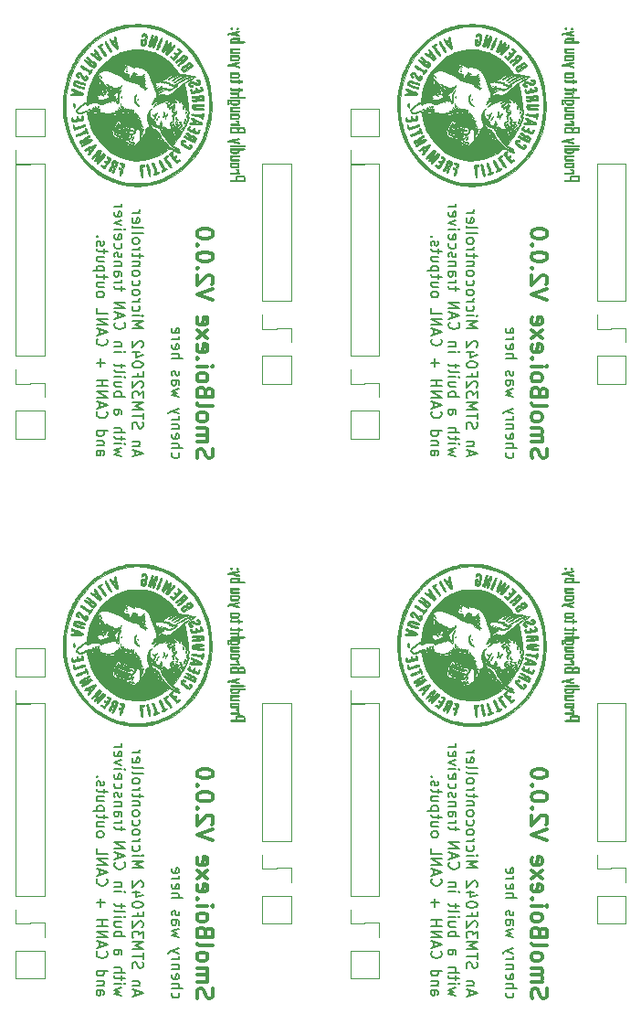
<source format=gbo>
%MOIN*%
%OFA0B0*%
%FSLAX46Y46*%
%IPPOS*%
%LPD*%
%ADD10C,0.005905511811023622*%
%ADD11C,0.011811023622047244*%
%ADD12C,0.00039370078740157485*%
%ADD13C,0.0047244094488188976*%
%ADD24C,0.005905511811023622*%
%ADD25C,0.011811023622047244*%
%ADD26C,0.00039370078740157485*%
%ADD27C,0.0047244094488188976*%
%ADD28C,0.005905511811023622*%
%ADD29C,0.011811023622047244*%
%ADD30C,0.00039370078740157485*%
%ADD31C,0.0047244094488188976*%
%ADD32C,0.005905511811023622*%
%ADD33C,0.011811023622047244*%
%ADD34C,0.00039370078740157485*%
%ADD35C,0.0047244094488188976*%
D10*
X0001367650Y0000238699D02*
X0001367650Y0000257447D01*
X0001356402Y0000234950D02*
X0001395772Y0000248073D01*
X0001356402Y0000261197D01*
X0001382648Y0000274320D02*
X0001356402Y0000274320D01*
X0001378899Y0000274320D02*
X0001380774Y0000276195D01*
X0001382648Y0000279944D01*
X0001382648Y0000285569D01*
X0001380774Y0000289318D01*
X0001377024Y0000291193D01*
X0001356402Y0000291193D01*
X0001358277Y0000338062D02*
X0001356402Y0000343686D01*
X0001356402Y0000353060D01*
X0001358277Y0000356810D01*
X0001360151Y0000358684D01*
X0001363901Y0000360559D01*
X0001367650Y0000360559D01*
X0001371400Y0000358684D01*
X0001373275Y0000356810D01*
X0001375149Y0000353060D01*
X0001377024Y0000345561D01*
X0001378899Y0000341811D01*
X0001380774Y0000339937D01*
X0001384523Y0000338062D01*
X0001388273Y0000338062D01*
X0001392022Y0000339937D01*
X0001393897Y0000341811D01*
X0001395772Y0000345561D01*
X0001395772Y0000354935D01*
X0001393897Y0000360559D01*
X0001395772Y0000371808D02*
X0001395772Y0000394305D01*
X0001356402Y0000383056D02*
X0001395772Y0000383056D01*
X0001356402Y0000407428D02*
X0001395772Y0000407428D01*
X0001367650Y0000420552D01*
X0001395772Y0000433675D01*
X0001356402Y0000433675D01*
X0001395772Y0000448673D02*
X0001395772Y0000473045D01*
X0001380774Y0000459922D01*
X0001380774Y0000465546D01*
X0001378899Y0000469296D01*
X0001377024Y0000471170D01*
X0001373275Y0000473045D01*
X0001363901Y0000473045D01*
X0001360151Y0000471170D01*
X0001358277Y0000469296D01*
X0001356402Y0000465546D01*
X0001356402Y0000454297D01*
X0001358277Y0000450548D01*
X0001360151Y0000448673D01*
X0001392022Y0000488043D02*
X0001393897Y0000489918D01*
X0001395772Y0000493667D01*
X0001395772Y0000503041D01*
X0001393897Y0000506791D01*
X0001392022Y0000508666D01*
X0001388273Y0000510540D01*
X0001384523Y0000510540D01*
X0001378899Y0000508666D01*
X0001356402Y0000486168D01*
X0001356402Y0000510540D01*
X0001377024Y0000540537D02*
X0001377024Y0000527413D01*
X0001356402Y0000527413D02*
X0001395772Y0000527413D01*
X0001395772Y0000546161D01*
X0001395772Y0000568658D02*
X0001395772Y0000572408D01*
X0001393897Y0000576157D01*
X0001392022Y0000578032D01*
X0001388273Y0000579907D01*
X0001380774Y0000581781D01*
X0001371400Y0000581781D01*
X0001363901Y0000579907D01*
X0001360151Y0000578032D01*
X0001358277Y0000576157D01*
X0001356402Y0000572408D01*
X0001356402Y0000568658D01*
X0001358277Y0000564909D01*
X0001360151Y0000563034D01*
X0001363901Y0000561159D01*
X0001371400Y0000559284D01*
X0001380774Y0000559284D01*
X0001388273Y0000561159D01*
X0001392022Y0000563034D01*
X0001393897Y0000564909D01*
X0001395772Y0000568658D01*
X0001382648Y0000615527D02*
X0001356402Y0000615527D01*
X0001397647Y0000606153D02*
X0001369525Y0000596780D01*
X0001369525Y0000621152D01*
X0001392022Y0000634275D02*
X0001393897Y0000636150D01*
X0001395772Y0000639899D01*
X0001395772Y0000649273D01*
X0001393897Y0000653023D01*
X0001392022Y0000654897D01*
X0001388273Y0000656772D01*
X0001384523Y0000656772D01*
X0001378899Y0000654897D01*
X0001356402Y0000632400D01*
X0001356402Y0000656772D01*
X0001356402Y0000703641D02*
X0001395772Y0000703641D01*
X0001367650Y0000716765D01*
X0001395772Y0000729888D01*
X0001356402Y0000729888D01*
X0001356402Y0000748636D02*
X0001382648Y0000748636D01*
X0001395772Y0000748636D02*
X0001393897Y0000746761D01*
X0001392022Y0000748636D01*
X0001393897Y0000750510D01*
X0001395772Y0000748636D01*
X0001392022Y0000748636D01*
X0001358277Y0000784256D02*
X0001356402Y0000780507D01*
X0001356402Y0000773008D01*
X0001358277Y0000769258D01*
X0001360151Y0000767383D01*
X0001363901Y0000765508D01*
X0001375149Y0000765508D01*
X0001378899Y0000767383D01*
X0001380774Y0000769258D01*
X0001382648Y0000773008D01*
X0001382648Y0000780507D01*
X0001380774Y0000784256D01*
X0001356402Y0000801129D02*
X0001382648Y0000801129D01*
X0001375149Y0000801129D02*
X0001378899Y0000803004D01*
X0001380774Y0000804879D01*
X0001382648Y0000808628D01*
X0001382648Y0000812378D01*
X0001356402Y0000831125D02*
X0001358277Y0000827376D01*
X0001360151Y0000825501D01*
X0001363901Y0000823626D01*
X0001375149Y0000823626D01*
X0001378899Y0000825501D01*
X0001380774Y0000827376D01*
X0001382648Y0000831125D01*
X0001382648Y0000836750D01*
X0001380774Y0000840499D01*
X0001378899Y0000842374D01*
X0001375149Y0000844249D01*
X0001363901Y0000844249D01*
X0001360151Y0000842374D01*
X0001358277Y0000840499D01*
X0001356402Y0000836750D01*
X0001356402Y0000831125D01*
X0001358277Y0000877994D02*
X0001356402Y0000874245D01*
X0001356402Y0000866746D01*
X0001358277Y0000862996D01*
X0001360151Y0000861122D01*
X0001363901Y0000859247D01*
X0001375149Y0000859247D01*
X0001378899Y0000861122D01*
X0001380774Y0000862996D01*
X0001382648Y0000866746D01*
X0001382648Y0000874245D01*
X0001380774Y0000877994D01*
X0001356402Y0000900492D02*
X0001358277Y0000896742D01*
X0001360151Y0000894867D01*
X0001363901Y0000892993D01*
X0001375149Y0000892993D01*
X0001378899Y0000894867D01*
X0001380774Y0000896742D01*
X0001382648Y0000900492D01*
X0001382648Y0000906116D01*
X0001380774Y0000909865D01*
X0001378899Y0000911740D01*
X0001375149Y0000913615D01*
X0001363901Y0000913615D01*
X0001360151Y0000911740D01*
X0001358277Y0000909865D01*
X0001356402Y0000906116D01*
X0001356402Y0000900492D01*
X0001382648Y0000930488D02*
X0001356402Y0000930488D01*
X0001378899Y0000930488D02*
X0001380774Y0000932363D01*
X0001382648Y0000936112D01*
X0001382648Y0000941736D01*
X0001380774Y0000945486D01*
X0001377024Y0000947361D01*
X0001356402Y0000947361D01*
X0001382648Y0000960484D02*
X0001382648Y0000975482D01*
X0001395772Y0000966108D02*
X0001362026Y0000966108D01*
X0001358277Y0000967983D01*
X0001356402Y0000971733D01*
X0001356402Y0000975482D01*
X0001356402Y0000988606D02*
X0001382648Y0000988606D01*
X0001375149Y0000988606D02*
X0001378899Y0000990480D01*
X0001380774Y0000992355D01*
X0001382648Y0000996105D01*
X0001382648Y0000999854D01*
X0001356402Y0001018602D02*
X0001358277Y0001014852D01*
X0001360151Y0001012978D01*
X0001363901Y0001011103D01*
X0001375149Y0001011103D01*
X0001378899Y0001012978D01*
X0001380774Y0001014852D01*
X0001382648Y0001018602D01*
X0001382648Y0001024226D01*
X0001380774Y0001027976D01*
X0001378899Y0001029850D01*
X0001375149Y0001031725D01*
X0001363901Y0001031725D01*
X0001360151Y0001029850D01*
X0001358277Y0001027976D01*
X0001356402Y0001024226D01*
X0001356402Y0001018602D01*
X0001356402Y0001054222D02*
X0001358277Y0001050473D01*
X0001362026Y0001048598D01*
X0001395772Y0001048598D01*
X0001356402Y0001074845D02*
X0001358277Y0001071095D01*
X0001362026Y0001069221D01*
X0001395772Y0001069221D01*
X0001358277Y0001104841D02*
X0001356402Y0001101092D01*
X0001356402Y0001093592D01*
X0001358277Y0001089843D01*
X0001362026Y0001087968D01*
X0001377024Y0001087968D01*
X0001380774Y0001089843D01*
X0001382648Y0001093592D01*
X0001382648Y0001101092D01*
X0001380774Y0001104841D01*
X0001377024Y0001106716D01*
X0001373275Y0001106716D01*
X0001369525Y0001087968D01*
X0001356402Y0001123589D02*
X0001382648Y0001123589D01*
X0001375149Y0001123589D02*
X0001378899Y0001125464D01*
X0001380774Y0001127338D01*
X0001382648Y0001131088D01*
X0001382648Y0001134837D01*
X0001317688Y0000236825D02*
X0001291441Y0000244324D01*
X0001310189Y0000251823D01*
X0001291441Y0000259322D01*
X0001317688Y0000266821D01*
X0001291441Y0000281819D02*
X0001317688Y0000281819D01*
X0001330811Y0000281819D02*
X0001328936Y0000279944D01*
X0001327062Y0000281819D01*
X0001328936Y0000283694D01*
X0001330811Y0000281819D01*
X0001327062Y0000281819D01*
X0001317688Y0000294942D02*
X0001317688Y0000309940D01*
X0001330811Y0000300567D02*
X0001297065Y0000300567D01*
X0001293316Y0000302441D01*
X0001291441Y0000306191D01*
X0001291441Y0000309940D01*
X0001291441Y0000323064D02*
X0001330811Y0000323064D01*
X0001291441Y0000339937D02*
X0001312064Y0000339937D01*
X0001315813Y0000338062D01*
X0001317688Y0000334312D01*
X0001317688Y0000328688D01*
X0001315813Y0000324939D01*
X0001313938Y0000323064D01*
X0001291441Y0000405554D02*
X0001312064Y0000405554D01*
X0001315813Y0000403679D01*
X0001317688Y0000399929D01*
X0001317688Y0000392430D01*
X0001315813Y0000388681D01*
X0001293316Y0000405554D02*
X0001291441Y0000401804D01*
X0001291441Y0000392430D01*
X0001293316Y0000388681D01*
X0001297065Y0000386806D01*
X0001300815Y0000386806D01*
X0001304565Y0000388681D01*
X0001306439Y0000392430D01*
X0001306439Y0000401804D01*
X0001308314Y0000405554D01*
X0001291441Y0000454297D02*
X0001330811Y0000454297D01*
X0001315813Y0000454297D02*
X0001317688Y0000458047D01*
X0001317688Y0000465546D01*
X0001315813Y0000469296D01*
X0001313938Y0000471170D01*
X0001310189Y0000473045D01*
X0001298940Y0000473045D01*
X0001295191Y0000471170D01*
X0001293316Y0000469296D01*
X0001291441Y0000465546D01*
X0001291441Y0000458047D01*
X0001293316Y0000454297D01*
X0001317688Y0000506791D02*
X0001291441Y0000506791D01*
X0001317688Y0000489918D02*
X0001297065Y0000489918D01*
X0001293316Y0000491793D01*
X0001291441Y0000495542D01*
X0001291441Y0000501167D01*
X0001293316Y0000504916D01*
X0001295191Y0000506791D01*
X0001291441Y0000525539D02*
X0001317688Y0000525539D01*
X0001330811Y0000525539D02*
X0001328936Y0000523664D01*
X0001327062Y0000525539D01*
X0001328936Y0000527413D01*
X0001330811Y0000525539D01*
X0001327062Y0000525539D01*
X0001291441Y0000549910D02*
X0001293316Y0000546161D01*
X0001297065Y0000544286D01*
X0001330811Y0000544286D01*
X0001317688Y0000559284D02*
X0001317688Y0000574282D01*
X0001330811Y0000564909D02*
X0001297065Y0000564909D01*
X0001293316Y0000566783D01*
X0001291441Y0000570533D01*
X0001291441Y0000574282D01*
X0001291441Y0000617402D02*
X0001317688Y0000617402D01*
X0001330811Y0000617402D02*
X0001328936Y0000615527D01*
X0001327062Y0000617402D01*
X0001328936Y0000619277D01*
X0001330811Y0000617402D01*
X0001327062Y0000617402D01*
X0001317688Y0000636150D02*
X0001291441Y0000636150D01*
X0001313938Y0000636150D02*
X0001315813Y0000638024D01*
X0001317688Y0000641774D01*
X0001317688Y0000647398D01*
X0001315813Y0000651148D01*
X0001312064Y0000653023D01*
X0001291441Y0000653023D01*
X0001295191Y0000724264D02*
X0001293316Y0000722389D01*
X0001291441Y0000716765D01*
X0001291441Y0000713015D01*
X0001293316Y0000707391D01*
X0001297065Y0000703641D01*
X0001300815Y0000701766D01*
X0001308314Y0000699892D01*
X0001313938Y0000699892D01*
X0001321437Y0000701766D01*
X0001325187Y0000703641D01*
X0001328936Y0000707391D01*
X0001330811Y0000713015D01*
X0001330811Y0000716765D01*
X0001328936Y0000722389D01*
X0001327062Y0000724264D01*
X0001302690Y0000739262D02*
X0001302690Y0000758009D01*
X0001291441Y0000735512D02*
X0001330811Y0000748636D01*
X0001291441Y0000761759D01*
X0001291441Y0000774882D02*
X0001330811Y0000774882D01*
X0001291441Y0000797380D01*
X0001330811Y0000797380D01*
X0001317688Y0000840499D02*
X0001317688Y0000855497D01*
X0001330811Y0000846123D02*
X0001297065Y0000846123D01*
X0001293316Y0000847998D01*
X0001291441Y0000851748D01*
X0001291441Y0000855497D01*
X0001291441Y0000868621D02*
X0001317688Y0000868621D01*
X0001310189Y0000868621D02*
X0001313938Y0000870495D01*
X0001315813Y0000872370D01*
X0001317688Y0000876120D01*
X0001317688Y0000879869D01*
X0001291441Y0000909865D02*
X0001312064Y0000909865D01*
X0001315813Y0000907991D01*
X0001317688Y0000904241D01*
X0001317688Y0000896742D01*
X0001315813Y0000892993D01*
X0001293316Y0000909865D02*
X0001291441Y0000906116D01*
X0001291441Y0000896742D01*
X0001293316Y0000892993D01*
X0001297065Y0000891118D01*
X0001300815Y0000891118D01*
X0001304565Y0000892993D01*
X0001306439Y0000896742D01*
X0001306439Y0000906116D01*
X0001308314Y0000909865D01*
X0001317688Y0000928613D02*
X0001291441Y0000928613D01*
X0001313938Y0000928613D02*
X0001315813Y0000930488D01*
X0001317688Y0000934237D01*
X0001317688Y0000939862D01*
X0001315813Y0000943611D01*
X0001312064Y0000945486D01*
X0001291441Y0000945486D01*
X0001293316Y0000962359D02*
X0001291441Y0000966108D01*
X0001291441Y0000973607D01*
X0001293316Y0000977357D01*
X0001297065Y0000979232D01*
X0001298940Y0000979232D01*
X0001302690Y0000977357D01*
X0001304565Y0000973607D01*
X0001304565Y0000967983D01*
X0001306439Y0000964234D01*
X0001310189Y0000962359D01*
X0001312064Y0000962359D01*
X0001315813Y0000964234D01*
X0001317688Y0000967983D01*
X0001317688Y0000973607D01*
X0001315813Y0000977357D01*
X0001293316Y0001012978D02*
X0001291441Y0001009228D01*
X0001291441Y0001001729D01*
X0001293316Y0000997979D01*
X0001295191Y0000996105D01*
X0001298940Y0000994230D01*
X0001310189Y0000994230D01*
X0001313938Y0000996105D01*
X0001315813Y0000997979D01*
X0001317688Y0001001729D01*
X0001317688Y0001009228D01*
X0001315813Y0001012978D01*
X0001293316Y0001044849D02*
X0001291441Y0001041099D01*
X0001291441Y0001033600D01*
X0001293316Y0001029850D01*
X0001297065Y0001027976D01*
X0001312064Y0001027976D01*
X0001315813Y0001029850D01*
X0001317688Y0001033600D01*
X0001317688Y0001041099D01*
X0001315813Y0001044849D01*
X0001312064Y0001046723D01*
X0001308314Y0001046723D01*
X0001304565Y0001027976D01*
X0001291441Y0001063596D02*
X0001317688Y0001063596D01*
X0001330811Y0001063596D02*
X0001328936Y0001061721D01*
X0001327062Y0001063596D01*
X0001328936Y0001065471D01*
X0001330811Y0001063596D01*
X0001327062Y0001063596D01*
X0001317688Y0001078594D02*
X0001291441Y0001087968D01*
X0001317688Y0001097342D01*
X0001293316Y0001127338D02*
X0001291441Y0001123589D01*
X0001291441Y0001116090D01*
X0001293316Y0001112340D01*
X0001297065Y0001110465D01*
X0001312064Y0001110465D01*
X0001315813Y0001112340D01*
X0001317688Y0001116090D01*
X0001317688Y0001123589D01*
X0001315813Y0001127338D01*
X0001312064Y0001129213D01*
X0001308314Y0001129213D01*
X0001304565Y0001110465D01*
X0001291441Y0001146086D02*
X0001317688Y0001146086D01*
X0001310189Y0001146086D02*
X0001313938Y0001147961D01*
X0001315813Y0001149835D01*
X0001317688Y0001153585D01*
X0001317688Y0001157335D01*
X0001226481Y0000257447D02*
X0001247103Y0000257447D01*
X0001250852Y0000255572D01*
X0001252727Y0000251823D01*
X0001252727Y0000244324D01*
X0001250852Y0000240574D01*
X0001228355Y0000257447D02*
X0001226481Y0000253697D01*
X0001226481Y0000244324D01*
X0001228355Y0000240574D01*
X0001232105Y0000238699D01*
X0001235854Y0000238699D01*
X0001239604Y0000240574D01*
X0001241479Y0000244324D01*
X0001241479Y0000253697D01*
X0001243353Y0000257447D01*
X0001252727Y0000276195D02*
X0001226481Y0000276195D01*
X0001248978Y0000276195D02*
X0001250852Y0000278069D01*
X0001252727Y0000281819D01*
X0001252727Y0000287443D01*
X0001250852Y0000291193D01*
X0001247103Y0000293068D01*
X0001226481Y0000293068D01*
X0001226481Y0000328688D02*
X0001265851Y0000328688D01*
X0001228355Y0000328688D02*
X0001226481Y0000324939D01*
X0001226481Y0000317440D01*
X0001228355Y0000313690D01*
X0001230230Y0000311815D01*
X0001233980Y0000309940D01*
X0001245228Y0000309940D01*
X0001248978Y0000311815D01*
X0001250852Y0000313690D01*
X0001252727Y0000317440D01*
X0001252727Y0000324939D01*
X0001250852Y0000328688D01*
X0001230230Y0000399929D02*
X0001228355Y0000398054D01*
X0001226481Y0000392430D01*
X0001226481Y0000388681D01*
X0001228355Y0000383056D01*
X0001232105Y0000379307D01*
X0001235854Y0000377432D01*
X0001243353Y0000375557D01*
X0001248978Y0000375557D01*
X0001256477Y0000377432D01*
X0001260226Y0000379307D01*
X0001263976Y0000383056D01*
X0001265851Y0000388681D01*
X0001265851Y0000392430D01*
X0001263976Y0000398054D01*
X0001262101Y0000399929D01*
X0001237729Y0000414927D02*
X0001237729Y0000433675D01*
X0001226481Y0000411178D02*
X0001265851Y0000424301D01*
X0001226481Y0000437425D01*
X0001226481Y0000450548D02*
X0001265851Y0000450548D01*
X0001226481Y0000473045D01*
X0001265851Y0000473045D01*
X0001226481Y0000491793D02*
X0001265851Y0000491793D01*
X0001247103Y0000491793D02*
X0001247103Y0000514290D01*
X0001226481Y0000514290D02*
X0001265851Y0000514290D01*
X0001241479Y0000563034D02*
X0001241479Y0000593030D01*
X0001226481Y0000578032D02*
X0001256477Y0000578032D01*
X0001230230Y0000664271D02*
X0001228355Y0000662396D01*
X0001226481Y0000656772D01*
X0001226481Y0000653023D01*
X0001228355Y0000647398D01*
X0001232105Y0000643649D01*
X0001235854Y0000641774D01*
X0001243353Y0000639899D01*
X0001248978Y0000639899D01*
X0001256477Y0000641774D01*
X0001260226Y0000643649D01*
X0001263976Y0000647398D01*
X0001265851Y0000653023D01*
X0001265851Y0000656772D01*
X0001263976Y0000662396D01*
X0001262101Y0000664271D01*
X0001237729Y0000679269D02*
X0001237729Y0000698017D01*
X0001226481Y0000675520D02*
X0001265851Y0000688643D01*
X0001226481Y0000701766D01*
X0001226481Y0000714890D02*
X0001265851Y0000714890D01*
X0001226481Y0000737387D01*
X0001265851Y0000737387D01*
X0001226481Y0000774882D02*
X0001226481Y0000756135D01*
X0001265851Y0000756135D01*
X0001226481Y0000823626D02*
X0001228355Y0000819877D01*
X0001230230Y0000818002D01*
X0001233980Y0000816127D01*
X0001245228Y0000816127D01*
X0001248978Y0000818002D01*
X0001250852Y0000819877D01*
X0001252727Y0000823626D01*
X0001252727Y0000829251D01*
X0001250852Y0000833000D01*
X0001248978Y0000834875D01*
X0001245228Y0000836750D01*
X0001233980Y0000836750D01*
X0001230230Y0000834875D01*
X0001228355Y0000833000D01*
X0001226481Y0000829251D01*
X0001226481Y0000823626D01*
X0001252727Y0000870495D02*
X0001226481Y0000870495D01*
X0001252727Y0000853622D02*
X0001232105Y0000853622D01*
X0001228355Y0000855497D01*
X0001226481Y0000859247D01*
X0001226481Y0000864871D01*
X0001228355Y0000868621D01*
X0001230230Y0000870495D01*
X0001252727Y0000883619D02*
X0001252727Y0000898617D01*
X0001265851Y0000889243D02*
X0001232105Y0000889243D01*
X0001228355Y0000891118D01*
X0001226481Y0000894867D01*
X0001226481Y0000898617D01*
X0001252727Y0000911740D02*
X0001213357Y0000911740D01*
X0001250852Y0000911740D02*
X0001252727Y0000915490D01*
X0001252727Y0000922989D01*
X0001250852Y0000926738D01*
X0001248978Y0000928613D01*
X0001245228Y0000930488D01*
X0001233980Y0000930488D01*
X0001230230Y0000928613D01*
X0001228355Y0000926738D01*
X0001226481Y0000922989D01*
X0001226481Y0000915490D01*
X0001228355Y0000911740D01*
X0001252727Y0000964234D02*
X0001226481Y0000964234D01*
X0001252727Y0000947361D02*
X0001232105Y0000947361D01*
X0001228355Y0000949236D01*
X0001226481Y0000952985D01*
X0001226481Y0000958609D01*
X0001228355Y0000962359D01*
X0001230230Y0000964234D01*
X0001252727Y0000977357D02*
X0001252727Y0000992355D01*
X0001265851Y0000982981D02*
X0001232105Y0000982981D01*
X0001228355Y0000984856D01*
X0001226481Y0000988606D01*
X0001226481Y0000992355D01*
X0001228355Y0001003604D02*
X0001226481Y0001007353D01*
X0001226481Y0001014852D01*
X0001228355Y0001018602D01*
X0001232105Y0001020477D01*
X0001233980Y0001020477D01*
X0001237729Y0001018602D01*
X0001239604Y0001014852D01*
X0001239604Y0001009228D01*
X0001241479Y0001005478D01*
X0001245228Y0001003604D01*
X0001247103Y0001003604D01*
X0001250852Y0001005478D01*
X0001252727Y0001009228D01*
X0001252727Y0001014852D01*
X0001250852Y0001018602D01*
X0001230230Y0001037350D02*
X0001228355Y0001039224D01*
X0001226481Y0001037350D01*
X0001228355Y0001035475D01*
X0001230230Y0001037350D01*
X0001226481Y0001037350D01*
X0001503316Y0000248952D02*
X0001501441Y0000245202D01*
X0001501441Y0000237703D01*
X0001503316Y0000233953D01*
X0001505191Y0000232079D01*
X0001508940Y0000230204D01*
X0001520189Y0000230204D01*
X0001523938Y0000232079D01*
X0001525813Y0000233953D01*
X0001527688Y0000237703D01*
X0001527688Y0000245202D01*
X0001525813Y0000248952D01*
X0001501441Y0000265824D02*
X0001540811Y0000265824D01*
X0001501441Y0000282697D02*
X0001522064Y0000282697D01*
X0001525813Y0000280822D01*
X0001527688Y0000277073D01*
X0001527688Y0000271449D01*
X0001525813Y0000267699D01*
X0001523938Y0000265824D01*
X0001503316Y0000316443D02*
X0001501441Y0000312694D01*
X0001501441Y0000305194D01*
X0001503316Y0000301445D01*
X0001507065Y0000299570D01*
X0001522064Y0000299570D01*
X0001525813Y0000301445D01*
X0001527688Y0000305194D01*
X0001527688Y0000312694D01*
X0001525813Y0000316443D01*
X0001522064Y0000318318D01*
X0001518314Y0000318318D01*
X0001514565Y0000299570D01*
X0001527688Y0000335191D02*
X0001501441Y0000335191D01*
X0001523938Y0000335191D02*
X0001525813Y0000337065D01*
X0001527688Y0000340815D01*
X0001527688Y0000346439D01*
X0001525813Y0000350189D01*
X0001522064Y0000352064D01*
X0001501441Y0000352064D01*
X0001501441Y0000370811D02*
X0001527688Y0000370811D01*
X0001520189Y0000370811D02*
X0001523938Y0000372686D01*
X0001525813Y0000374561D01*
X0001527688Y0000378310D01*
X0001527688Y0000382060D01*
X0001527688Y0000391434D02*
X0001501441Y0000400807D01*
X0001527688Y0000410181D02*
X0001501441Y0000400807D01*
X0001492067Y0000397058D01*
X0001490193Y0000395183D01*
X0001488318Y0000391434D01*
X0001527688Y0000451426D02*
X0001501441Y0000458925D01*
X0001520189Y0000466424D01*
X0001501441Y0000473923D01*
X0001527688Y0000481422D01*
X0001501441Y0000513293D02*
X0001522064Y0000513293D01*
X0001525813Y0000511419D01*
X0001527688Y0000507669D01*
X0001527688Y0000500170D01*
X0001525813Y0000496421D01*
X0001503316Y0000513293D02*
X0001501441Y0000509544D01*
X0001501441Y0000500170D01*
X0001503316Y0000496421D01*
X0001507065Y0000494546D01*
X0001510815Y0000494546D01*
X0001514565Y0000496421D01*
X0001516439Y0000500170D01*
X0001516439Y0000509544D01*
X0001518314Y0000513293D01*
X0001503316Y0000530166D02*
X0001501441Y0000533916D01*
X0001501441Y0000541415D01*
X0001503316Y0000545165D01*
X0001507065Y0000547039D01*
X0001508940Y0000547039D01*
X0001512690Y0000545165D01*
X0001514565Y0000541415D01*
X0001514565Y0000535791D01*
X0001516439Y0000532041D01*
X0001520189Y0000530166D01*
X0001522064Y0000530166D01*
X0001525813Y0000532041D01*
X0001527688Y0000535791D01*
X0001527688Y0000541415D01*
X0001525813Y0000545165D01*
X0001501441Y0000593908D02*
X0001540811Y0000593908D01*
X0001501441Y0000610781D02*
X0001522064Y0000610781D01*
X0001525813Y0000608907D01*
X0001527688Y0000605157D01*
X0001527688Y0000599533D01*
X0001525813Y0000595783D01*
X0001523938Y0000593908D01*
X0001503316Y0000644527D02*
X0001501441Y0000640777D01*
X0001501441Y0000633278D01*
X0001503316Y0000629529D01*
X0001507065Y0000627654D01*
X0001522064Y0000627654D01*
X0001525813Y0000629529D01*
X0001527688Y0000633278D01*
X0001527688Y0000640777D01*
X0001525813Y0000644527D01*
X0001522064Y0000646402D01*
X0001518314Y0000646402D01*
X0001514565Y0000627654D01*
X0001501441Y0000663275D02*
X0001527688Y0000663275D01*
X0001520189Y0000663275D02*
X0001523938Y0000665150D01*
X0001525813Y0000667024D01*
X0001527688Y0000670774D01*
X0001527688Y0000674523D01*
X0001503316Y0000702645D02*
X0001501441Y0000698895D01*
X0001501441Y0000691396D01*
X0001503316Y0000687647D01*
X0001507065Y0000685772D01*
X0001522064Y0000685772D01*
X0001525813Y0000687647D01*
X0001527688Y0000691396D01*
X0001527688Y0000698895D01*
X0001525813Y0000702645D01*
X0001522064Y0000704520D01*
X0001518314Y0000704520D01*
X0001514565Y0000685772D01*
D11*
X0001595348Y0000229758D02*
X0001592536Y0000238194D01*
X0001592536Y0000252255D01*
X0001595348Y0000257879D01*
X0001598160Y0000260691D01*
X0001603785Y0000263503D01*
X0001609409Y0000263503D01*
X0001615033Y0000260691D01*
X0001617845Y0000257879D01*
X0001620658Y0000252255D01*
X0001623470Y0000241006D01*
X0001626282Y0000235382D01*
X0001629094Y0000232570D01*
X0001634718Y0000229758D01*
X0001640343Y0000229758D01*
X0001645967Y0000232570D01*
X0001648779Y0000235382D01*
X0001651591Y0000241006D01*
X0001651591Y0000255067D01*
X0001648779Y0000263503D01*
X0001592536Y0000288813D02*
X0001631906Y0000288813D01*
X0001626282Y0000288813D02*
X0001629094Y0000291625D01*
X0001631906Y0000297249D01*
X0001631906Y0000305686D01*
X0001629094Y0000311310D01*
X0001623470Y0000314122D01*
X0001592536Y0000314122D01*
X0001623470Y0000314122D02*
X0001629094Y0000316934D01*
X0001631906Y0000322559D01*
X0001631906Y0000330995D01*
X0001629094Y0000336619D01*
X0001623470Y0000339431D01*
X0001592536Y0000339431D01*
X0001592536Y0000375989D02*
X0001595348Y0000370365D01*
X0001598160Y0000367553D01*
X0001603785Y0000364741D01*
X0001620658Y0000364741D01*
X0001626282Y0000367553D01*
X0001629094Y0000370365D01*
X0001631906Y0000375989D01*
X0001631906Y0000384426D01*
X0001629094Y0000390050D01*
X0001626282Y0000392862D01*
X0001620658Y0000395674D01*
X0001603785Y0000395674D01*
X0001598160Y0000392862D01*
X0001595348Y0000390050D01*
X0001592536Y0000384426D01*
X0001592536Y0000375989D01*
X0001592536Y0000429420D02*
X0001595348Y0000423796D01*
X0001600972Y0000420984D01*
X0001651591Y0000420984D01*
X0001623470Y0000471602D02*
X0001620658Y0000480039D01*
X0001617845Y0000482851D01*
X0001612221Y0000485663D01*
X0001603785Y0000485663D01*
X0001598160Y0000482851D01*
X0001595348Y0000480039D01*
X0001592536Y0000474415D01*
X0001592536Y0000451917D01*
X0001651591Y0000451917D01*
X0001651591Y0000471602D01*
X0001648779Y0000477227D01*
X0001645967Y0000480039D01*
X0001640343Y0000482851D01*
X0001634718Y0000482851D01*
X0001629094Y0000480039D01*
X0001626282Y0000477227D01*
X0001623470Y0000471602D01*
X0001623470Y0000451917D01*
X0001592536Y0000519409D02*
X0001595348Y0000513785D01*
X0001598160Y0000510972D01*
X0001603785Y0000508160D01*
X0001620658Y0000508160D01*
X0001626282Y0000510972D01*
X0001629094Y0000513785D01*
X0001631906Y0000519409D01*
X0001631906Y0000527845D01*
X0001629094Y0000533470D01*
X0001626282Y0000536282D01*
X0001620658Y0000539094D01*
X0001603785Y0000539094D01*
X0001598160Y0000536282D01*
X0001595348Y0000533470D01*
X0001592536Y0000527845D01*
X0001592536Y0000519409D01*
X0001592536Y0000564403D02*
X0001631906Y0000564403D01*
X0001651591Y0000564403D02*
X0001648779Y0000561591D01*
X0001645967Y0000564403D01*
X0001648779Y0000567215D01*
X0001651591Y0000564403D01*
X0001645967Y0000564403D01*
X0001598160Y0000592525D02*
X0001595348Y0000595337D01*
X0001592536Y0000592525D01*
X0001595348Y0000589713D01*
X0001598160Y0000592525D01*
X0001592536Y0000592525D01*
X0001595348Y0000643144D02*
X0001592536Y0000637519D01*
X0001592536Y0000626271D01*
X0001595348Y0000620646D01*
X0001600972Y0000617834D01*
X0001623470Y0000617834D01*
X0001629094Y0000620646D01*
X0001631906Y0000626271D01*
X0001631906Y0000637519D01*
X0001629094Y0000643144D01*
X0001623470Y0000645956D01*
X0001617845Y0000645956D01*
X0001612221Y0000617834D01*
X0001592536Y0000665641D02*
X0001631906Y0000696574D01*
X0001631906Y0000665641D02*
X0001592536Y0000696574D01*
X0001595348Y0000741569D02*
X0001592536Y0000735944D01*
X0001592536Y0000724696D01*
X0001595348Y0000719072D01*
X0001600972Y0000716259D01*
X0001623470Y0000716259D01*
X0001629094Y0000719072D01*
X0001631906Y0000724696D01*
X0001631906Y0000735944D01*
X0001629094Y0000741569D01*
X0001623470Y0000744381D01*
X0001617845Y0000744381D01*
X0001612221Y0000716259D01*
X0001651591Y0000806248D02*
X0001592536Y0000825933D01*
X0001651591Y0000845618D01*
X0001645967Y0000862491D02*
X0001648779Y0000865303D01*
X0001651591Y0000870927D01*
X0001651591Y0000884988D01*
X0001648779Y0000890613D01*
X0001645967Y0000893425D01*
X0001640343Y0000896237D01*
X0001634718Y0000896237D01*
X0001626282Y0000893425D01*
X0001592536Y0000859679D01*
X0001592536Y0000896237D01*
X0001598160Y0000921546D02*
X0001595348Y0000924358D01*
X0001592536Y0000921546D01*
X0001595348Y0000918734D01*
X0001598160Y0000921546D01*
X0001592536Y0000921546D01*
X0001651591Y0000960916D02*
X0001651591Y0000966541D01*
X0001648779Y0000972165D01*
X0001645967Y0000974977D01*
X0001640343Y0000977789D01*
X0001629094Y0000980601D01*
X0001615033Y0000980601D01*
X0001603785Y0000977789D01*
X0001598160Y0000974977D01*
X0001595348Y0000972165D01*
X0001592536Y0000966541D01*
X0001592536Y0000960916D01*
X0001595348Y0000955292D01*
X0001598160Y0000952480D01*
X0001603785Y0000949668D01*
X0001615033Y0000946855D01*
X0001629094Y0000946855D01*
X0001640343Y0000949668D01*
X0001645967Y0000952480D01*
X0001648779Y0000955292D01*
X0001651591Y0000960916D01*
X0001598160Y0001005911D02*
X0001595348Y0001008723D01*
X0001592536Y0001005911D01*
X0001595348Y0001003098D01*
X0001598160Y0001005911D01*
X0001592536Y0001005911D01*
X0001651591Y0001045281D02*
X0001651591Y0001050905D01*
X0001648779Y0001056529D01*
X0001645967Y0001059341D01*
X0001640343Y0001062154D01*
X0001629094Y0001064966D01*
X0001615033Y0001064966D01*
X0001603785Y0001062154D01*
X0001598160Y0001059341D01*
X0001595348Y0001056529D01*
X0001592536Y0001050905D01*
X0001592536Y0001045281D01*
X0001595348Y0001039656D01*
X0001598160Y0001036844D01*
X0001603785Y0001034032D01*
X0001615033Y0001031220D01*
X0001629094Y0001031220D01*
X0001640343Y0001034032D01*
X0001645967Y0001036844D01*
X0001648779Y0001039656D01*
X0001651591Y0001045281D01*
D12*
G36*
X0001359895Y0001400945D02*
G01*
X0001359251Y0001401528D01*
X0001357946Y0001401011D01*
X0001357585Y0001399074D01*
X0001356528Y0001395828D01*
X0001355085Y0001394631D01*
X0001353202Y0001392900D01*
X0001352558Y0001390547D01*
X0001353474Y0001389082D01*
X0001353881Y0001389028D01*
X0001356114Y0001390319D01*
X0001358690Y0001393290D01*
X0001360564Y0001396593D01*
X0001360918Y0001398116D01*
X0001359895Y0001400945D01*
X0001359895Y0001400945D01*
G37*
X0001359895Y0001400945D02*
X0001359251Y0001401528D01*
X0001357946Y0001401011D01*
X0001357585Y0001399074D01*
X0001356528Y0001395828D01*
X0001355085Y0001394631D01*
X0001353202Y0001392900D01*
X0001352558Y0001390547D01*
X0001353474Y0001389082D01*
X0001353881Y0001389028D01*
X0001356114Y0001390319D01*
X0001358690Y0001393290D01*
X0001360564Y0001396593D01*
X0001360918Y0001398116D01*
X0001359895Y0001400945D01*
G36*
X0001362085Y0001379028D02*
G01*
X0001359670Y0001380288D01*
X0001359251Y0001381661D01*
X0001358523Y0001383394D01*
X0001355805Y0001383496D01*
X0001354251Y0001383195D01*
X0001350467Y0001382878D01*
X0001349251Y0001383896D01*
X0001347857Y0001385357D01*
X0001345918Y0001385695D01*
X0001343045Y0001384921D01*
X0001343035Y0001383245D01*
X0001345501Y0001381783D01*
X0001348888Y0001380591D01*
X0001353694Y0001378828D01*
X0001355062Y0001378316D01*
X0001360279Y0001376896D01*
X0001363220Y0001377338D01*
X0001363312Y0001377423D01*
X0001363597Y0001378761D01*
X0001362085Y0001379028D01*
X0001362085Y0001379028D01*
G37*
X0001362085Y0001379028D02*
X0001359670Y0001380288D01*
X0001359251Y0001381661D01*
X0001358523Y0001383394D01*
X0001355805Y0001383496D01*
X0001354251Y0001383195D01*
X0001350467Y0001382878D01*
X0001349251Y0001383896D01*
X0001347857Y0001385357D01*
X0001345918Y0001385695D01*
X0001343045Y0001384921D01*
X0001343035Y0001383245D01*
X0001345501Y0001381783D01*
X0001348888Y0001380591D01*
X0001353694Y0001378828D01*
X0001355062Y0001378316D01*
X0001360279Y0001376896D01*
X0001363220Y0001377338D01*
X0001363312Y0001377423D01*
X0001363597Y0001378761D01*
X0001362085Y0001379028D01*
G36*
X0001553640Y0001493519D02*
G01*
X0001553568Y0001493600D01*
X0001551700Y0001493600D01*
X0001551029Y0001493264D01*
X0001549544Y0001491174D01*
X0001549396Y0001488649D01*
X0001550665Y0001487364D01*
X0001550740Y0001487362D01*
X0001552446Y0001488669D01*
X0001553695Y0001491344D01*
X0001553640Y0001493519D01*
X0001553640Y0001493519D01*
G37*
X0001553640Y0001493519D02*
X0001553568Y0001493600D01*
X0001551700Y0001493600D01*
X0001551029Y0001493264D01*
X0001549544Y0001491174D01*
X0001549396Y0001488649D01*
X0001550665Y0001487364D01*
X0001550740Y0001487362D01*
X0001552446Y0001488669D01*
X0001553695Y0001491344D01*
X0001553640Y0001493519D01*
G36*
X0001549608Y0001464783D02*
G01*
X0001547594Y0001465590D01*
X0001546125Y0001463282D01*
X0001545445Y0001460278D01*
X0001544416Y0001455443D01*
X0001543294Y0001451718D01*
X0001542899Y0001449396D01*
X0001544244Y0001449304D01*
X0001545895Y0001451147D01*
X0001547677Y0001454881D01*
X0001549155Y0001459251D01*
X0001549895Y0001463003D01*
X0001549608Y0001464783D01*
X0001549608Y0001464783D01*
G37*
X0001549608Y0001464783D02*
X0001547594Y0001465590D01*
X0001546125Y0001463282D01*
X0001545445Y0001460278D01*
X0001544416Y0001455443D01*
X0001543294Y0001451718D01*
X0001542899Y0001449396D01*
X0001544244Y0001449304D01*
X0001545895Y0001451147D01*
X0001547677Y0001454881D01*
X0001549155Y0001459251D01*
X0001549895Y0001463003D01*
X0001549608Y0001464783D01*
G36*
X0001543930Y0001506360D02*
G01*
X0001542327Y0001509456D01*
X0001541751Y0001510100D01*
X0001539889Y0001511534D01*
X0001539478Y0001511231D01*
X0001539950Y0001508629D01*
X0001540428Y0001506112D01*
X0001541575Y0001503185D01*
X0001542701Y0001502362D01*
X0001544107Y0001503573D01*
X0001543930Y0001506360D01*
X0001543930Y0001506360D01*
G37*
X0001543930Y0001506360D02*
X0001542327Y0001509456D01*
X0001541751Y0001510100D01*
X0001539889Y0001511534D01*
X0001539478Y0001511231D01*
X0001539950Y0001508629D01*
X0001540428Y0001506112D01*
X0001541575Y0001503185D01*
X0001542701Y0001502362D01*
X0001544107Y0001503573D01*
X0001543930Y0001506360D01*
G36*
X0001541235Y0001437362D02*
G01*
X0001539104Y0001436208D01*
X0001536422Y0001433649D01*
X0001534510Y0001431038D01*
X0001534251Y0001430199D01*
X0001535498Y0001429762D01*
X0001536798Y0001430110D01*
X0001539071Y0001431755D01*
X0001540998Y0001434247D01*
X0001541901Y0001436483D01*
X0001541235Y0001437362D01*
X0001541235Y0001437362D01*
G37*
X0001541235Y0001437362D02*
X0001539104Y0001436208D01*
X0001536422Y0001433649D01*
X0001534510Y0001431038D01*
X0001534251Y0001430199D01*
X0001535498Y0001429762D01*
X0001536798Y0001430110D01*
X0001539071Y0001431755D01*
X0001540998Y0001434247D01*
X0001541901Y0001436483D01*
X0001541235Y0001437362D01*
G36*
X0001534686Y0001455765D02*
G01*
X0001533542Y0001456250D01*
X0001530644Y0001456579D01*
X0001527953Y0001455864D01*
X0001526557Y0001454591D01*
X0001527217Y0001453422D01*
X0001529991Y0001453114D01*
X0001532698Y0001453744D01*
X0001535183Y0001454889D01*
X0001534686Y0001455765D01*
X0001534686Y0001455765D01*
G37*
X0001534686Y0001455765D02*
X0001533542Y0001456250D01*
X0001530644Y0001456579D01*
X0001527953Y0001455864D01*
X0001526557Y0001454591D01*
X0001527217Y0001453422D01*
X0001529991Y0001453114D01*
X0001532698Y0001453744D01*
X0001535183Y0001454889D01*
X0001534686Y0001455765D01*
G36*
X0001521045Y0001457157D02*
G01*
X0001518477Y0001458702D01*
X0001516552Y0001458703D01*
X0001514604Y0001458060D01*
X0001515360Y0001457041D01*
X0001517311Y0001455904D01*
X0001520845Y0001454398D01*
X0001521948Y0001455076D01*
X0001521045Y0001457157D01*
X0001521045Y0001457157D01*
G37*
X0001521045Y0001457157D02*
X0001518477Y0001458702D01*
X0001516552Y0001458703D01*
X0001514604Y0001458060D01*
X0001515360Y0001457041D01*
X0001517311Y0001455904D01*
X0001520845Y0001454398D01*
X0001521948Y0001455076D01*
X0001521045Y0001457157D01*
G36*
X0001520628Y0001465661D02*
G01*
X0001519410Y0001466779D01*
X0001516810Y0001469751D01*
X0001515918Y0001471997D01*
X0001515004Y0001473418D01*
X0001514251Y0001473195D01*
X0001512594Y0001470624D01*
X0001513384Y0001467374D01*
X0001516276Y0001464586D01*
X0001516967Y0001464233D01*
X0001520817Y0001462927D01*
X0001522107Y0001463475D01*
X0001520628Y0001465661D01*
X0001520628Y0001465661D01*
G37*
X0001520628Y0001465661D02*
X0001519410Y0001466779D01*
X0001516810Y0001469751D01*
X0001515918Y0001471997D01*
X0001515004Y0001473418D01*
X0001514251Y0001473195D01*
X0001512594Y0001470624D01*
X0001513384Y0001467374D01*
X0001516276Y0001464586D01*
X0001516967Y0001464233D01*
X0001520817Y0001462927D01*
X0001522107Y0001463475D01*
X0001520628Y0001465661D01*
G36*
X0001511231Y0001500167D02*
G01*
X0001508626Y0001500366D01*
X0001508036Y0001500035D01*
X0001508533Y0001499278D01*
X0001510224Y0001499160D01*
X0001512002Y0001499567D01*
X0001511231Y0001500167D01*
X0001511231Y0001500167D01*
G37*
X0001511231Y0001500167D02*
X0001508626Y0001500366D01*
X0001508036Y0001500035D01*
X0001508533Y0001499278D01*
X0001510224Y0001499160D01*
X0001512002Y0001499567D01*
X0001511231Y0001500167D01*
G36*
X0001511918Y0001516478D02*
G01*
X0001510442Y0001518552D01*
X0001507714Y0001520496D01*
X0001506689Y0001519827D01*
X0001507861Y0001517039D01*
X0001508299Y0001516409D01*
X0001510536Y0001514423D01*
X0001511933Y0001514487D01*
X0001511918Y0001516478D01*
X0001511918Y0001516478D01*
G37*
X0001511918Y0001516478D02*
X0001510442Y0001518552D01*
X0001507714Y0001520496D01*
X0001506689Y0001519827D01*
X0001507861Y0001517039D01*
X0001508299Y0001516409D01*
X0001510536Y0001514423D01*
X0001511933Y0001514487D01*
X0001511918Y0001516478D01*
G36*
X0001505602Y0001450665D02*
G01*
X0001505132Y0001450695D01*
X0001502094Y0001449607D01*
X0001500471Y0001447182D01*
X0001501020Y0001444678D01*
X0001501334Y0001444375D01*
X0001503312Y0001443840D01*
X0001505147Y0001446207D01*
X0001505364Y0001446654D01*
X0001506436Y0001449658D01*
X0001505602Y0001450665D01*
X0001505602Y0001450665D01*
G37*
X0001505602Y0001450665D02*
X0001505132Y0001450695D01*
X0001502094Y0001449607D01*
X0001500471Y0001447182D01*
X0001501020Y0001444678D01*
X0001501334Y0001444375D01*
X0001503312Y0001443840D01*
X0001505147Y0001446207D01*
X0001505364Y0001446654D01*
X0001506436Y0001449658D01*
X0001505602Y0001450665D01*
G36*
X0001516609Y0001494841D02*
G01*
X0001514417Y0001493345D01*
X0001511558Y0001491640D01*
X0001510197Y0001492180D01*
X0001507958Y0001493228D01*
X0001506913Y0001493026D01*
X0001504663Y0001493530D01*
X0001503274Y0001496224D01*
X0001503241Y0001499984D01*
X0001503466Y0001500845D01*
X0001505746Y0001503838D01*
X0001507670Y0001504889D01*
X0001510317Y0001506358D01*
X0001510918Y0001507409D01*
X0001509751Y0001509572D01*
X0001507069Y0001512452D01*
X0001504098Y0001514875D01*
X0001502271Y0001515695D01*
X0001500956Y0001514726D01*
X0001501585Y0001512871D01*
X0001503001Y0001511895D01*
X0001504192Y0001510490D01*
X0001503875Y0001509852D01*
X0001501808Y0001509685D01*
X0001500133Y0001510655D01*
X0001497692Y0001511824D01*
X0001494742Y0001510836D01*
X0001493426Y0001510020D01*
X0001490629Y0001507392D01*
X0001489252Y0001504616D01*
X0001489647Y0001502694D01*
X0001490740Y0001502362D01*
X0001492562Y0001503688D01*
X0001493187Y0001504862D01*
X0001495439Y0001506883D01*
X0001497718Y0001507362D01*
X0001500005Y0001506995D01*
X0001500687Y0001505270D01*
X0001500156Y0001501322D01*
X0001499776Y0001496836D01*
X0001501107Y0001493432D01*
X0001503605Y0001490500D01*
X0001508187Y0001485717D01*
X0001504196Y0001481469D01*
X0001501634Y0001478232D01*
X0001501346Y0001475779D01*
X0001502228Y0001473980D01*
X0001503896Y0001469848D01*
X0001504251Y0001467384D01*
X0001505002Y0001464665D01*
X0001506056Y0001464028D01*
X0001507121Y0001465573D01*
X0001507405Y0001469865D01*
X0001507306Y0001471922D01*
X0001507281Y0001477251D01*
X0001508208Y0001479643D01*
X0001508822Y0001479839D01*
X0001510725Y0001481207D01*
X0001513220Y0001484530D01*
X0001515626Y0001488684D01*
X0001517259Y0001492544D01*
X0001517585Y0001494281D01*
X0001516609Y0001494841D01*
X0001516609Y0001494841D01*
G37*
X0001516609Y0001494841D02*
X0001514417Y0001493345D01*
X0001511558Y0001491640D01*
X0001510197Y0001492180D01*
X0001507958Y0001493228D01*
X0001506913Y0001493026D01*
X0001504663Y0001493530D01*
X0001503274Y0001496224D01*
X0001503241Y0001499984D01*
X0001503466Y0001500845D01*
X0001505746Y0001503838D01*
X0001507670Y0001504889D01*
X0001510317Y0001506358D01*
X0001510918Y0001507409D01*
X0001509751Y0001509572D01*
X0001507069Y0001512452D01*
X0001504098Y0001514875D01*
X0001502271Y0001515695D01*
X0001500956Y0001514726D01*
X0001501585Y0001512871D01*
X0001503001Y0001511895D01*
X0001504192Y0001510490D01*
X0001503875Y0001509852D01*
X0001501808Y0001509685D01*
X0001500133Y0001510655D01*
X0001497692Y0001511824D01*
X0001494742Y0001510836D01*
X0001493426Y0001510020D01*
X0001490629Y0001507392D01*
X0001489252Y0001504616D01*
X0001489647Y0001502694D01*
X0001490740Y0001502362D01*
X0001492562Y0001503688D01*
X0001493187Y0001504862D01*
X0001495439Y0001506883D01*
X0001497718Y0001507362D01*
X0001500005Y0001506995D01*
X0001500687Y0001505270D01*
X0001500156Y0001501322D01*
X0001499776Y0001496836D01*
X0001501107Y0001493432D01*
X0001503605Y0001490500D01*
X0001508187Y0001485717D01*
X0001504196Y0001481469D01*
X0001501634Y0001478232D01*
X0001501346Y0001475779D01*
X0001502228Y0001473980D01*
X0001503896Y0001469848D01*
X0001504251Y0001467384D01*
X0001505002Y0001464665D01*
X0001506056Y0001464028D01*
X0001507121Y0001465573D01*
X0001507405Y0001469865D01*
X0001507306Y0001471922D01*
X0001507281Y0001477251D01*
X0001508208Y0001479643D01*
X0001508822Y0001479839D01*
X0001510725Y0001481207D01*
X0001513220Y0001484530D01*
X0001515626Y0001488684D01*
X0001517259Y0001492544D01*
X0001517585Y0001494281D01*
X0001516609Y0001494841D01*
G36*
X0001488754Y0001530008D02*
G01*
X0001488250Y0001529445D01*
X0001486025Y0001527816D01*
X0001483378Y0001527362D01*
X0001479871Y0001526679D01*
X0001478345Y0001525577D01*
X0001478866Y0001524405D01*
X0001482446Y0001524293D01*
X0001482816Y0001524327D01*
X0001487003Y0001525346D01*
X0001488697Y0001527638D01*
X0001488792Y0001528195D01*
X0001488754Y0001530008D01*
X0001488754Y0001530008D01*
G37*
X0001488754Y0001530008D02*
X0001488250Y0001529445D01*
X0001486025Y0001527816D01*
X0001483378Y0001527362D01*
X0001479871Y0001526679D01*
X0001478345Y0001525577D01*
X0001478866Y0001524405D01*
X0001482446Y0001524293D01*
X0001482816Y0001524327D01*
X0001487003Y0001525346D01*
X0001488697Y0001527638D01*
X0001488792Y0001528195D01*
X0001488754Y0001530008D01*
G36*
X0001485311Y0001485192D02*
G01*
X0001483590Y0001484886D01*
X0001480855Y0001482717D01*
X0001477994Y0001479560D01*
X0001475896Y0001476286D01*
X0001475646Y0001475695D01*
X0001475425Y0001472134D01*
X0001475958Y0001469862D01*
X0001476903Y0001467943D01*
X0001477667Y0001468750D01*
X0001478446Y0001471528D01*
X0001480539Y0001476560D01*
X0001483088Y0001480272D01*
X0001485129Y0001483231D01*
X0001485332Y0001485169D01*
X0001485311Y0001485192D01*
X0001485311Y0001485192D01*
G37*
X0001485311Y0001485192D02*
X0001483590Y0001484886D01*
X0001480855Y0001482717D01*
X0001477994Y0001479560D01*
X0001475896Y0001476286D01*
X0001475646Y0001475695D01*
X0001475425Y0001472134D01*
X0001475958Y0001469862D01*
X0001476903Y0001467943D01*
X0001477667Y0001468750D01*
X0001478446Y0001471528D01*
X0001480539Y0001476560D01*
X0001483088Y0001480272D01*
X0001485129Y0001483231D01*
X0001485332Y0001485169D01*
X0001485311Y0001485192D01*
G36*
X0001473383Y0001488612D02*
G01*
X0001471981Y0001491834D01*
X0001470930Y0001491912D01*
X0001470350Y0001489028D01*
X0001470333Y0001484028D01*
X0001470294Y0001478789D01*
X0001469512Y0001476225D01*
X0001468299Y0001475695D01*
X0001466159Y0001474756D01*
X0001465918Y0001474028D01*
X0001467232Y0001472496D01*
X0001468001Y0001472387D01*
X0001471717Y0001473867D01*
X0001473938Y0001477732D01*
X0001474432Y0001483284D01*
X0001473383Y0001488612D01*
X0001473383Y0001488612D01*
G37*
X0001473383Y0001488612D02*
X0001471981Y0001491834D01*
X0001470930Y0001491912D01*
X0001470350Y0001489028D01*
X0001470333Y0001484028D01*
X0001470294Y0001478789D01*
X0001469512Y0001476225D01*
X0001468299Y0001475695D01*
X0001466159Y0001474756D01*
X0001465918Y0001474028D01*
X0001467232Y0001472496D01*
X0001468001Y0001472387D01*
X0001471717Y0001473867D01*
X0001473938Y0001477732D01*
X0001474432Y0001483284D01*
X0001473383Y0001488612D01*
G36*
X0001453341Y0001475551D02*
G01*
X0001452064Y0001475695D01*
X0001449583Y0001474229D01*
X0001447124Y0001470448D01*
X0001446774Y0001469658D01*
X0001445027Y0001465406D01*
X0001444426Y0001463257D01*
X0001444866Y0001462225D01*
X0001445918Y0001461528D01*
X0001447196Y0001462075D01*
X0001447585Y0001464239D01*
X0001448695Y0001468108D01*
X0001451209Y0001471838D01*
X0001453438Y0001474489D01*
X0001453341Y0001475551D01*
X0001453341Y0001475551D01*
G37*
X0001453341Y0001475551D02*
X0001452064Y0001475695D01*
X0001449583Y0001474229D01*
X0001447124Y0001470448D01*
X0001446774Y0001469658D01*
X0001445027Y0001465406D01*
X0001444426Y0001463257D01*
X0001444866Y0001462225D01*
X0001445918Y0001461528D01*
X0001447196Y0001462075D01*
X0001447585Y0001464239D01*
X0001448695Y0001468108D01*
X0001451209Y0001471838D01*
X0001453438Y0001474489D01*
X0001453341Y0001475551D01*
G36*
X0001447119Y0001488922D02*
G01*
X0001445592Y0001487537D01*
X0001445448Y0001487362D01*
X0001442579Y0001484975D01*
X0001438332Y0001482534D01*
X0001437949Y0001482355D01*
X0001434474Y0001480559D01*
X0001433654Y0001479150D01*
X0001435044Y0001477284D01*
X0001435195Y0001477132D01*
X0001436978Y0001474364D01*
X0001436171Y0001471177D01*
X0001435973Y0001470797D01*
X0001434717Y0001467236D01*
X0001434708Y0001465186D01*
X0001435710Y0001465168D01*
X0001437420Y0001467346D01*
X0001439339Y0001470811D01*
X0001440962Y0001474652D01*
X0001441789Y0001477962D01*
X0001441795Y0001478027D01*
X0001443299Y0001481627D01*
X0001444825Y0001483211D01*
X0001447090Y0001485910D01*
X0001447532Y0001487545D01*
X0001447119Y0001488922D01*
X0001447119Y0001488922D01*
G37*
X0001447119Y0001488922D02*
X0001445592Y0001487537D01*
X0001445448Y0001487362D01*
X0001442579Y0001484975D01*
X0001438332Y0001482534D01*
X0001437949Y0001482355D01*
X0001434474Y0001480559D01*
X0001433654Y0001479150D01*
X0001435044Y0001477284D01*
X0001435195Y0001477132D01*
X0001436978Y0001474364D01*
X0001436171Y0001471177D01*
X0001435973Y0001470797D01*
X0001434717Y0001467236D01*
X0001434708Y0001465186D01*
X0001435710Y0001465168D01*
X0001437420Y0001467346D01*
X0001439339Y0001470811D01*
X0001440962Y0001474652D01*
X0001441789Y0001477962D01*
X0001441795Y0001478027D01*
X0001443299Y0001481627D01*
X0001444825Y0001483211D01*
X0001447090Y0001485910D01*
X0001447532Y0001487545D01*
X0001447119Y0001488922D01*
G36*
X0001430363Y0001483473D02*
G01*
X0001429372Y0001483244D01*
X0001429251Y0001482362D01*
X0001429861Y0001480990D01*
X0001430363Y0001481251D01*
X0001430562Y0001483229D01*
X0001430363Y0001483473D01*
X0001430363Y0001483473D01*
G37*
X0001430363Y0001483473D02*
X0001429372Y0001483244D01*
X0001429251Y0001482362D01*
X0001429861Y0001480990D01*
X0001430363Y0001481251D01*
X0001430562Y0001483229D01*
X0001430363Y0001483473D01*
G36*
X0001376317Y0001538980D02*
G01*
X0001375918Y0001539028D01*
X0001374300Y0001537760D01*
X0001374251Y0001537362D01*
X0001375520Y0001535743D01*
X0001375918Y0001535695D01*
X0001377536Y0001536963D01*
X0001377585Y0001537362D01*
X0001376317Y0001538980D01*
X0001376317Y0001538980D01*
G37*
X0001376317Y0001538980D02*
X0001375918Y0001539028D01*
X0001374300Y0001537760D01*
X0001374251Y0001537362D01*
X0001375520Y0001535743D01*
X0001375918Y0001535695D01*
X0001377536Y0001536963D01*
X0001377585Y0001537362D01*
X0001376317Y0001538980D01*
G36*
X0001381958Y0001470315D02*
G01*
X0001379079Y0001473351D01*
X0001376097Y0001476736D01*
X0001372695Y0001481543D01*
X0001371420Y0001483610D01*
X0001368902Y0001487694D01*
X0001367085Y0001490255D01*
X0001366593Y0001490695D01*
X0001365913Y0001489357D01*
X0001366318Y0001486135D01*
X0001367598Y0001482213D01*
X0001368401Y0001480540D01*
X0001371246Y0001476765D01*
X0001375424Y0001472706D01*
X0001376667Y0001471705D01*
X0001380589Y0001469156D01*
X0001382455Y0001468762D01*
X0001381958Y0001470315D01*
X0001381958Y0001470315D01*
G37*
X0001381958Y0001470315D02*
X0001379079Y0001473351D01*
X0001376097Y0001476736D01*
X0001372695Y0001481543D01*
X0001371420Y0001483610D01*
X0001368902Y0001487694D01*
X0001367085Y0001490255D01*
X0001366593Y0001490695D01*
X0001365913Y0001489357D01*
X0001366318Y0001486135D01*
X0001367598Y0001482213D01*
X0001368401Y0001480540D01*
X0001371246Y0001476765D01*
X0001375424Y0001472706D01*
X0001376667Y0001471705D01*
X0001380589Y0001469156D01*
X0001382455Y0001468762D01*
X0001381958Y0001470315D01*
G36*
X0001381347Y0001514356D02*
G01*
X0001378828Y0001517287D01*
X0001376355Y0001519665D01*
X0001370107Y0001526836D01*
X0001367108Y0001534250D01*
X0001367275Y0001542177D01*
X0001368262Y0001545704D01*
X0001370123Y0001551369D01*
X0001370775Y0001554408D01*
X0001370265Y0001555284D01*
X0001369226Y0001554846D01*
X0001367051Y0001552138D01*
X0001364934Y0001547404D01*
X0001363336Y0001541924D01*
X0001362717Y0001536983D01*
X0001362721Y0001536741D01*
X0001363525Y0001531411D01*
X0001365214Y0001526140D01*
X0001367433Y0001522817D01*
X0001370977Y0001519152D01*
X0001375033Y0001515795D01*
X0001378785Y0001513393D01*
X0001381420Y0001512595D01*
X0001381934Y0001512822D01*
X0001381347Y0001514356D01*
X0001381347Y0001514356D01*
G37*
X0001381347Y0001514356D02*
X0001378828Y0001517287D01*
X0001376355Y0001519665D01*
X0001370107Y0001526836D01*
X0001367108Y0001534250D01*
X0001367275Y0001542177D01*
X0001368262Y0001545704D01*
X0001370123Y0001551369D01*
X0001370775Y0001554408D01*
X0001370265Y0001555284D01*
X0001369226Y0001554846D01*
X0001367051Y0001552138D01*
X0001364934Y0001547404D01*
X0001363336Y0001541924D01*
X0001362717Y0001536983D01*
X0001362721Y0001536741D01*
X0001363525Y0001531411D01*
X0001365214Y0001526140D01*
X0001367433Y0001522817D01*
X0001370977Y0001519152D01*
X0001375033Y0001515795D01*
X0001378785Y0001513393D01*
X0001381420Y0001512595D01*
X0001381934Y0001512822D01*
X0001381347Y0001514356D01*
G36*
X0001337029Y0001650139D02*
G01*
X0001335051Y0001650339D01*
X0001334807Y0001650139D01*
X0001335036Y0001649149D01*
X0001335918Y0001649028D01*
X0001337290Y0001649638D01*
X0001337029Y0001650139D01*
X0001337029Y0001650139D01*
G37*
X0001337029Y0001650139D02*
X0001335051Y0001650339D01*
X0001334807Y0001650139D01*
X0001335036Y0001649149D01*
X0001335918Y0001649028D01*
X0001337290Y0001649638D01*
X0001337029Y0001650139D01*
G36*
X0001336231Y0001641834D02*
G01*
X0001333626Y0001642032D01*
X0001333036Y0001641702D01*
X0001333533Y0001640944D01*
X0001335224Y0001640827D01*
X0001337002Y0001641234D01*
X0001336231Y0001641834D01*
X0001336231Y0001641834D01*
G37*
X0001336231Y0001641834D02*
X0001333626Y0001642032D01*
X0001333036Y0001641702D01*
X0001333533Y0001640944D01*
X0001335224Y0001640827D01*
X0001337002Y0001641234D01*
X0001336231Y0001641834D01*
G36*
X0001316777Y0001548352D02*
G01*
X0001315918Y0001548195D01*
X0001314315Y0001546064D01*
X0001314251Y0001545597D01*
X0001315523Y0001544073D01*
X0001315918Y0001544028D01*
X0001317381Y0001545385D01*
X0001317585Y0001546627D01*
X0001316777Y0001548352D01*
X0001316777Y0001548352D01*
G37*
X0001316777Y0001548352D02*
X0001315918Y0001548195D01*
X0001314315Y0001546064D01*
X0001314251Y0001545597D01*
X0001315523Y0001544073D01*
X0001315918Y0001544028D01*
X0001317381Y0001545385D01*
X0001317585Y0001546627D01*
X0001316777Y0001548352D01*
G36*
X0001305085Y0001582362D02*
G01*
X0001304251Y0001581528D01*
X0001305085Y0001580695D01*
X0001305918Y0001581528D01*
X0001305085Y0001582362D01*
X0001305085Y0001582362D01*
G37*
X0001305085Y0001582362D02*
X0001304251Y0001581528D01*
X0001305085Y0001580695D01*
X0001305918Y0001581528D01*
X0001305085Y0001582362D01*
G36*
X0001312812Y0001571134D02*
G01*
X0001311968Y0001570316D01*
X0001308394Y0001565342D01*
X0001305278Y0001558554D01*
X0001303494Y0001552362D01*
X0001302560Y0001547699D01*
X0001301847Y0001544213D01*
X0001301809Y0001544028D01*
X0001301930Y0001540992D01*
X0001302850Y0001536246D01*
X0001303436Y0001534028D01*
X0001305591Y0001526528D01*
X0001305755Y0001539397D01*
X0001306251Y0001548183D01*
X0001307691Y0001555302D01*
X0001310085Y0001561688D01*
X0001312640Y0001567568D01*
X0001313887Y0001570829D01*
X0001313914Y0001571882D01*
X0001312812Y0001571134D01*
X0001312812Y0001571134D01*
G37*
X0001312812Y0001571134D02*
X0001311968Y0001570316D01*
X0001308394Y0001565342D01*
X0001305278Y0001558554D01*
X0001303494Y0001552362D01*
X0001302560Y0001547699D01*
X0001301847Y0001544213D01*
X0001301809Y0001544028D01*
X0001301930Y0001540992D01*
X0001302850Y0001536246D01*
X0001303436Y0001534028D01*
X0001305591Y0001526528D01*
X0001305755Y0001539397D01*
X0001306251Y0001548183D01*
X0001307691Y0001555302D01*
X0001310085Y0001561688D01*
X0001312640Y0001567568D01*
X0001313887Y0001570829D01*
X0001313914Y0001571882D01*
X0001312812Y0001571134D01*
G36*
X0001242639Y0001617979D02*
G01*
X0001240602Y0001622125D01*
X0001239964Y0001623205D01*
X0001237532Y0001626926D01*
X0001236288Y0001627904D01*
X0001235927Y0001626374D01*
X0001235927Y0001626296D01*
X0001236946Y0001622418D01*
X0001239108Y0001618796D01*
X0001241827Y0001615976D01*
X0001243026Y0001615817D01*
X0001242639Y0001617979D01*
X0001242639Y0001617979D01*
G37*
X0001242639Y0001617979D02*
X0001240602Y0001622125D01*
X0001239964Y0001623205D01*
X0001237532Y0001626926D01*
X0001236288Y0001627904D01*
X0001235927Y0001626374D01*
X0001235927Y0001626296D01*
X0001236946Y0001622418D01*
X0001239108Y0001618796D01*
X0001241827Y0001615976D01*
X0001243026Y0001615817D01*
X0001242639Y0001617979D01*
G36*
X0001232296Y0001513547D02*
G01*
X0001231316Y0001512948D01*
X0001230918Y0001512362D01*
X0001229367Y0001508913D01*
X0001230360Y0001507413D01*
X0001230918Y0001507362D01*
X0001232209Y0001508773D01*
X0001232559Y0001511112D01*
X0001232296Y0001513547D01*
X0001232296Y0001513547D01*
G37*
X0001232296Y0001513547D02*
X0001231316Y0001512948D01*
X0001230918Y0001512362D01*
X0001229367Y0001508913D01*
X0001230360Y0001507413D01*
X0001230918Y0001507362D01*
X0001232209Y0001508773D01*
X0001232559Y0001511112D01*
X0001232296Y0001513547D01*
G36*
X0001224922Y0001511352D02*
G01*
X0001223695Y0001509862D01*
X0001221667Y0001506270D01*
X0001221011Y0001502903D01*
X0001221865Y0001500880D01*
X0001222585Y0001500695D01*
X0001223958Y0001502085D01*
X0001224251Y0001503892D01*
X0001224814Y0001508339D01*
X0001225309Y0001510142D01*
X0001225821Y0001512035D01*
X0001224922Y0001511352D01*
X0001224922Y0001511352D01*
G37*
X0001224922Y0001511352D02*
X0001223695Y0001509862D01*
X0001221667Y0001506270D01*
X0001221011Y0001502903D01*
X0001221865Y0001500880D01*
X0001222585Y0001500695D01*
X0001223958Y0001502085D01*
X0001224251Y0001503892D01*
X0001224814Y0001508339D01*
X0001225309Y0001510142D01*
X0001225821Y0001512035D01*
X0001224922Y0001511352D01*
G36*
X0001220363Y0001511806D02*
G01*
X0001219372Y0001511577D01*
X0001219251Y0001510695D01*
X0001219861Y0001509323D01*
X0001220363Y0001509584D01*
X0001220562Y0001511562D01*
X0001220363Y0001511806D01*
X0001220363Y0001511806D01*
G37*
X0001220363Y0001511806D02*
X0001219372Y0001511577D01*
X0001219251Y0001510695D01*
X0001219861Y0001509323D01*
X0001220363Y0001509584D01*
X0001220562Y0001511562D01*
X0001220363Y0001511806D01*
G36*
X0001617452Y0001518350D02*
G01*
X0001617285Y0001518556D01*
X0001614767Y0001519596D01*
X0001609796Y0001520302D01*
X0001603235Y0001520677D01*
X0001595946Y0001520725D01*
X0001588793Y0001520450D01*
X0001582639Y0001519855D01*
X0001578345Y0001518945D01*
X0001577168Y0001518375D01*
X0001574970Y0001514903D01*
X0001574272Y0001509971D01*
X0001575090Y0001505107D01*
X0001577003Y0001502153D01*
X0001580222Y0001500893D01*
X0001586503Y0001499970D01*
X0001595961Y0001499366D01*
X0001598670Y0001499269D01*
X0001606837Y0001499044D01*
X0001612241Y0001499041D01*
X0001615449Y0001499338D01*
X0001617029Y0001500017D01*
X0001617547Y0001501155D01*
X0001617585Y0001501920D01*
X0001617296Y0001503359D01*
X0001616055Y0001504394D01*
X0001613300Y0001505168D01*
X0001608471Y0001505825D01*
X0001601006Y0001506507D01*
X0001598835Y0001506684D01*
X0001590396Y0001507453D01*
X0001584803Y0001508213D01*
X0001581570Y0001509068D01*
X0001580213Y0001510122D01*
X0001580085Y0001510695D01*
X0001580585Y0001511804D01*
X0001582439Y0001512512D01*
X0001586182Y0001512883D01*
X0001592346Y0001512983D01*
X0001598411Y0001512926D01*
X0001607721Y0001512959D01*
X0001613998Y0001513434D01*
X0001617525Y0001514435D01*
X0001618582Y0001516045D01*
X0001617452Y0001518350D01*
X0001617452Y0001518350D01*
G37*
X0001617452Y0001518350D02*
X0001617285Y0001518556D01*
X0001614767Y0001519596D01*
X0001609796Y0001520302D01*
X0001603235Y0001520677D01*
X0001595946Y0001520725D01*
X0001588793Y0001520450D01*
X0001582639Y0001519855D01*
X0001578345Y0001518945D01*
X0001577168Y0001518375D01*
X0001574970Y0001514903D01*
X0001574272Y0001509971D01*
X0001575090Y0001505107D01*
X0001577003Y0001502153D01*
X0001580222Y0001500893D01*
X0001586503Y0001499970D01*
X0001595961Y0001499366D01*
X0001598670Y0001499269D01*
X0001606837Y0001499044D01*
X0001612241Y0001499041D01*
X0001615449Y0001499338D01*
X0001617029Y0001500017D01*
X0001617547Y0001501155D01*
X0001617585Y0001501920D01*
X0001617296Y0001503359D01*
X0001616055Y0001504394D01*
X0001613300Y0001505168D01*
X0001608471Y0001505825D01*
X0001601006Y0001506507D01*
X0001598835Y0001506684D01*
X0001590396Y0001507453D01*
X0001584803Y0001508213D01*
X0001581570Y0001509068D01*
X0001580213Y0001510122D01*
X0001580085Y0001510695D01*
X0001580585Y0001511804D01*
X0001582439Y0001512512D01*
X0001586182Y0001512883D01*
X0001592346Y0001512983D01*
X0001598411Y0001512926D01*
X0001607721Y0001512959D01*
X0001613998Y0001513434D01*
X0001617525Y0001514435D01*
X0001618582Y0001516045D01*
X0001617452Y0001518350D01*
G36*
X0001616497Y0001547478D02*
G01*
X0001613280Y0001551592D01*
X0001608001Y0001553104D01*
X0001604758Y0001552888D01*
X0001600275Y0001551943D01*
X0001597277Y0001550832D01*
X0001596971Y0001550615D01*
X0001594471Y0001549961D01*
X0001590346Y0001550145D01*
X0001589981Y0001550201D01*
X0001583836Y0001550607D01*
X0001578463Y0001549938D01*
X0001574490Y0001548437D01*
X0001572544Y0001546353D01*
X0001573250Y0001543930D01*
X0001573448Y0001543720D01*
X0001575472Y0001543364D01*
X0001579656Y0001543425D01*
X0001582398Y0001543634D01*
X0001588264Y0001543748D01*
X0001591429Y0001542763D01*
X0001591702Y0001542442D01*
X0001592395Y0001540661D01*
X0001591403Y0001539489D01*
X0001588159Y0001538641D01*
X0001582811Y0001537911D01*
X0001577490Y0001536999D01*
X0001574857Y0001535698D01*
X0001574251Y0001534074D01*
X0001574532Y0001531624D01*
X0001575848Y0001530393D01*
X0001578913Y0001530183D01*
X0001584440Y0001530795D01*
X0001585494Y0001530941D01*
X0001592608Y0001531842D01*
X0001600875Y0001532757D01*
X0001602154Y0001532882D01*
X0001602154Y0001539901D01*
X0001599030Y0001540103D01*
X0001598332Y0001540503D01*
X0001597821Y0001542572D01*
X0001600079Y0001544332D01*
X0001604543Y0001545356D01*
X0001604797Y0001545379D01*
X0001609113Y0001545341D01*
X0001610826Y0001544124D01*
X0001610918Y0001543478D01*
X0001609483Y0001541915D01*
X0001606099Y0001540614D01*
X0001602154Y0001539901D01*
X0001602154Y0001532882D01*
X0001606335Y0001533288D01*
X0001617585Y0001534294D01*
X0001617585Y0001540828D01*
X0001616497Y0001547478D01*
X0001616497Y0001547478D01*
G37*
X0001616497Y0001547478D02*
X0001613280Y0001551592D01*
X0001608001Y0001553104D01*
X0001604758Y0001552888D01*
X0001600275Y0001551943D01*
X0001597277Y0001550832D01*
X0001596971Y0001550615D01*
X0001594471Y0001549961D01*
X0001590346Y0001550145D01*
X0001589981Y0001550201D01*
X0001583836Y0001550607D01*
X0001578463Y0001549938D01*
X0001574490Y0001548437D01*
X0001572544Y0001546353D01*
X0001573250Y0001543930D01*
X0001573448Y0001543720D01*
X0001575472Y0001543364D01*
X0001579656Y0001543425D01*
X0001582398Y0001543634D01*
X0001588264Y0001543748D01*
X0001591429Y0001542763D01*
X0001591702Y0001542442D01*
X0001592395Y0001540661D01*
X0001591403Y0001539489D01*
X0001588159Y0001538641D01*
X0001582811Y0001537911D01*
X0001577490Y0001536999D01*
X0001574857Y0001535698D01*
X0001574251Y0001534074D01*
X0001574532Y0001531624D01*
X0001575848Y0001530393D01*
X0001578913Y0001530183D01*
X0001584440Y0001530795D01*
X0001585494Y0001530941D01*
X0001592608Y0001531842D01*
X0001600875Y0001532757D01*
X0001602154Y0001532882D01*
X0001602154Y0001539901D01*
X0001599030Y0001540103D01*
X0001598332Y0001540503D01*
X0001597821Y0001542572D01*
X0001600079Y0001544332D01*
X0001604543Y0001545356D01*
X0001604797Y0001545379D01*
X0001609113Y0001545341D01*
X0001610826Y0001544124D01*
X0001610918Y0001543478D01*
X0001609483Y0001541915D01*
X0001606099Y0001540614D01*
X0001602154Y0001539901D01*
X0001602154Y0001532882D01*
X0001606335Y0001533288D01*
X0001617585Y0001534294D01*
X0001617585Y0001540828D01*
X0001616497Y0001547478D01*
G36*
X0001616799Y0001485278D02*
G01*
X0001614918Y0001487091D01*
X0001612421Y0001487088D01*
X0001610949Y0001485357D01*
X0001610918Y0001484960D01*
X0001610596Y0001483078D01*
X0001609279Y0001481982D01*
X0001606437Y0001481636D01*
X0001601543Y0001481998D01*
X0001594069Y0001483031D01*
X0001591082Y0001483491D01*
X0001581984Y0001484711D01*
X0001575863Y0001485025D01*
X0001572479Y0001484405D01*
X0001571592Y0001482823D01*
X0001572238Y0001481272D01*
X0001574342Y0001480149D01*
X0001578880Y0001478852D01*
X0001584976Y0001477618D01*
X0001586751Y0001477331D01*
X0001595679Y0001475884D01*
X0001601801Y0001474649D01*
X0001605621Y0001473447D01*
X0001607645Y0001472101D01*
X0001608376Y0001470435D01*
X0001608420Y0001469718D01*
X0001609502Y0001467096D01*
X0001610920Y0001466528D01*
X0001612613Y0001467996D01*
X0001614407Y0001471660D01*
X0001615958Y0001476417D01*
X0001616917Y0001481159D01*
X0001616938Y0001484782D01*
X0001616799Y0001485278D01*
X0001616799Y0001485278D01*
G37*
X0001616799Y0001485278D02*
X0001614918Y0001487091D01*
X0001612421Y0001487088D01*
X0001610949Y0001485357D01*
X0001610918Y0001484960D01*
X0001610596Y0001483078D01*
X0001609279Y0001481982D01*
X0001606437Y0001481636D01*
X0001601543Y0001481998D01*
X0001594069Y0001483031D01*
X0001591082Y0001483491D01*
X0001581984Y0001484711D01*
X0001575863Y0001485025D01*
X0001572479Y0001484405D01*
X0001571592Y0001482823D01*
X0001572238Y0001481272D01*
X0001574342Y0001480149D01*
X0001578880Y0001478852D01*
X0001584976Y0001477618D01*
X0001586751Y0001477331D01*
X0001595679Y0001475884D01*
X0001601801Y0001474649D01*
X0001605621Y0001473447D01*
X0001607645Y0001472101D01*
X0001608376Y0001470435D01*
X0001608420Y0001469718D01*
X0001609502Y0001467096D01*
X0001610920Y0001466528D01*
X0001612613Y0001467996D01*
X0001614407Y0001471660D01*
X0001615958Y0001476417D01*
X0001616917Y0001481159D01*
X0001616938Y0001484782D01*
X0001616799Y0001485278D01*
G36*
X0001611781Y0001578322D02*
G01*
X0001609670Y0001582387D01*
X0001606701Y0001584025D01*
X0001606560Y0001584028D01*
X0001604870Y0001583269D01*
X0001604802Y0001580474D01*
X0001605085Y0001579027D01*
X0001605478Y0001575456D01*
X0001604166Y0001573476D01*
X0001600456Y0001572348D01*
X0001598511Y0001572024D01*
X0001595116Y0001573073D01*
X0001593149Y0001575695D01*
X0001590586Y0001579181D01*
X0001588404Y0001579651D01*
X0001587190Y0001577207D01*
X0001587147Y0001574649D01*
X0001587008Y0001570918D01*
X0001585175Y0001569146D01*
X0001582355Y0001568399D01*
X0001577645Y0001567573D01*
X0001575261Y0001567766D01*
X0001574278Y0001569275D01*
X0001573951Y0001571095D01*
X0001572387Y0001574270D01*
X0001570501Y0001575384D01*
X0001568288Y0001574542D01*
X0001567741Y0001570976D01*
X0001568881Y0001564860D01*
X0001569114Y0001564028D01*
X0001570100Y0001561857D01*
X0001571886Y0001560560D01*
X0001574958Y0001560138D01*
X0001579804Y0001560591D01*
X0001586911Y0001561917D01*
X0001596335Y0001564018D01*
X0001603711Y0001565759D01*
X0001608429Y0001567079D01*
X0001611084Y0001568295D01*
X0001612268Y0001569722D01*
X0001612575Y0001571677D01*
X0001612585Y0001572677D01*
X0001611781Y0001578322D01*
X0001611781Y0001578322D01*
G37*
X0001611781Y0001578322D02*
X0001609670Y0001582387D01*
X0001606701Y0001584025D01*
X0001606560Y0001584028D01*
X0001604870Y0001583269D01*
X0001604802Y0001580474D01*
X0001605085Y0001579027D01*
X0001605478Y0001575456D01*
X0001604166Y0001573476D01*
X0001600456Y0001572348D01*
X0001598511Y0001572024D01*
X0001595116Y0001573073D01*
X0001593149Y0001575695D01*
X0001590586Y0001579181D01*
X0001588404Y0001579651D01*
X0001587190Y0001577207D01*
X0001587147Y0001574649D01*
X0001587008Y0001570918D01*
X0001585175Y0001569146D01*
X0001582355Y0001568399D01*
X0001577645Y0001567573D01*
X0001575261Y0001567766D01*
X0001574278Y0001569275D01*
X0001573951Y0001571095D01*
X0001572387Y0001574270D01*
X0001570501Y0001575384D01*
X0001568288Y0001574542D01*
X0001567741Y0001570976D01*
X0001568881Y0001564860D01*
X0001569114Y0001564028D01*
X0001570100Y0001561857D01*
X0001571886Y0001560560D01*
X0001574958Y0001560138D01*
X0001579804Y0001560591D01*
X0001586911Y0001561917D01*
X0001596335Y0001564018D01*
X0001603711Y0001565759D01*
X0001608429Y0001567079D01*
X0001611084Y0001568295D01*
X0001612268Y0001569722D01*
X0001612575Y0001571677D01*
X0001612585Y0001572677D01*
X0001611781Y0001578322D01*
G36*
X0001609158Y0001453155D02*
G01*
X0001605685Y0001455442D01*
X0001601234Y0001457589D01*
X0001595289Y0001460339D01*
X0001588219Y0001463675D01*
X0001583539Y0001465918D01*
X0001578128Y0001468381D01*
X0001573731Y0001470106D01*
X0001571456Y0001470695D01*
X0001569438Y0001469720D01*
X0001569552Y0001467466D01*
X0001571502Y0001464943D01*
X0001573499Y0001463688D01*
X0001576692Y0001461286D01*
X0001577265Y0001457614D01*
X0001577249Y0001457474D01*
X0001576224Y0001454309D01*
X0001573572Y0001453566D01*
X0001572779Y0001453631D01*
X0001568680Y0001453262D01*
X0001565736Y0001451631D01*
X0001564535Y0001449428D01*
X0001565667Y0001447345D01*
X0001566888Y0001446707D01*
X0001569532Y0001446308D01*
X0001574739Y0001445983D01*
X0001581738Y0001445767D01*
X0001589210Y0001445695D01*
X0001597331Y0001445758D01*
X0001597331Y0001450695D01*
X0001591733Y0001451220D01*
X0001587147Y0001452571D01*
X0001584531Y0001454414D01*
X0001584251Y0001455251D01*
X0001585117Y0001456895D01*
X0001588165Y0001456735D01*
X0001588699Y0001456607D01*
X0001592627Y0001455253D01*
X0001595998Y0001453511D01*
X0001598093Y0001451875D01*
X0001598193Y0001450836D01*
X0001597331Y0001450695D01*
X0001597331Y0001445758D01*
X0001597815Y0001445762D01*
X0001603642Y0001446011D01*
X0001607244Y0001446512D01*
X0001609174Y0001447337D01*
X0001609912Y0001448345D01*
X0001610393Y0001450975D01*
X0001609158Y0001453155D01*
X0001609158Y0001453155D01*
G37*
X0001609158Y0001453155D02*
X0001605685Y0001455442D01*
X0001601234Y0001457589D01*
X0001595289Y0001460339D01*
X0001588219Y0001463675D01*
X0001583539Y0001465918D01*
X0001578128Y0001468381D01*
X0001573731Y0001470106D01*
X0001571456Y0001470695D01*
X0001569438Y0001469720D01*
X0001569552Y0001467466D01*
X0001571502Y0001464943D01*
X0001573499Y0001463688D01*
X0001576692Y0001461286D01*
X0001577265Y0001457614D01*
X0001577249Y0001457474D01*
X0001576224Y0001454309D01*
X0001573572Y0001453566D01*
X0001572779Y0001453631D01*
X0001568680Y0001453262D01*
X0001565736Y0001451631D01*
X0001564535Y0001449428D01*
X0001565667Y0001447345D01*
X0001566888Y0001446707D01*
X0001569532Y0001446308D01*
X0001574739Y0001445983D01*
X0001581738Y0001445767D01*
X0001589210Y0001445695D01*
X0001597331Y0001445758D01*
X0001597331Y0001450695D01*
X0001591733Y0001451220D01*
X0001587147Y0001452571D01*
X0001584531Y0001454414D01*
X0001584251Y0001455251D01*
X0001585117Y0001456895D01*
X0001588165Y0001456735D01*
X0001588699Y0001456607D01*
X0001592627Y0001455253D01*
X0001595998Y0001453511D01*
X0001598093Y0001451875D01*
X0001598193Y0001450836D01*
X0001597331Y0001450695D01*
X0001597331Y0001445758D01*
X0001597815Y0001445762D01*
X0001603642Y0001446011D01*
X0001607244Y0001446512D01*
X0001609174Y0001447337D01*
X0001609912Y0001448345D01*
X0001610393Y0001450975D01*
X0001609158Y0001453155D01*
G36*
X0001605224Y0001603402D02*
G01*
X0001601828Y0001608270D01*
X0001598668Y0001610930D01*
X0001596006Y0001611334D01*
X0001593452Y0001610407D01*
X0001590254Y0001608123D01*
X0001590326Y0001605932D01*
X0001593617Y0001604196D01*
X0001594375Y0001603999D01*
X0001597501Y0001602306D01*
X0001598302Y0001599951D01*
X0001596602Y0001598026D01*
X0001595409Y0001597661D01*
X0001592179Y0001597998D01*
X0001587434Y0001599513D01*
X0001585010Y0001600555D01*
X0001577741Y0001603304D01*
X0001572034Y0001603725D01*
X0001567064Y0001601820D01*
X0001565310Y0001600574D01*
X0001561746Y0001596559D01*
X0001561322Y0001592277D01*
X0001564003Y0001587233D01*
X0001564372Y0001586753D01*
X0001568527Y0001583157D01*
X0001572673Y0001582619D01*
X0001575585Y0001584362D01*
X0001577610Y0001587634D01*
X0001576704Y0001589864D01*
X0001573139Y0001590413D01*
X0001573001Y0001590398D01*
X0001569618Y0001590502D01*
X0001568465Y0001592302D01*
X0001568418Y0001593195D01*
X0001569684Y0001596102D01*
X0001573182Y0001596996D01*
X0001578467Y0001595849D01*
X0001582390Y0001594127D01*
X0001590451Y0001591193D01*
X0001597189Y0001591272D01*
X0001602271Y0001594093D01*
X0001605408Y0001598650D01*
X0001605224Y0001603402D01*
X0001605224Y0001603402D01*
G37*
X0001605224Y0001603402D02*
X0001601828Y0001608270D01*
X0001598668Y0001610930D01*
X0001596006Y0001611334D01*
X0001593452Y0001610407D01*
X0001590254Y0001608123D01*
X0001590326Y0001605932D01*
X0001593617Y0001604196D01*
X0001594375Y0001603999D01*
X0001597501Y0001602306D01*
X0001598302Y0001599951D01*
X0001596602Y0001598026D01*
X0001595409Y0001597661D01*
X0001592179Y0001597998D01*
X0001587434Y0001599513D01*
X0001585010Y0001600555D01*
X0001577741Y0001603304D01*
X0001572034Y0001603725D01*
X0001567064Y0001601820D01*
X0001565310Y0001600574D01*
X0001561746Y0001596559D01*
X0001561322Y0001592277D01*
X0001564003Y0001587233D01*
X0001564372Y0001586753D01*
X0001568527Y0001583157D01*
X0001572673Y0001582619D01*
X0001575585Y0001584362D01*
X0001577610Y0001587634D01*
X0001576704Y0001589864D01*
X0001573139Y0001590413D01*
X0001573001Y0001590398D01*
X0001569618Y0001590502D01*
X0001568465Y0001592302D01*
X0001568418Y0001593195D01*
X0001569684Y0001596102D01*
X0001573182Y0001596996D01*
X0001578467Y0001595849D01*
X0001582390Y0001594127D01*
X0001590451Y0001591193D01*
X0001597189Y0001591272D01*
X0001602271Y0001594093D01*
X0001605408Y0001598650D01*
X0001605224Y0001603402D01*
G36*
X0001601256Y0001427212D02*
G01*
X0001600181Y0001427362D01*
X0001597583Y0001425991D01*
X0001595615Y0001423195D01*
X0001593325Y0001419651D01*
X0001591188Y0001419428D01*
X0001590085Y0001420695D01*
X0001587727Y0001422111D01*
X0001585925Y0001422362D01*
X0001583920Y0001422849D01*
X0001583369Y0001424910D01*
X0001583777Y0001428419D01*
X0001583891Y0001432512D01*
X0001582700Y0001433858D01*
X0001580587Y0001432582D01*
X0001577932Y0001428811D01*
X0001576515Y0001426014D01*
X0001575000Y0001426259D01*
X0001571518Y0001427502D01*
X0001570265Y0001428012D01*
X0001565679Y0001430542D01*
X0001564317Y0001432912D01*
X0001565918Y0001434862D01*
X0001567538Y0001437228D01*
X0001566864Y0001439698D01*
X0001564586Y0001440695D01*
X0001562146Y0001439236D01*
X0001559782Y0001435608D01*
X0001558078Y0001430937D01*
X0001557585Y0001427223D01*
X0001559171Y0001425472D01*
X0001563798Y0001423034D01*
X0001571266Y0001420007D01*
X0001574668Y0001418773D01*
X0001581938Y0001416185D01*
X0001588230Y0001413920D01*
X0001592760Y0001412261D01*
X0001594540Y0001411581D01*
X0001597290Y0001411732D01*
X0001599558Y0001414804D01*
X0001601475Y0001420988D01*
X0001601687Y0001421945D01*
X0001602175Y0001425721D01*
X0001601256Y0001427212D01*
X0001601256Y0001427212D01*
G37*
X0001601256Y0001427212D02*
X0001600181Y0001427362D01*
X0001597583Y0001425991D01*
X0001595615Y0001423195D01*
X0001593325Y0001419651D01*
X0001591188Y0001419428D01*
X0001590085Y0001420695D01*
X0001587727Y0001422111D01*
X0001585925Y0001422362D01*
X0001583920Y0001422849D01*
X0001583369Y0001424910D01*
X0001583777Y0001428419D01*
X0001583891Y0001432512D01*
X0001582700Y0001433858D01*
X0001580587Y0001432582D01*
X0001577932Y0001428811D01*
X0001576515Y0001426014D01*
X0001575000Y0001426259D01*
X0001571518Y0001427502D01*
X0001570265Y0001428012D01*
X0001565679Y0001430542D01*
X0001564317Y0001432912D01*
X0001565918Y0001434862D01*
X0001567538Y0001437228D01*
X0001566864Y0001439698D01*
X0001564586Y0001440695D01*
X0001562146Y0001439236D01*
X0001559782Y0001435608D01*
X0001558078Y0001430937D01*
X0001557585Y0001427223D01*
X0001559171Y0001425472D01*
X0001563798Y0001423034D01*
X0001571266Y0001420007D01*
X0001574668Y0001418773D01*
X0001581938Y0001416185D01*
X0001588230Y0001413920D01*
X0001592760Y0001412261D01*
X0001594540Y0001411581D01*
X0001597290Y0001411732D01*
X0001599558Y0001414804D01*
X0001601475Y0001420988D01*
X0001601687Y0001421945D01*
X0001602175Y0001425721D01*
X0001601256Y0001427212D01*
G36*
X0001587021Y0001399414D02*
G01*
X0001582958Y0001402732D01*
X0001577946Y0001405018D01*
X0001574751Y0001405573D01*
X0001571229Y0001406536D01*
X0001569751Y0001407778D01*
X0001567360Y0001410027D01*
X0001563359Y0001412581D01*
X0001558836Y0001414886D01*
X0001554880Y0001416386D01*
X0001552592Y0001416533D01*
X0001550975Y0001414276D01*
X0001552491Y0001411369D01*
X0001557185Y0001407739D01*
X0001558418Y0001406974D01*
X0001563671Y0001403275D01*
X0001565927Y0001400602D01*
X0001565432Y0001399211D01*
X0001562433Y0001399356D01*
X0001557175Y0001401292D01*
X0001554313Y0001402722D01*
X0001549957Y0001404848D01*
X0001547508Y0001405323D01*
X0001546057Y0001404283D01*
X0001545848Y0001403972D01*
X0001544510Y0001401435D01*
X0001544306Y0001400695D01*
X0001545709Y0001399678D01*
X0001549541Y0001397493D01*
X0001555242Y0001394446D01*
X0001562250Y0001390844D01*
X0001563373Y0001390278D01*
X0001570602Y0001386675D01*
X0001576707Y0001383690D01*
X0001581023Y0001381643D01*
X0001581023Y0001390120D01*
X0001579129Y0001390188D01*
X0001575355Y0001391867D01*
X0001575185Y0001391952D01*
X0001571141Y0001394581D01*
X0001570037Y0001396793D01*
X0001571950Y0001398278D01*
X0001573549Y0001398595D01*
X0001577419Y0001397984D01*
X0001580655Y0001395790D01*
X0001582177Y0001392901D01*
X0001582016Y0001391615D01*
X0001581023Y0001390120D01*
X0001581023Y0001381643D01*
X0001581099Y0001381607D01*
X0001583189Y0001380710D01*
X0001583265Y0001380695D01*
X0001584732Y0001382124D01*
X0001586462Y0001385616D01*
X0001588008Y0001389976D01*
X0001588921Y0001394012D01*
X0001588967Y0001395864D01*
X0001587021Y0001399414D01*
X0001587021Y0001399414D01*
G37*
X0001587021Y0001399414D02*
X0001582958Y0001402732D01*
X0001577946Y0001405018D01*
X0001574751Y0001405573D01*
X0001571229Y0001406536D01*
X0001569751Y0001407778D01*
X0001567360Y0001410027D01*
X0001563359Y0001412581D01*
X0001558836Y0001414886D01*
X0001554880Y0001416386D01*
X0001552592Y0001416533D01*
X0001550975Y0001414276D01*
X0001552491Y0001411369D01*
X0001557185Y0001407739D01*
X0001558418Y0001406974D01*
X0001563671Y0001403275D01*
X0001565927Y0001400602D01*
X0001565432Y0001399211D01*
X0001562433Y0001399356D01*
X0001557175Y0001401292D01*
X0001554313Y0001402722D01*
X0001549957Y0001404848D01*
X0001547508Y0001405323D01*
X0001546057Y0001404283D01*
X0001545848Y0001403972D01*
X0001544510Y0001401435D01*
X0001544306Y0001400695D01*
X0001545709Y0001399678D01*
X0001549541Y0001397493D01*
X0001555242Y0001394446D01*
X0001562250Y0001390844D01*
X0001563373Y0001390278D01*
X0001570602Y0001386675D01*
X0001576707Y0001383690D01*
X0001581023Y0001381643D01*
X0001581023Y0001390120D01*
X0001579129Y0001390188D01*
X0001575355Y0001391867D01*
X0001575185Y0001391952D01*
X0001571141Y0001394581D01*
X0001570037Y0001396793D01*
X0001571950Y0001398278D01*
X0001573549Y0001398595D01*
X0001577419Y0001397984D01*
X0001580655Y0001395790D01*
X0001582177Y0001392901D01*
X0001582016Y0001391615D01*
X0001581023Y0001390120D01*
X0001581023Y0001381643D01*
X0001581099Y0001381607D01*
X0001583189Y0001380710D01*
X0001583265Y0001380695D01*
X0001584732Y0001382124D01*
X0001586462Y0001385616D01*
X0001588008Y0001389976D01*
X0001588921Y0001394012D01*
X0001588967Y0001395864D01*
X0001587021Y0001399414D01*
G36*
X0001576517Y0001663903D02*
G01*
X0001573919Y0001667675D01*
X0001570695Y0001671280D01*
X0001567751Y0001673644D01*
X0001566608Y0001674028D01*
X0001562962Y0001672949D01*
X0001558407Y0001670286D01*
X0001554299Y0001666903D01*
X0001552907Y0001665307D01*
X0001549806Y0001662901D01*
X0001547618Y0001662362D01*
X0001543775Y0001661132D01*
X0001539551Y0001658107D01*
X0001536030Y0001654277D01*
X0001534298Y0001650638D01*
X0001534260Y0001650130D01*
X0001535278Y0001646447D01*
X0001537760Y0001642183D01*
X0001538160Y0001641664D01*
X0001540797Y0001638785D01*
X0001542744Y0001638085D01*
X0001542744Y0001645695D01*
X0001541038Y0001646819D01*
X0001541137Y0001649471D01*
X0001542770Y0001652572D01*
X0001544997Y0001654651D01*
X0001548819Y0001656195D01*
X0001552265Y0001656143D01*
X0001554159Y0001654584D01*
X0001554251Y0001653964D01*
X0001552975Y0001652111D01*
X0001549938Y0001649561D01*
X0001546329Y0001647167D01*
X0001543338Y0001645785D01*
X0001542744Y0001645695D01*
X0001542744Y0001638085D01*
X0001543182Y0001637927D01*
X0001546393Y0001639052D01*
X0001550085Y0001641233D01*
X0001558985Y0001646904D01*
X0001560660Y0001648029D01*
X0001560660Y0001657362D01*
X0001558080Y0001658323D01*
X0001557893Y0001660675D01*
X0001559979Y0001663622D01*
X0001561837Y0001665071D01*
X0001565449Y0001666803D01*
X0001567803Y0001666135D01*
X0001567964Y0001665982D01*
X0001568452Y0001663567D01*
X0001566794Y0001660664D01*
X0001563833Y0001658267D01*
X0001560660Y0001657362D01*
X0001560660Y0001648029D01*
X0001566577Y0001652005D01*
X0001572470Y0001656251D01*
X0001576270Y0001659362D01*
X0001577585Y0001661035D01*
X0001576517Y0001663903D01*
X0001576517Y0001663903D01*
G37*
X0001576517Y0001663903D02*
X0001573919Y0001667675D01*
X0001570695Y0001671280D01*
X0001567751Y0001673644D01*
X0001566608Y0001674028D01*
X0001562962Y0001672949D01*
X0001558407Y0001670286D01*
X0001554299Y0001666903D01*
X0001552907Y0001665307D01*
X0001549806Y0001662901D01*
X0001547618Y0001662362D01*
X0001543775Y0001661132D01*
X0001539551Y0001658107D01*
X0001536030Y0001654277D01*
X0001534298Y0001650638D01*
X0001534260Y0001650130D01*
X0001535278Y0001646447D01*
X0001537760Y0001642183D01*
X0001538160Y0001641664D01*
X0001540797Y0001638785D01*
X0001542744Y0001638085D01*
X0001542744Y0001645695D01*
X0001541038Y0001646819D01*
X0001541137Y0001649471D01*
X0001542770Y0001652572D01*
X0001544997Y0001654651D01*
X0001548819Y0001656195D01*
X0001552265Y0001656143D01*
X0001554159Y0001654584D01*
X0001554251Y0001653964D01*
X0001552975Y0001652111D01*
X0001549938Y0001649561D01*
X0001546329Y0001647167D01*
X0001543338Y0001645785D01*
X0001542744Y0001645695D01*
X0001542744Y0001638085D01*
X0001543182Y0001637927D01*
X0001546393Y0001639052D01*
X0001550085Y0001641233D01*
X0001558985Y0001646904D01*
X0001560660Y0001648029D01*
X0001560660Y0001657362D01*
X0001558080Y0001658323D01*
X0001557893Y0001660675D01*
X0001559979Y0001663622D01*
X0001561837Y0001665071D01*
X0001565449Y0001666803D01*
X0001567803Y0001666135D01*
X0001567964Y0001665982D01*
X0001568452Y0001663567D01*
X0001566794Y0001660664D01*
X0001563833Y0001658267D01*
X0001560660Y0001657362D01*
X0001560660Y0001648029D01*
X0001566577Y0001652005D01*
X0001572470Y0001656251D01*
X0001576270Y0001659362D01*
X0001577585Y0001661035D01*
X0001576517Y0001663903D01*
G36*
X0001572138Y0001369862D02*
G01*
X0001569179Y0001373859D01*
X0001566144Y0001374537D01*
X0001564682Y0001373694D01*
X0001563441Y0001371820D01*
X0001564725Y0001369441D01*
X0001565206Y0001368894D01*
X0001567097Y0001365516D01*
X0001566426Y0001363273D01*
X0001563911Y0001362700D01*
X0001560270Y0001364331D01*
X0001559687Y0001364785D01*
X0001556702Y0001367022D01*
X0001552093Y0001370242D01*
X0001548434Y0001372701D01*
X0001543218Y0001376643D01*
X0001540117Y0001380005D01*
X0001539286Y0001382426D01*
X0001540879Y0001383541D01*
X0001543939Y0001383264D01*
X0001548172Y0001383106D01*
X0001550367Y0001384480D01*
X0001550028Y0001386804D01*
X0001548354Y0001388448D01*
X0001543228Y0001390512D01*
X0001538340Y0001389744D01*
X0001534534Y0001386588D01*
X0001532656Y0001381489D01*
X0001532585Y0001380144D01*
X0001533177Y0001377316D01*
X0001535301Y0001374367D01*
X0001539480Y0001370690D01*
X0001543001Y0001368019D01*
X0001550709Y0001362500D01*
X0001556393Y0001358880D01*
X0001560588Y0001356920D01*
X0001563826Y0001356379D01*
X0001566641Y0001357016D01*
X0001567031Y0001357186D01*
X0001571117Y0001360531D01*
X0001572958Y0001365182D01*
X0001572138Y0001369862D01*
X0001572138Y0001369862D01*
G37*
X0001572138Y0001369862D02*
X0001569179Y0001373859D01*
X0001566144Y0001374537D01*
X0001564682Y0001373694D01*
X0001563441Y0001371820D01*
X0001564725Y0001369441D01*
X0001565206Y0001368894D01*
X0001567097Y0001365516D01*
X0001566426Y0001363273D01*
X0001563911Y0001362700D01*
X0001560270Y0001364331D01*
X0001559687Y0001364785D01*
X0001556702Y0001367022D01*
X0001552093Y0001370242D01*
X0001548434Y0001372701D01*
X0001543218Y0001376643D01*
X0001540117Y0001380005D01*
X0001539286Y0001382426D01*
X0001540879Y0001383541D01*
X0001543939Y0001383264D01*
X0001548172Y0001383106D01*
X0001550367Y0001384480D01*
X0001550028Y0001386804D01*
X0001548354Y0001388448D01*
X0001543228Y0001390512D01*
X0001538340Y0001389744D01*
X0001534534Y0001386588D01*
X0001532656Y0001381489D01*
X0001532585Y0001380144D01*
X0001533177Y0001377316D01*
X0001535301Y0001374367D01*
X0001539480Y0001370690D01*
X0001543001Y0001368019D01*
X0001550709Y0001362500D01*
X0001556393Y0001358880D01*
X0001560588Y0001356920D01*
X0001563826Y0001356379D01*
X0001566641Y0001357016D01*
X0001567031Y0001357186D01*
X0001571117Y0001360531D01*
X0001572958Y0001365182D01*
X0001572138Y0001369862D01*
G36*
X0001556334Y0001691554D02*
G01*
X0001553275Y0001694789D01*
X0001549448Y0001697965D01*
X0001545893Y0001700187D01*
X0001544177Y0001700695D01*
X0001541532Y0001699497D01*
X0001537926Y0001696551D01*
X0001534322Y0001692831D01*
X0001531685Y0001689310D01*
X0001530918Y0001687304D01*
X0001529560Y0001685894D01*
X0001528306Y0001685695D01*
X0001525863Y0001684741D01*
X0001522096Y0001682374D01*
X0001517990Y0001679334D01*
X0001514530Y0001676363D01*
X0001512701Y0001674203D01*
X0001512615Y0001673889D01*
X0001513567Y0001671942D01*
X0001513696Y0001671806D01*
X0001516918Y0001670698D01*
X0001521053Y0001672187D01*
X0001524251Y0001674862D01*
X0001527660Y0001677558D01*
X0001531103Y0001678950D01*
X0001533596Y0001678779D01*
X0001534251Y0001677500D01*
X0001533071Y0001675664D01*
X0001530031Y0001672548D01*
X0001527168Y0001670006D01*
X0001523214Y0001666449D01*
X0001521628Y0001664241D01*
X0001522059Y0001662801D01*
X0001522585Y0001662395D01*
X0001525296Y0001661173D01*
X0001526247Y0001661139D01*
X0001528232Y0001662460D01*
X0001531948Y0001665455D01*
X0001536805Y0001669594D01*
X0001538578Y0001671154D01*
X0001538578Y0001682362D01*
X0001537494Y0001683505D01*
X0001538088Y0001686203D01*
X0001540020Y0001689356D01*
X0001541101Y0001690508D01*
X0001544439Y0001692507D01*
X0001547517Y0001692744D01*
X0001549187Y0001691203D01*
X0001549251Y0001690630D01*
X0001548029Y0001688937D01*
X0001545146Y0001686406D01*
X0001541780Y0001683948D01*
X0001539107Y0001682476D01*
X0001538578Y0001682362D01*
X0001538578Y0001671154D01*
X0001542211Y0001674350D01*
X0001547576Y0001679194D01*
X0001552309Y0001683598D01*
X0001555818Y0001687033D01*
X0001557514Y0001688971D01*
X0001557585Y0001689154D01*
X0001556334Y0001691554D01*
X0001556334Y0001691554D01*
G37*
X0001556334Y0001691554D02*
X0001553275Y0001694789D01*
X0001549448Y0001697965D01*
X0001545893Y0001700187D01*
X0001544177Y0001700695D01*
X0001541532Y0001699497D01*
X0001537926Y0001696551D01*
X0001534322Y0001692831D01*
X0001531685Y0001689310D01*
X0001530918Y0001687304D01*
X0001529560Y0001685894D01*
X0001528306Y0001685695D01*
X0001525863Y0001684741D01*
X0001522096Y0001682374D01*
X0001517990Y0001679334D01*
X0001514530Y0001676363D01*
X0001512701Y0001674203D01*
X0001512615Y0001673889D01*
X0001513567Y0001671942D01*
X0001513696Y0001671806D01*
X0001516918Y0001670698D01*
X0001521053Y0001672187D01*
X0001524251Y0001674862D01*
X0001527660Y0001677558D01*
X0001531103Y0001678950D01*
X0001533596Y0001678779D01*
X0001534251Y0001677500D01*
X0001533071Y0001675664D01*
X0001530031Y0001672548D01*
X0001527168Y0001670006D01*
X0001523214Y0001666449D01*
X0001521628Y0001664241D01*
X0001522059Y0001662801D01*
X0001522585Y0001662395D01*
X0001525296Y0001661173D01*
X0001526247Y0001661139D01*
X0001528232Y0001662460D01*
X0001531948Y0001665455D01*
X0001536805Y0001669594D01*
X0001538578Y0001671154D01*
X0001538578Y0001682362D01*
X0001537494Y0001683505D01*
X0001538088Y0001686203D01*
X0001540020Y0001689356D01*
X0001541101Y0001690508D01*
X0001544439Y0001692507D01*
X0001547517Y0001692744D01*
X0001549187Y0001691203D01*
X0001549251Y0001690630D01*
X0001548029Y0001688937D01*
X0001545146Y0001686406D01*
X0001541780Y0001683948D01*
X0001539107Y0001682476D01*
X0001538578Y0001682362D01*
X0001538578Y0001671154D01*
X0001542211Y0001674350D01*
X0001547576Y0001679194D01*
X0001552309Y0001683598D01*
X0001555818Y0001687033D01*
X0001557514Y0001688971D01*
X0001557585Y0001689154D01*
X0001556334Y0001691554D01*
G36*
X0001530757Y0001718361D02*
G01*
X0001527063Y0001721731D01*
X0001524010Y0001723760D01*
X0001523091Y0001724028D01*
X0001521277Y0001722825D01*
X0001521069Y0001720101D01*
X0001522345Y0001717188D01*
X0001523835Y0001715867D01*
X0001525793Y0001713865D01*
X0001524973Y0001711312D01*
X0001521332Y0001707156D01*
X0001517584Y0001706239D01*
X0001514660Y0001707826D01*
X0001511832Y0001709626D01*
X0001509665Y0001708774D01*
X0001509574Y0001708684D01*
X0001508689Y0001706604D01*
X0001510320Y0001703855D01*
X0001510952Y0001703159D01*
X0001514296Y0001699599D01*
X0001510471Y0001695147D01*
X0001506582Y0001691550D01*
X0001503576Y0001691023D01*
X0001501207Y0001693452D01*
X0001498651Y0001695362D01*
X0001496958Y0001695171D01*
X0001494748Y0001693773D01*
X0001494784Y0001691763D01*
X0001497244Y0001688646D01*
X0001500343Y0001685688D01*
X0001506434Y0001680145D01*
X0001512271Y0001686670D01*
X0001516397Y0001691230D01*
X0001521682Y0001697000D01*
X0001527006Y0001702758D01*
X0001527179Y0001702944D01*
X0001536250Y0001712694D01*
X0001530757Y0001718361D01*
X0001530757Y0001718361D01*
G37*
X0001530757Y0001718361D02*
X0001527063Y0001721731D01*
X0001524010Y0001723760D01*
X0001523091Y0001724028D01*
X0001521277Y0001722825D01*
X0001521069Y0001720101D01*
X0001522345Y0001717188D01*
X0001523835Y0001715867D01*
X0001525793Y0001713865D01*
X0001524973Y0001711312D01*
X0001521332Y0001707156D01*
X0001517584Y0001706239D01*
X0001514660Y0001707826D01*
X0001511832Y0001709626D01*
X0001509665Y0001708774D01*
X0001509574Y0001708684D01*
X0001508689Y0001706604D01*
X0001510320Y0001703855D01*
X0001510952Y0001703159D01*
X0001514296Y0001699599D01*
X0001510471Y0001695147D01*
X0001506582Y0001691550D01*
X0001503576Y0001691023D01*
X0001501207Y0001693452D01*
X0001498651Y0001695362D01*
X0001496958Y0001695171D01*
X0001494748Y0001693773D01*
X0001494784Y0001691763D01*
X0001497244Y0001688646D01*
X0001500343Y0001685688D01*
X0001506434Y0001680145D01*
X0001512271Y0001686670D01*
X0001516397Y0001691230D01*
X0001521682Y0001697000D01*
X0001527006Y0001702758D01*
X0001527179Y0001702944D01*
X0001536250Y0001712694D01*
X0001530757Y0001718361D01*
G36*
X0001529664Y0001317969D02*
G01*
X0001526800Y0001318348D01*
X0001523674Y0001316977D01*
X0001523212Y0001316560D01*
X0001521151Y0001314911D01*
X0001519286Y0001315226D01*
X0001516441Y0001317749D01*
X0001516169Y0001318020D01*
X0001511918Y0001322271D01*
X0001515710Y0001326307D01*
X0001517934Y0001329724D01*
X0001517413Y0001331710D01*
X0001514585Y0001331821D01*
X0001511509Y0001330565D01*
X0001508614Y0001329389D01*
X0001506372Y0001330035D01*
X0001503518Y0001332916D01*
X0001503221Y0001333261D01*
X0001499023Y0001338146D01*
X0001502650Y0001341083D01*
X0001504782Y0001343932D01*
X0001505271Y0001346912D01*
X0001504054Y0001348803D01*
X0001503054Y0001348980D01*
X0001501013Y0001347885D01*
X0001497802Y0001345294D01*
X0001494406Y0001342122D01*
X0001491814Y0001339282D01*
X0001490980Y0001337802D01*
X0001492018Y0001336100D01*
X0001494798Y0001332409D01*
X0001498898Y0001327271D01*
X0001503893Y0001321231D01*
X0001503897Y0001321227D01*
X0001508993Y0001315279D01*
X0001513372Y0001310390D01*
X0001516566Y0001307065D01*
X0001518112Y0001305810D01*
X0001518113Y0001305810D01*
X0001520346Y0001306702D01*
X0001523806Y0001309027D01*
X0001527423Y0001311938D01*
X0001530128Y0001314591D01*
X0001530918Y0001315945D01*
X0001529664Y0001317969D01*
X0001529664Y0001317969D01*
G37*
X0001529664Y0001317969D02*
X0001526800Y0001318348D01*
X0001523674Y0001316977D01*
X0001523212Y0001316560D01*
X0001521151Y0001314911D01*
X0001519286Y0001315226D01*
X0001516441Y0001317749D01*
X0001516169Y0001318020D01*
X0001511918Y0001322271D01*
X0001515710Y0001326307D01*
X0001517934Y0001329724D01*
X0001517413Y0001331710D01*
X0001514585Y0001331821D01*
X0001511509Y0001330565D01*
X0001508614Y0001329389D01*
X0001506372Y0001330035D01*
X0001503518Y0001332916D01*
X0001503221Y0001333261D01*
X0001499023Y0001338146D01*
X0001502650Y0001341083D01*
X0001504782Y0001343932D01*
X0001505271Y0001346912D01*
X0001504054Y0001348803D01*
X0001503054Y0001348980D01*
X0001501013Y0001347885D01*
X0001497802Y0001345294D01*
X0001494406Y0001342122D01*
X0001491814Y0001339282D01*
X0001490980Y0001337802D01*
X0001492018Y0001336100D01*
X0001494798Y0001332409D01*
X0001498898Y0001327271D01*
X0001503893Y0001321231D01*
X0001503897Y0001321227D01*
X0001508993Y0001315279D01*
X0001513372Y0001310390D01*
X0001516566Y0001307065D01*
X0001518112Y0001305810D01*
X0001518113Y0001305810D01*
X0001520346Y0001306702D01*
X0001523806Y0001309027D01*
X0001527423Y0001311938D01*
X0001530128Y0001314591D01*
X0001530918Y0001315945D01*
X0001529664Y0001317969D01*
G36*
X0001498368Y0001293607D02*
G01*
X0001496039Y0001297783D01*
X0001492747Y0001303166D01*
X0001488973Y0001309003D01*
X0001485199Y0001314536D01*
X0001481908Y0001319010D01*
X0001480684Y0001320510D01*
X0001479828Y0001322530D01*
X0001481387Y0001324694D01*
X0001483136Y0001326066D01*
X0001486742Y0001329310D01*
X0001487593Y0001331445D01*
X0001486134Y0001332295D01*
X0001482810Y0001331682D01*
X0001478067Y0001329428D01*
X0001476749Y0001328612D01*
X0001473144Y0001326089D01*
X0001471107Y0001324298D01*
X0001470939Y0001323987D01*
X0001471796Y0001322339D01*
X0001474149Y0001318484D01*
X0001477644Y0001312989D01*
X0001481925Y0001306420D01*
X0001482155Y0001306071D01*
X0001487720Y0001298005D01*
X0001492137Y0001292401D01*
X0001495246Y0001289451D01*
X0001496321Y0001289028D01*
X0001498796Y0001290132D01*
X0001499251Y0001291395D01*
X0001498368Y0001293607D01*
X0001498368Y0001293607D01*
G37*
X0001498368Y0001293607D02*
X0001496039Y0001297783D01*
X0001492747Y0001303166D01*
X0001488973Y0001309003D01*
X0001485199Y0001314536D01*
X0001481908Y0001319010D01*
X0001480684Y0001320510D01*
X0001479828Y0001322530D01*
X0001481387Y0001324694D01*
X0001483136Y0001326066D01*
X0001486742Y0001329310D01*
X0001487593Y0001331445D01*
X0001486134Y0001332295D01*
X0001482810Y0001331682D01*
X0001478067Y0001329428D01*
X0001476749Y0001328612D01*
X0001473144Y0001326089D01*
X0001471107Y0001324298D01*
X0001470939Y0001323987D01*
X0001471796Y0001322339D01*
X0001474149Y0001318484D01*
X0001477644Y0001312989D01*
X0001481925Y0001306420D01*
X0001482155Y0001306071D01*
X0001487720Y0001298005D01*
X0001492137Y0001292401D01*
X0001495246Y0001289451D01*
X0001496321Y0001289028D01*
X0001498796Y0001290132D01*
X0001499251Y0001291395D01*
X0001498368Y0001293607D01*
G36*
X0001510865Y0001734787D02*
G01*
X0001510725Y0001734935D01*
X0001509127Y0001736169D01*
X0001507477Y0001736179D01*
X0001505309Y0001734612D01*
X0001502155Y0001731115D01*
X0001497548Y0001725333D01*
X0001496843Y0001724427D01*
X0001493002Y0001719627D01*
X0001489999Y0001716136D01*
X0001488349Y0001714547D01*
X0001488202Y0001714523D01*
X0001488632Y0001716154D01*
X0001490239Y0001720033D01*
X0001492714Y0001725426D01*
X0001493654Y0001727383D01*
X0001496799Y0001734355D01*
X0001498282Y0001739006D01*
X0001498244Y0001741818D01*
X0001498015Y0001742288D01*
X0001495634Y0001744804D01*
X0001492903Y0001744879D01*
X0001489489Y0001742345D01*
X0001485061Y0001737030D01*
X0001483459Y0001734831D01*
X0001479744Y0001729844D01*
X0001476760Y0001726242D01*
X0001475005Y0001724614D01*
X0001474786Y0001724605D01*
X0001475046Y0001726390D01*
X0001476471Y0001730368D01*
X0001478766Y0001735735D01*
X0001479187Y0001736654D01*
X0001482336Y0001744132D01*
X0001483673Y0001749215D01*
X0001483248Y0001752269D01*
X0001481575Y0001753532D01*
X0001480336Y0001752322D01*
X0001478226Y0001748684D01*
X0001475551Y0001743311D01*
X0001472613Y0001736895D01*
X0001469716Y0001730129D01*
X0001467163Y0001723706D01*
X0001465259Y0001718317D01*
X0001464306Y0001714655D01*
X0001464251Y0001714017D01*
X0001465622Y0001710979D01*
X0001467163Y0001709934D01*
X0001469342Y0001709791D01*
X0001471852Y0001711283D01*
X0001475145Y0001714809D01*
X0001479670Y0001720765D01*
X0001480085Y0001721340D01*
X0001483803Y0001726291D01*
X0001486871Y0001729999D01*
X0001488815Y0001731916D01*
X0001489251Y0001731905D01*
X0001488598Y0001730047D01*
X0001486857Y0001725942D01*
X0001484361Y0001720363D01*
X0001483418Y0001718310D01*
X0001480733Y0001712321D01*
X0001478700Y0001707456D01*
X0001477656Y0001704528D01*
X0001477585Y0001704134D01*
X0001478883Y0001702652D01*
X0001481660Y0001701266D01*
X0001484240Y0001700699D01*
X0001484941Y0001700960D01*
X0001486154Y0001702351D01*
X0001489144Y0001705739D01*
X0001493474Y0001710626D01*
X0001498707Y0001716518D01*
X0001499206Y0001717079D01*
X0001504992Y0001723691D01*
X0001508768Y0001728327D01*
X0001510815Y0001731428D01*
X0001511419Y0001733434D01*
X0001510865Y0001734787D01*
X0001510865Y0001734787D01*
G37*
X0001510865Y0001734787D02*
X0001510725Y0001734935D01*
X0001509127Y0001736169D01*
X0001507477Y0001736179D01*
X0001505309Y0001734612D01*
X0001502155Y0001731115D01*
X0001497548Y0001725333D01*
X0001496843Y0001724427D01*
X0001493002Y0001719627D01*
X0001489999Y0001716136D01*
X0001488349Y0001714547D01*
X0001488202Y0001714523D01*
X0001488632Y0001716154D01*
X0001490239Y0001720033D01*
X0001492714Y0001725426D01*
X0001493654Y0001727383D01*
X0001496799Y0001734355D01*
X0001498282Y0001739006D01*
X0001498244Y0001741818D01*
X0001498015Y0001742288D01*
X0001495634Y0001744804D01*
X0001492903Y0001744879D01*
X0001489489Y0001742345D01*
X0001485061Y0001737030D01*
X0001483459Y0001734831D01*
X0001479744Y0001729844D01*
X0001476760Y0001726242D01*
X0001475005Y0001724614D01*
X0001474786Y0001724605D01*
X0001475046Y0001726390D01*
X0001476471Y0001730368D01*
X0001478766Y0001735735D01*
X0001479187Y0001736654D01*
X0001482336Y0001744132D01*
X0001483673Y0001749215D01*
X0001483248Y0001752269D01*
X0001481575Y0001753532D01*
X0001480336Y0001752322D01*
X0001478226Y0001748684D01*
X0001475551Y0001743311D01*
X0001472613Y0001736895D01*
X0001469716Y0001730129D01*
X0001467163Y0001723706D01*
X0001465259Y0001718317D01*
X0001464306Y0001714655D01*
X0001464251Y0001714017D01*
X0001465622Y0001710979D01*
X0001467163Y0001709934D01*
X0001469342Y0001709791D01*
X0001471852Y0001711283D01*
X0001475145Y0001714809D01*
X0001479670Y0001720765D01*
X0001480085Y0001721340D01*
X0001483803Y0001726291D01*
X0001486871Y0001729999D01*
X0001488815Y0001731916D01*
X0001489251Y0001731905D01*
X0001488598Y0001730047D01*
X0001486857Y0001725942D01*
X0001484361Y0001720363D01*
X0001483418Y0001718310D01*
X0001480733Y0001712321D01*
X0001478700Y0001707456D01*
X0001477656Y0001704528D01*
X0001477585Y0001704134D01*
X0001478883Y0001702652D01*
X0001481660Y0001701266D01*
X0001484240Y0001700699D01*
X0001484941Y0001700960D01*
X0001486154Y0001702351D01*
X0001489144Y0001705739D01*
X0001493474Y0001710626D01*
X0001498707Y0001716518D01*
X0001499206Y0001717079D01*
X0001504992Y0001723691D01*
X0001508768Y0001728327D01*
X0001510815Y0001731428D01*
X0001511419Y0001733434D01*
X0001510865Y0001734787D01*
G36*
X0001481765Y0001285390D02*
G01*
X0001478744Y0001285092D01*
X0001476933Y0001284932D01*
X0001475271Y0001285781D01*
X0001473389Y0001288121D01*
X0001470919Y0001292433D01*
X0001467490Y0001299198D01*
X0001466702Y0001300795D01*
X0001462386Y0001309117D01*
X0001459099Y0001314417D01*
X0001456762Y0001316815D01*
X0001455979Y0001316976D01*
X0001453998Y0001315977D01*
X0001453441Y0001313733D01*
X0001454401Y0001309833D01*
X0001456968Y0001303869D01*
X0001460458Y0001296917D01*
X0001463899Y0001290215D01*
X0001465951Y0001285789D01*
X0001466787Y0001282971D01*
X0001466575Y0001281092D01*
X0001465486Y0001279481D01*
X0001465024Y0001278961D01*
X0001462865Y0001275685D01*
X0001463382Y0001273902D01*
X0001466224Y0001273707D01*
X0001471041Y0001275195D01*
X0001473984Y0001276550D01*
X0001478687Y0001279393D01*
X0001481728Y0001282132D01*
X0001482843Y0001284290D01*
X0001481765Y0001285390D01*
X0001481765Y0001285390D01*
G37*
X0001481765Y0001285390D02*
X0001478744Y0001285092D01*
X0001476933Y0001284932D01*
X0001475271Y0001285781D01*
X0001473389Y0001288121D01*
X0001470919Y0001292433D01*
X0001467490Y0001299198D01*
X0001466702Y0001300795D01*
X0001462386Y0001309117D01*
X0001459099Y0001314417D01*
X0001456762Y0001316815D01*
X0001455979Y0001316976D01*
X0001453998Y0001315977D01*
X0001453441Y0001313733D01*
X0001454401Y0001309833D01*
X0001456968Y0001303869D01*
X0001460458Y0001296917D01*
X0001463899Y0001290215D01*
X0001465951Y0001285789D01*
X0001466787Y0001282971D01*
X0001466575Y0001281092D01*
X0001465486Y0001279481D01*
X0001465024Y0001278961D01*
X0001462865Y0001275685D01*
X0001463382Y0001273902D01*
X0001466224Y0001273707D01*
X0001471041Y0001275195D01*
X0001473984Y0001276550D01*
X0001478687Y0001279393D01*
X0001481728Y0001282132D01*
X0001482843Y0001284290D01*
X0001481765Y0001285390D01*
G36*
X0001465199Y0001760165D02*
G01*
X0001463493Y0001762262D01*
X0001461220Y0001761108D01*
X0001458367Y0001756692D01*
X0001456507Y0001752778D01*
X0001453370Y0001745721D01*
X0001449991Y0001738198D01*
X0001448266Y0001734396D01*
X0001445520Y0001727836D01*
X0001444420Y0001723539D01*
X0001444875Y0001720917D01*
X0001446063Y0001719772D01*
X0001448693Y0001719664D01*
X0001449334Y0001720111D01*
X0001450843Y0001722524D01*
X0001453081Y0001727173D01*
X0001455751Y0001733310D01*
X0001458558Y0001740185D01*
X0001461203Y0001747052D01*
X0001463392Y0001753162D01*
X0001464828Y0001757766D01*
X0001465214Y0001760116D01*
X0001465199Y0001760165D01*
X0001465199Y0001760165D01*
G37*
X0001465199Y0001760165D02*
X0001463493Y0001762262D01*
X0001461220Y0001761108D01*
X0001458367Y0001756692D01*
X0001456507Y0001752778D01*
X0001453370Y0001745721D01*
X0001449991Y0001738198D01*
X0001448266Y0001734396D01*
X0001445520Y0001727836D01*
X0001444420Y0001723539D01*
X0001444875Y0001720917D01*
X0001446063Y0001719772D01*
X0001448693Y0001719664D01*
X0001449334Y0001720111D01*
X0001450843Y0001722524D01*
X0001453081Y0001727173D01*
X0001455751Y0001733310D01*
X0001458558Y0001740185D01*
X0001461203Y0001747052D01*
X0001463392Y0001753162D01*
X0001464828Y0001757766D01*
X0001465214Y0001760116D01*
X0001465199Y0001760165D01*
G36*
X0001452812Y0001271726D02*
G01*
X0001449791Y0001272668D01*
X0001447707Y0001273161D01*
X0001446051Y0001274462D01*
X0001444496Y0001277156D01*
X0001442710Y0001281829D01*
X0001440364Y0001289069D01*
X0001440115Y0001289862D01*
X0001437566Y0001297629D01*
X0001435574Y0001302657D01*
X0001433893Y0001305443D01*
X0001432275Y0001306483D01*
X0001431798Y0001306528D01*
X0001429663Y0001306223D01*
X0001428626Y0001304957D01*
X0001428712Y0001302206D01*
X0001429948Y0001297445D01*
X0001432359Y0001290149D01*
X0001432645Y0001289318D01*
X0001435513Y0001281007D01*
X0001437413Y0001275344D01*
X0001438456Y0001271821D01*
X0001438751Y0001269932D01*
X0001438408Y0001269169D01*
X0001437537Y0001269026D01*
X0001437042Y0001269028D01*
X0001434571Y0001267908D01*
X0001433474Y0001265535D01*
X0001434277Y0001263389D01*
X0001434910Y0001263032D01*
X0001437905Y0001262960D01*
X0001442391Y0001263939D01*
X0001447287Y0001265583D01*
X0001451514Y0001267506D01*
X0001453992Y0001269322D01*
X0001454251Y0001269943D01*
X0001452812Y0001271726D01*
X0001452812Y0001271726D01*
G37*
X0001452812Y0001271726D02*
X0001449791Y0001272668D01*
X0001447707Y0001273161D01*
X0001446051Y0001274462D01*
X0001444496Y0001277156D01*
X0001442710Y0001281829D01*
X0001440364Y0001289069D01*
X0001440115Y0001289862D01*
X0001437566Y0001297629D01*
X0001435574Y0001302657D01*
X0001433893Y0001305443D01*
X0001432275Y0001306483D01*
X0001431798Y0001306528D01*
X0001429663Y0001306223D01*
X0001428626Y0001304957D01*
X0001428712Y0001302206D01*
X0001429948Y0001297445D01*
X0001432359Y0001290149D01*
X0001432645Y0001289318D01*
X0001435513Y0001281007D01*
X0001437413Y0001275344D01*
X0001438456Y0001271821D01*
X0001438751Y0001269932D01*
X0001438408Y0001269169D01*
X0001437537Y0001269026D01*
X0001437042Y0001269028D01*
X0001434571Y0001267908D01*
X0001433474Y0001265535D01*
X0001434277Y0001263389D01*
X0001434910Y0001263032D01*
X0001437905Y0001262960D01*
X0001442391Y0001263939D01*
X0001447287Y0001265583D01*
X0001451514Y0001267506D01*
X0001453992Y0001269322D01*
X0001454251Y0001269943D01*
X0001452812Y0001271726D01*
G36*
X0001446650Y0001766893D02*
G01*
X0001445596Y0001767715D01*
X0001444225Y0001768203D01*
X0001442000Y0001768739D01*
X0001440226Y0001768355D01*
X0001438419Y0001766551D01*
X0001436095Y0001762829D01*
X0001432770Y0001756689D01*
X0001432404Y0001755999D01*
X0001429135Y0001750204D01*
X0001427130Y0001747484D01*
X0001426422Y0001747817D01*
X0001427044Y0001751181D01*
X0001429032Y0001757553D01*
X0001429225Y0001758118D01*
X0001431425Y0001764920D01*
X0001432355Y0001769189D01*
X0001432029Y0001771471D01*
X0001430459Y0001772309D01*
X0001429557Y0001772362D01*
X0001427740Y0001771590D01*
X0001426008Y0001768922D01*
X0001424080Y0001763828D01*
X0001422730Y0001759445D01*
X0001420581Y0001752350D01*
X0001418442Y0001745640D01*
X0001416740Y0001740648D01*
X0001416591Y0001740245D01*
X0001414849Y0001735180D01*
X0001414513Y0001732341D01*
X0001415700Y0001730877D01*
X0001418001Y0001730079D01*
X0001421411Y0001729276D01*
X0001422897Y0001729051D01*
X0001424132Y0001730424D01*
X0001426337Y0001734071D01*
X0001429070Y0001739247D01*
X0001429488Y0001740089D01*
X0001432638Y0001746030D01*
X0001434652Y0001748865D01*
X0001435462Y0001748648D01*
X0001435005Y0001745428D01*
X0001433214Y0001739257D01*
X0001432663Y0001737595D01*
X0001430643Y0001731543D01*
X0001429646Y0001727993D01*
X0001429662Y0001726280D01*
X0001430681Y0001725736D01*
X0001432479Y0001725695D01*
X0001434161Y0001726260D01*
X0001435762Y0001728304D01*
X0001437548Y0001732350D01*
X0001439784Y0001738922D01*
X0001440731Y0001741945D01*
X0001443623Y0001751345D01*
X0001445596Y0001758050D01*
X0001446715Y0001762550D01*
X0001447044Y0001765335D01*
X0001446650Y0001766893D01*
X0001446650Y0001766893D01*
G37*
X0001446650Y0001766893D02*
X0001445596Y0001767715D01*
X0001444225Y0001768203D01*
X0001442000Y0001768739D01*
X0001440226Y0001768355D01*
X0001438419Y0001766551D01*
X0001436095Y0001762829D01*
X0001432770Y0001756689D01*
X0001432404Y0001755999D01*
X0001429135Y0001750204D01*
X0001427130Y0001747484D01*
X0001426422Y0001747817D01*
X0001427044Y0001751181D01*
X0001429032Y0001757553D01*
X0001429225Y0001758118D01*
X0001431425Y0001764920D01*
X0001432355Y0001769189D01*
X0001432029Y0001771471D01*
X0001430459Y0001772309D01*
X0001429557Y0001772362D01*
X0001427740Y0001771590D01*
X0001426008Y0001768922D01*
X0001424080Y0001763828D01*
X0001422730Y0001759445D01*
X0001420581Y0001752350D01*
X0001418442Y0001745640D01*
X0001416740Y0001740648D01*
X0001416591Y0001740245D01*
X0001414849Y0001735180D01*
X0001414513Y0001732341D01*
X0001415700Y0001730877D01*
X0001418001Y0001730079D01*
X0001421411Y0001729276D01*
X0001422897Y0001729051D01*
X0001424132Y0001730424D01*
X0001426337Y0001734071D01*
X0001429070Y0001739247D01*
X0001429488Y0001740089D01*
X0001432638Y0001746030D01*
X0001434652Y0001748865D01*
X0001435462Y0001748648D01*
X0001435005Y0001745428D01*
X0001433214Y0001739257D01*
X0001432663Y0001737595D01*
X0001430643Y0001731543D01*
X0001429646Y0001727993D01*
X0001429662Y0001726280D01*
X0001430681Y0001725736D01*
X0001432479Y0001725695D01*
X0001434161Y0001726260D01*
X0001435762Y0001728304D01*
X0001437548Y0001732350D01*
X0001439784Y0001738922D01*
X0001440731Y0001741945D01*
X0001443623Y0001751345D01*
X0001445596Y0001758050D01*
X0001446715Y0001762550D01*
X0001447044Y0001765335D01*
X0001446650Y0001766893D01*
G36*
X0001421757Y0001264150D02*
G01*
X0001420889Y0001270200D01*
X0001419186Y0001278984D01*
X0001416952Y0001288981D01*
X0001414978Y0001295955D01*
X0001413139Y0001300192D01*
X0001411315Y0001301980D01*
X0001409504Y0001301685D01*
X0001407973Y0001299261D01*
X0001407579Y0001295864D01*
X0001408309Y0001293860D01*
X0001408932Y0001292023D01*
X0001410037Y0001287645D01*
X0001411447Y0001281455D01*
X0001412493Y0001276564D01*
X0001414489Y0001267670D01*
X0001416197Y0001261753D01*
X0001417775Y0001258489D01*
X0001419380Y0001257550D01*
X0001421137Y0001258580D01*
X0001421826Y0001260425D01*
X0001421757Y0001264150D01*
X0001421757Y0001264150D01*
G37*
X0001421757Y0001264150D02*
X0001420889Y0001270200D01*
X0001419186Y0001278984D01*
X0001416952Y0001288981D01*
X0001414978Y0001295955D01*
X0001413139Y0001300192D01*
X0001411315Y0001301980D01*
X0001409504Y0001301685D01*
X0001407973Y0001299261D01*
X0001407579Y0001295864D01*
X0001408309Y0001293860D01*
X0001408932Y0001292023D01*
X0001410037Y0001287645D01*
X0001411447Y0001281455D01*
X0001412493Y0001276564D01*
X0001414489Y0001267670D01*
X0001416197Y0001261753D01*
X0001417775Y0001258489D01*
X0001419380Y0001257550D01*
X0001421137Y0001258580D01*
X0001421826Y0001260425D01*
X0001421757Y0001264150D01*
G36*
X0001408459Y0001772611D02*
G01*
X0001406328Y0001775315D01*
X0001402860Y0001777247D01*
X0001402746Y0001777295D01*
X0001398644Y0001778534D01*
X0001395440Y0001777869D01*
X0001393428Y0001776688D01*
X0001390290Y0001773409D01*
X0001389292Y0001769723D01*
X0001390675Y0001766735D01*
X0001391188Y0001766362D01*
X0001393534Y0001766634D01*
X0001396142Y0001768890D01*
X0001399094Y0001771491D01*
X0001401134Y0001770899D01*
X0001402246Y0001767132D01*
X0001402457Y0001761847D01*
X0001401907Y0001754464D01*
X0001400630Y0001747896D01*
X0001398844Y0001742879D01*
X0001396772Y0001740149D01*
X0001395865Y0001739862D01*
X0001394171Y0001741211D01*
X0001393899Y0001744652D01*
X0001395022Y0001749273D01*
X0001396202Y0001751942D01*
X0001397504Y0001755142D01*
X0001396598Y0001756731D01*
X0001392938Y0001757570D01*
X0001392619Y0001757615D01*
X0001389538Y0001757452D01*
X0001387935Y0001755222D01*
X0001387400Y0001753195D01*
X0001386591Y0001747961D01*
X0001386124Y0001742152D01*
X0001386115Y0001741904D01*
X0001386362Y0001737506D01*
X0001387891Y0001735142D01*
X0001390193Y0001733987D01*
X0001395915Y0001732480D01*
X0001400277Y0001733080D01*
X0001403537Y0001736070D01*
X0001405955Y0001741732D01*
X0001407791Y0001750347D01*
X0001408285Y0001753688D01*
X0001409292Y0001762417D01*
X0001409399Y0001768519D01*
X0001408459Y0001772611D01*
X0001408459Y0001772611D01*
G37*
X0001408459Y0001772611D02*
X0001406328Y0001775315D01*
X0001402860Y0001777247D01*
X0001402746Y0001777295D01*
X0001398644Y0001778534D01*
X0001395440Y0001777869D01*
X0001393428Y0001776688D01*
X0001390290Y0001773409D01*
X0001389292Y0001769723D01*
X0001390675Y0001766735D01*
X0001391188Y0001766362D01*
X0001393534Y0001766634D01*
X0001396142Y0001768890D01*
X0001399094Y0001771491D01*
X0001401134Y0001770899D01*
X0001402246Y0001767132D01*
X0001402457Y0001761847D01*
X0001401907Y0001754464D01*
X0001400630Y0001747896D01*
X0001398844Y0001742879D01*
X0001396772Y0001740149D01*
X0001395865Y0001739862D01*
X0001394171Y0001741211D01*
X0001393899Y0001744652D01*
X0001395022Y0001749273D01*
X0001396202Y0001751942D01*
X0001397504Y0001755142D01*
X0001396598Y0001756731D01*
X0001392938Y0001757570D01*
X0001392619Y0001757615D01*
X0001389538Y0001757452D01*
X0001387935Y0001755222D01*
X0001387400Y0001753195D01*
X0001386591Y0001747961D01*
X0001386124Y0001742152D01*
X0001386115Y0001741904D01*
X0001386362Y0001737506D01*
X0001387891Y0001735142D01*
X0001390193Y0001733987D01*
X0001395915Y0001732480D01*
X0001400277Y0001733080D01*
X0001403537Y0001736070D01*
X0001405955Y0001741732D01*
X0001407791Y0001750347D01*
X0001408285Y0001753688D01*
X0001409292Y0001762417D01*
X0001409399Y0001768519D01*
X0001408459Y0001772611D01*
G36*
X0001399622Y0001298635D02*
G01*
X0001397637Y0001299425D01*
X0001393418Y0001299277D01*
X0001388882Y0001298735D01*
X0001385875Y0001298097D01*
X0001385501Y0001297935D01*
X0001384787Y0001296680D01*
X0001384513Y0001293787D01*
X0001384696Y0001288847D01*
X0001385351Y0001281448D01*
X0001386494Y0001271181D01*
X0001386550Y0001270708D01*
X0001387557Y0001263094D01*
X0001388523Y0001258227D01*
X0001389616Y0001255528D01*
X0001391007Y0001254418D01*
X0001391335Y0001254335D01*
X0001392980Y0001254459D01*
X0001393846Y0001256097D01*
X0001394149Y0001259949D01*
X0001394152Y0001263489D01*
X0001393826Y0001270755D01*
X0001393110Y0001278281D01*
X0001392647Y0001281528D01*
X0001392044Y0001287787D01*
X0001392963Y0001291464D01*
X0001395588Y0001293032D01*
X0001397232Y0001293176D01*
X0001399631Y0001294563D01*
X0001400085Y0001296522D01*
X0001399622Y0001298635D01*
X0001399622Y0001298635D01*
G37*
X0001399622Y0001298635D02*
X0001397637Y0001299425D01*
X0001393418Y0001299277D01*
X0001388882Y0001298735D01*
X0001385875Y0001298097D01*
X0001385501Y0001297935D01*
X0001384787Y0001296680D01*
X0001384513Y0001293787D01*
X0001384696Y0001288847D01*
X0001385351Y0001281448D01*
X0001386494Y0001271181D01*
X0001386550Y0001270708D01*
X0001387557Y0001263094D01*
X0001388523Y0001258227D01*
X0001389616Y0001255528D01*
X0001391007Y0001254418D01*
X0001391335Y0001254335D01*
X0001392980Y0001254459D01*
X0001393846Y0001256097D01*
X0001394149Y0001259949D01*
X0001394152Y0001263489D01*
X0001393826Y0001270755D01*
X0001393110Y0001278281D01*
X0001392647Y0001281528D01*
X0001392044Y0001287787D01*
X0001392963Y0001291464D01*
X0001395588Y0001293032D01*
X0001397232Y0001293176D01*
X0001399631Y0001294563D01*
X0001400085Y0001296522D01*
X0001399622Y0001298635D01*
G36*
X0001326442Y0001302433D02*
G01*
X0001323490Y0001304014D01*
X0001319008Y0001305324D01*
X0001314455Y0001306051D01*
X0001311289Y0001305882D01*
X0001311001Y0001305746D01*
X0001310394Y0001303937D01*
X0001311864Y0001301563D01*
X0001314541Y0001299615D01*
X0001316902Y0001299028D01*
X0001318498Y0001298124D01*
X0001318342Y0001294984D01*
X0001318219Y0001294445D01*
X0001316909Y0001289928D01*
X0001315293Y0001287980D01*
X0001312509Y0001287885D01*
X0001310760Y0001288230D01*
X0001307324Y0001288637D01*
X0001306049Y0001287413D01*
X0001305918Y0001285827D01*
X0001306759Y0001283039D01*
X0001308001Y0001282336D01*
X0001311865Y0001281458D01*
X0001313150Y0001278769D01*
X0001311974Y0001273994D01*
X0001311790Y0001273543D01*
X0001309629Y0001266970D01*
X0001309535Y0001262658D01*
X0001311502Y0001260769D01*
X0001312275Y0001260695D01*
X0001313768Y0001261320D01*
X0001315324Y0001263493D01*
X0001317149Y0001267666D01*
X0001319451Y0001274288D01*
X0001321549Y0001280922D01*
X0001323807Y0001288653D01*
X0001325483Y0001295231D01*
X0001326430Y0001300010D01*
X0001326501Y0001302346D01*
X0001326442Y0001302433D01*
X0001326442Y0001302433D01*
G37*
X0001326442Y0001302433D02*
X0001323490Y0001304014D01*
X0001319008Y0001305324D01*
X0001314455Y0001306051D01*
X0001311289Y0001305882D01*
X0001311001Y0001305746D01*
X0001310394Y0001303937D01*
X0001311864Y0001301563D01*
X0001314541Y0001299615D01*
X0001316902Y0001299028D01*
X0001318498Y0001298124D01*
X0001318342Y0001294984D01*
X0001318219Y0001294445D01*
X0001316909Y0001289928D01*
X0001315293Y0001287980D01*
X0001312509Y0001287885D01*
X0001310760Y0001288230D01*
X0001307324Y0001288637D01*
X0001306049Y0001287413D01*
X0001305918Y0001285827D01*
X0001306759Y0001283039D01*
X0001308001Y0001282336D01*
X0001311865Y0001281458D01*
X0001313150Y0001278769D01*
X0001311974Y0001273994D01*
X0001311790Y0001273543D01*
X0001309629Y0001266970D01*
X0001309535Y0001262658D01*
X0001311502Y0001260769D01*
X0001312275Y0001260695D01*
X0001313768Y0001261320D01*
X0001315324Y0001263493D01*
X0001317149Y0001267666D01*
X0001319451Y0001274288D01*
X0001321549Y0001280922D01*
X0001323807Y0001288653D01*
X0001325483Y0001295231D01*
X0001326430Y0001300010D01*
X0001326501Y0001302346D01*
X0001326442Y0001302433D01*
G36*
X0001302424Y0001731087D02*
G01*
X0001301055Y0001738470D01*
X0001300063Y0001743291D01*
X0001298091Y0001752630D01*
X0001296638Y0001759170D01*
X0001295537Y0001763376D01*
X0001294619Y0001765711D01*
X0001293716Y0001766637D01*
X0001292659Y0001766619D01*
X0001291709Y0001766282D01*
X0001289822Y0001764253D01*
X0001289527Y0001759862D01*
X0001289563Y0001759430D01*
X0001289303Y0001754600D01*
X0001287227Y0001751832D01*
X0001287071Y0001751732D01*
X0001284638Y0001750908D01*
X0001282395Y0001752319D01*
X0001280682Y0001754445D01*
X0001277449Y0001757774D01*
X0001274636Y0001758932D01*
X0001272928Y0001757778D01*
X0001272708Y0001756112D01*
X0001273700Y0001753668D01*
X0001276305Y0001749219D01*
X0001280118Y0001743413D01*
X0001284395Y0001737362D01*
X0001289873Y0001730012D01*
X0001293894Y0001725092D01*
X0001294230Y0001724771D01*
X0001294230Y0001734271D01*
X0001292104Y0001736262D01*
X0001290515Y0001738612D01*
X0001288245Y0001742654D01*
X0001287828Y0001744954D01*
X0001289133Y0001746449D01*
X0001289397Y0001746618D01*
X0001291838Y0001746752D01*
X0001293738Y0001743721D01*
X0001294823Y0001739445D01*
X0001295178Y0001735340D01*
X0001294230Y0001734271D01*
X0001294230Y0001724771D01*
X0001296854Y0001722260D01*
X0001299150Y0001721175D01*
X0001301177Y0001721495D01*
X0001302165Y0001722043D01*
X0001302931Y0001723354D01*
X0001303033Y0001726209D01*
X0001302424Y0001731087D01*
X0001302424Y0001731087D01*
G37*
X0001302424Y0001731087D02*
X0001301055Y0001738470D01*
X0001300063Y0001743291D01*
X0001298091Y0001752630D01*
X0001296638Y0001759170D01*
X0001295537Y0001763376D01*
X0001294619Y0001765711D01*
X0001293716Y0001766637D01*
X0001292659Y0001766619D01*
X0001291709Y0001766282D01*
X0001289822Y0001764253D01*
X0001289527Y0001759862D01*
X0001289563Y0001759430D01*
X0001289303Y0001754600D01*
X0001287227Y0001751832D01*
X0001287071Y0001751732D01*
X0001284638Y0001750908D01*
X0001282395Y0001752319D01*
X0001280682Y0001754445D01*
X0001277449Y0001757774D01*
X0001274636Y0001758932D01*
X0001272928Y0001757778D01*
X0001272708Y0001756112D01*
X0001273700Y0001753668D01*
X0001276305Y0001749219D01*
X0001280118Y0001743413D01*
X0001284395Y0001737362D01*
X0001289873Y0001730012D01*
X0001293894Y0001725092D01*
X0001294230Y0001724771D01*
X0001294230Y0001734271D01*
X0001292104Y0001736262D01*
X0001290515Y0001738612D01*
X0001288245Y0001742654D01*
X0001287828Y0001744954D01*
X0001289133Y0001746449D01*
X0001289397Y0001746618D01*
X0001291838Y0001746752D01*
X0001293738Y0001743721D01*
X0001294823Y0001739445D01*
X0001295178Y0001735340D01*
X0001294230Y0001734271D01*
X0001294230Y0001724771D01*
X0001296854Y0001722260D01*
X0001299150Y0001721175D01*
X0001301177Y0001721495D01*
X0001302165Y0001722043D01*
X0001302931Y0001723354D01*
X0001303033Y0001726209D01*
X0001302424Y0001731087D01*
G36*
X0001303732Y0001309645D02*
G01*
X0001301777Y0001311390D01*
X0001297793Y0001313344D01*
X0001295882Y0001314040D01*
X0001291420Y0001315362D01*
X0001288742Y0001315306D01*
X0001286485Y0001313592D01*
X0001284872Y0001311772D01*
X0001281672Y0001307083D01*
X0001280651Y0001302206D01*
X0001280831Y0001298612D01*
X0001280273Y0001296153D01*
X0001279384Y0001295695D01*
X0001277733Y0001294325D01*
X0001275310Y0001290794D01*
X0001273446Y0001287417D01*
X0001270931Y0001282407D01*
X0001269678Y0001279565D01*
X0001269454Y0001278082D01*
X0001270022Y0001277150D01*
X0001270363Y0001276806D01*
X0001273205Y0001275716D01*
X0001276214Y0001277934D01*
X0001279251Y0001283195D01*
X0001281691Y0001287543D01*
X0001284091Y0001290250D01*
X0001285126Y0001290695D01*
X0001287082Y0001290083D01*
X0001287301Y0001287927D01*
X0001285737Y0001283741D01*
X0001284153Y0001280502D01*
X0001282115Y0001275837D01*
X0001281875Y0001272917D01*
X0001282675Y0001271420D01*
X0001284644Y0001269889D01*
X0001286562Y0001270623D01*
X0001288571Y0001273600D01*
X0001288571Y0001295862D01*
X0001287119Y0001297778D01*
X0001287280Y0001300593D01*
X0001288675Y0001304326D01*
X0001290638Y0001307598D01*
X0001292505Y0001309028D01*
X0001292529Y0001309028D01*
X0001294792Y0001307814D01*
X0001294907Y0001304507D01*
X0001293443Y0001300744D01*
X0001290773Y0001296756D01*
X0001288571Y0001295862D01*
X0001288571Y0001273600D01*
X0001288806Y0001273949D01*
X0001291096Y0001278713D01*
X0001293736Y0001284520D01*
X0001297007Y0001291597D01*
X0001299561Y0001297053D01*
X0001301936Y0001302594D01*
X0001303435Y0001307099D01*
X0001303743Y0001309615D01*
X0001303732Y0001309645D01*
X0001303732Y0001309645D01*
G37*
X0001303732Y0001309645D02*
X0001301777Y0001311390D01*
X0001297793Y0001313344D01*
X0001295882Y0001314040D01*
X0001291420Y0001315362D01*
X0001288742Y0001315306D01*
X0001286485Y0001313592D01*
X0001284872Y0001311772D01*
X0001281672Y0001307083D01*
X0001280651Y0001302206D01*
X0001280831Y0001298612D01*
X0001280273Y0001296153D01*
X0001279384Y0001295695D01*
X0001277733Y0001294325D01*
X0001275310Y0001290794D01*
X0001273446Y0001287417D01*
X0001270931Y0001282407D01*
X0001269678Y0001279565D01*
X0001269454Y0001278082D01*
X0001270022Y0001277150D01*
X0001270363Y0001276806D01*
X0001273205Y0001275716D01*
X0001276214Y0001277934D01*
X0001279251Y0001283195D01*
X0001281691Y0001287543D01*
X0001284091Y0001290250D01*
X0001285126Y0001290695D01*
X0001287082Y0001290083D01*
X0001287301Y0001287927D01*
X0001285737Y0001283741D01*
X0001284153Y0001280502D01*
X0001282115Y0001275837D01*
X0001281875Y0001272917D01*
X0001282675Y0001271420D01*
X0001284644Y0001269889D01*
X0001286562Y0001270623D01*
X0001288571Y0001273600D01*
X0001288571Y0001295862D01*
X0001287119Y0001297778D01*
X0001287280Y0001300593D01*
X0001288675Y0001304326D01*
X0001290638Y0001307598D01*
X0001292505Y0001309028D01*
X0001292529Y0001309028D01*
X0001294792Y0001307814D01*
X0001294907Y0001304507D01*
X0001293443Y0001300744D01*
X0001290773Y0001296756D01*
X0001288571Y0001295862D01*
X0001288571Y0001273600D01*
X0001288806Y0001273949D01*
X0001291096Y0001278713D01*
X0001293736Y0001284520D01*
X0001297007Y0001291597D01*
X0001299561Y0001297053D01*
X0001301936Y0001302594D01*
X0001303435Y0001307099D01*
X0001303743Y0001309615D01*
X0001303732Y0001309645D01*
G36*
X0001280131Y0001715219D02*
G01*
X0001278034Y0001719365D01*
X0001275019Y0001724976D01*
X0001271482Y0001731351D01*
X0001267816Y0001737790D01*
X0001264415Y0001743593D01*
X0001261674Y0001748060D01*
X0001259986Y0001750492D01*
X0001259890Y0001750596D01*
X0001258318Y0001750197D01*
X0001256770Y0001748927D01*
X0001255964Y0001747605D01*
X0001256029Y0001745645D01*
X0001257167Y0001742543D01*
X0001259582Y0001737794D01*
X0001263475Y0001730893D01*
X0001265232Y0001727863D01*
X0001270316Y0001719421D01*
X0001274123Y0001713786D01*
X0001276805Y0001710757D01*
X0001278508Y0001710127D01*
X0001280665Y0001712168D01*
X0001280918Y0001713237D01*
X0001280131Y0001715219D01*
X0001280131Y0001715219D01*
G37*
X0001280131Y0001715219D02*
X0001278034Y0001719365D01*
X0001275019Y0001724976D01*
X0001271482Y0001731351D01*
X0001267816Y0001737790D01*
X0001264415Y0001743593D01*
X0001261674Y0001748060D01*
X0001259986Y0001750492D01*
X0001259890Y0001750596D01*
X0001258318Y0001750197D01*
X0001256770Y0001748927D01*
X0001255964Y0001747605D01*
X0001256029Y0001745645D01*
X0001257167Y0001742543D01*
X0001259582Y0001737794D01*
X0001263475Y0001730893D01*
X0001265232Y0001727863D01*
X0001270316Y0001719421D01*
X0001274123Y0001713786D01*
X0001276805Y0001710757D01*
X0001278508Y0001710127D01*
X0001280665Y0001712168D01*
X0001280918Y0001713237D01*
X0001280131Y0001715219D01*
G36*
X0001276286Y0001323873D02*
G01*
X0001273035Y0001326517D01*
X0001271629Y0001327437D01*
X0001267418Y0001329661D01*
X0001264842Y0001329879D01*
X0001263713Y0001329121D01*
X0001262893Y0001327130D01*
X0001264707Y0001324735D01*
X0001265501Y0001324060D01*
X0001268518Y0001321024D01*
X0001268792Y0001318408D01*
X0001266307Y0001315199D01*
X0001265335Y0001314263D01*
X0001262437Y0001311919D01*
X0001260599Y0001311871D01*
X0001259380Y0001313040D01*
X0001256724Y0001314542D01*
X0001253948Y0001314174D01*
X0001252588Y0001312164D01*
X0001252585Y0001312034D01*
X0001253758Y0001309879D01*
X0001256209Y0001307461D01*
X0001259833Y0001304527D01*
X0001256113Y0001299302D01*
X0001253548Y0001296006D01*
X0001251647Y0001295090D01*
X0001249231Y0001296158D01*
X0001248395Y0001296697D01*
X0001244574Y0001298256D01*
X0001241780Y0001297742D01*
X0001240918Y0001295818D01*
X0001242190Y0001294185D01*
X0001245421Y0001291563D01*
X0001247549Y0001290083D01*
X0001251576Y0001287510D01*
X0001254315Y0001285931D01*
X0001254907Y0001285695D01*
X0001256117Y0001287021D01*
X0001258608Y0001290558D01*
X0001261969Y0001295648D01*
X0001265788Y0001301633D01*
X0001269653Y0001307853D01*
X0001273150Y0001313649D01*
X0001275868Y0001318363D01*
X0001277396Y0001321336D01*
X0001277585Y0001321942D01*
X0001276286Y0001323873D01*
X0001276286Y0001323873D01*
G37*
X0001276286Y0001323873D02*
X0001273035Y0001326517D01*
X0001271629Y0001327437D01*
X0001267418Y0001329661D01*
X0001264842Y0001329879D01*
X0001263713Y0001329121D01*
X0001262893Y0001327130D01*
X0001264707Y0001324735D01*
X0001265501Y0001324060D01*
X0001268518Y0001321024D01*
X0001268792Y0001318408D01*
X0001266307Y0001315199D01*
X0001265335Y0001314263D01*
X0001262437Y0001311919D01*
X0001260599Y0001311871D01*
X0001259380Y0001313040D01*
X0001256724Y0001314542D01*
X0001253948Y0001314174D01*
X0001252588Y0001312164D01*
X0001252585Y0001312034D01*
X0001253758Y0001309879D01*
X0001256209Y0001307461D01*
X0001259833Y0001304527D01*
X0001256113Y0001299302D01*
X0001253548Y0001296006D01*
X0001251647Y0001295090D01*
X0001249231Y0001296158D01*
X0001248395Y0001296697D01*
X0001244574Y0001298256D01*
X0001241780Y0001297742D01*
X0001240918Y0001295818D01*
X0001242190Y0001294185D01*
X0001245421Y0001291563D01*
X0001247549Y0001290083D01*
X0001251576Y0001287510D01*
X0001254315Y0001285931D01*
X0001254907Y0001285695D01*
X0001256117Y0001287021D01*
X0001258608Y0001290558D01*
X0001261969Y0001295648D01*
X0001265788Y0001301633D01*
X0001269653Y0001307853D01*
X0001273150Y0001313649D01*
X0001275868Y0001318363D01*
X0001277396Y0001321336D01*
X0001277585Y0001321942D01*
X0001276286Y0001323873D01*
G36*
X0001259785Y0001699957D02*
G01*
X0001257232Y0001705349D01*
X0001252268Y0001712973D01*
X0001251074Y0001714646D01*
X0001246866Y0001720579D01*
X0001243508Y0001725508D01*
X0001241413Y0001728817D01*
X0001240918Y0001729854D01*
X0001242074Y0001731620D01*
X0001244668Y0001734060D01*
X0001247114Y0001736708D01*
X0001246797Y0001738749D01*
X0001246521Y0001739057D01*
X0001244544Y0001739783D01*
X0001241308Y0001738612D01*
X0001237771Y0001736454D01*
X0001233811Y0001733636D01*
X0001231336Y0001731495D01*
X0001230918Y0001730853D01*
X0001231874Y0001729020D01*
X0001234285Y0001725643D01*
X0001235579Y0001723991D01*
X0001238839Y0001719761D01*
X0001243135Y0001713954D01*
X0001247606Y0001707735D01*
X0001248164Y0001706945D01*
X0001252002Y0001701758D01*
X0001255257Y0001697836D01*
X0001257378Y0001695828D01*
X0001257721Y0001695695D01*
X0001259943Y0001696753D01*
X0001259785Y0001699957D01*
X0001259785Y0001699957D01*
G37*
X0001259785Y0001699957D02*
X0001257232Y0001705349D01*
X0001252268Y0001712973D01*
X0001251074Y0001714646D01*
X0001246866Y0001720579D01*
X0001243508Y0001725508D01*
X0001241413Y0001728817D01*
X0001240918Y0001729854D01*
X0001242074Y0001731620D01*
X0001244668Y0001734060D01*
X0001247114Y0001736708D01*
X0001246797Y0001738749D01*
X0001246521Y0001739057D01*
X0001244544Y0001739783D01*
X0001241308Y0001738612D01*
X0001237771Y0001736454D01*
X0001233811Y0001733636D01*
X0001231336Y0001731495D01*
X0001230918Y0001730853D01*
X0001231874Y0001729020D01*
X0001234285Y0001725643D01*
X0001235579Y0001723991D01*
X0001238839Y0001719761D01*
X0001243135Y0001713954D01*
X0001247606Y0001707735D01*
X0001248164Y0001706945D01*
X0001252002Y0001701758D01*
X0001255257Y0001697836D01*
X0001257378Y0001695828D01*
X0001257721Y0001695695D01*
X0001259943Y0001696753D01*
X0001259785Y0001699957D01*
G36*
X0001256573Y0001337007D02*
G01*
X0001255331Y0001338672D01*
X0001254531Y0001339490D01*
X0001251105Y0001342916D01*
X0001243928Y0001336992D01*
X0001239049Y0001332924D01*
X0001234572Y0001329128D01*
X0001232746Y0001327548D01*
X0001229607Y0001324896D01*
X0001228021Y0001323929D01*
X0001228066Y0001324877D01*
X0001229821Y0001327968D01*
X0001231751Y0001330945D01*
X0001231751Y0001340695D01*
X0001230918Y0001341528D01*
X0001231751Y0001342362D01*
X0001232585Y0001341528D01*
X0001231751Y0001340695D01*
X0001231751Y0001330945D01*
X0001233364Y0001333431D01*
X0001236208Y0001337687D01*
X0001239903Y0001343327D01*
X0001241849Y0001346985D01*
X0001242211Y0001349412D01*
X0001241151Y0001351357D01*
X0001239524Y0001352948D01*
X0001237219Y0001354638D01*
X0001235219Y0001354321D01*
X0001232333Y0001351957D01*
X0001228607Y0001348280D01*
X0001224059Y0001343385D01*
X0001219222Y0001337899D01*
X0001214628Y0001332451D01*
X0001210808Y0001327670D01*
X0001208296Y0001324183D01*
X0001207585Y0001322733D01*
X0001208765Y0001320209D01*
X0001209105Y0001319952D01*
X0001210836Y0001320668D01*
X0001214125Y0001323394D01*
X0001218365Y0001327603D01*
X0001219938Y0001329305D01*
X0001224154Y0001333809D01*
X0001227375Y0001336956D01*
X0001229096Y0001338265D01*
X0001229251Y0001338179D01*
X0001228398Y0001336190D01*
X0001226143Y0001332226D01*
X0001222940Y0001327079D01*
X0001222325Y0001326130D01*
X0001218840Y0001320579D01*
X0001217064Y0001317039D01*
X0001216757Y0001314818D01*
X0001217676Y0001313225D01*
X0001217772Y0001313127D01*
X0001219207Y0001312267D01*
X0001221173Y0001312592D01*
X0001224224Y0001314389D01*
X0001228914Y0001317950D01*
X0001232347Y0001320725D01*
X0001239122Y0001326145D01*
X0001243494Y0001329375D01*
X0001245443Y0001330405D01*
X0001244952Y0001329225D01*
X0001242003Y0001325827D01*
X0001241491Y0001325278D01*
X0001235163Y0001318493D01*
X0001230797Y0001313685D01*
X0001228042Y0001310428D01*
X0001226551Y0001308296D01*
X0001225973Y0001306863D01*
X0001225918Y0001306281D01*
X0001226705Y0001304191D01*
X0001229116Y0001304677D01*
X0001233225Y0001307788D01*
X0001239106Y0001313573D01*
X0001242805Y0001317562D01*
X0001249058Y0001324496D01*
X0001253310Y0001329438D01*
X0001255813Y0001332859D01*
X0001256817Y0001335226D01*
X0001256573Y0001337007D01*
X0001256573Y0001337007D01*
G37*
X0001256573Y0001337007D02*
X0001255331Y0001338672D01*
X0001254531Y0001339490D01*
X0001251105Y0001342916D01*
X0001243928Y0001336992D01*
X0001239049Y0001332924D01*
X0001234572Y0001329128D01*
X0001232746Y0001327548D01*
X0001229607Y0001324896D01*
X0001228021Y0001323929D01*
X0001228066Y0001324877D01*
X0001229821Y0001327968D01*
X0001231751Y0001330945D01*
X0001231751Y0001340695D01*
X0001230918Y0001341528D01*
X0001231751Y0001342362D01*
X0001232585Y0001341528D01*
X0001231751Y0001340695D01*
X0001231751Y0001330945D01*
X0001233364Y0001333431D01*
X0001236208Y0001337687D01*
X0001239903Y0001343327D01*
X0001241849Y0001346985D01*
X0001242211Y0001349412D01*
X0001241151Y0001351357D01*
X0001239524Y0001352948D01*
X0001237219Y0001354638D01*
X0001235219Y0001354321D01*
X0001232333Y0001351957D01*
X0001228607Y0001348280D01*
X0001224059Y0001343385D01*
X0001219222Y0001337899D01*
X0001214628Y0001332451D01*
X0001210808Y0001327670D01*
X0001208296Y0001324183D01*
X0001207585Y0001322733D01*
X0001208765Y0001320209D01*
X0001209105Y0001319952D01*
X0001210836Y0001320668D01*
X0001214125Y0001323394D01*
X0001218365Y0001327603D01*
X0001219938Y0001329305D01*
X0001224154Y0001333809D01*
X0001227375Y0001336956D01*
X0001229096Y0001338265D01*
X0001229251Y0001338179D01*
X0001228398Y0001336190D01*
X0001226143Y0001332226D01*
X0001222940Y0001327079D01*
X0001222325Y0001326130D01*
X0001218840Y0001320579D01*
X0001217064Y0001317039D01*
X0001216757Y0001314818D01*
X0001217676Y0001313225D01*
X0001217772Y0001313127D01*
X0001219207Y0001312267D01*
X0001221173Y0001312592D01*
X0001224224Y0001314389D01*
X0001228914Y0001317950D01*
X0001232347Y0001320725D01*
X0001239122Y0001326145D01*
X0001243494Y0001329375D01*
X0001245443Y0001330405D01*
X0001244952Y0001329225D01*
X0001242003Y0001325827D01*
X0001241491Y0001325278D01*
X0001235163Y0001318493D01*
X0001230797Y0001313685D01*
X0001228042Y0001310428D01*
X0001226551Y0001308296D01*
X0001225973Y0001306863D01*
X0001225918Y0001306281D01*
X0001226705Y0001304191D01*
X0001229116Y0001304677D01*
X0001233225Y0001307788D01*
X0001239106Y0001313573D01*
X0001242805Y0001317562D01*
X0001249058Y0001324496D01*
X0001253310Y0001329438D01*
X0001255813Y0001332859D01*
X0001256817Y0001335226D01*
X0001256573Y0001337007D01*
G36*
X0001238916Y0001693352D02*
G01*
X0001235026Y0001699284D01*
X0001230493Y0001706349D01*
X0001227019Y0001711865D01*
X0001222842Y0001717922D01*
X0001219751Y0001720950D01*
X0001218269Y0001721240D01*
X0001216130Y0001719161D01*
X0001216824Y0001715558D01*
X0001218584Y0001712630D01*
X0001220304Y0001709624D01*
X0001219831Y0001707421D01*
X0001218365Y0001705636D01*
X0001216272Y0001703618D01*
X0001214434Y0001703486D01*
X0001211508Y0001705277D01*
X0001210710Y0001705843D01*
X0001206455Y0001708021D01*
X0001203598Y0001707755D01*
X0001202617Y0001705180D01*
X0001203943Y0001703527D01*
X0001207524Y0001700518D01*
X0001212806Y0001696589D01*
X0001218867Y0001692420D01*
X0001225369Y0001688023D01*
X0001230847Y0001684177D01*
X0001231981Y0001683334D01*
X0001231981Y0001691202D01*
X0001230227Y0001691485D01*
X0001227274Y0001693367D01*
X0001224172Y0001695990D01*
X0001221971Y0001698492D01*
X0001221538Y0001699758D01*
X0001223302Y0001701744D01*
X0001223605Y0001701868D01*
X0001225449Y0001701043D01*
X0001228021Y0001698480D01*
X0001230481Y0001695250D01*
X0001231987Y0001692422D01*
X0001231981Y0001691202D01*
X0001231981Y0001683334D01*
X0001234695Y0001681316D01*
X0001236280Y0001679920D01*
X0001238217Y0001679618D01*
X0001240945Y0001681656D01*
X0001244415Y0001685117D01*
X0001238916Y0001693352D01*
X0001238916Y0001693352D01*
G37*
X0001238916Y0001693352D02*
X0001235026Y0001699284D01*
X0001230493Y0001706349D01*
X0001227019Y0001711865D01*
X0001222842Y0001717922D01*
X0001219751Y0001720950D01*
X0001218269Y0001721240D01*
X0001216130Y0001719161D01*
X0001216824Y0001715558D01*
X0001218584Y0001712630D01*
X0001220304Y0001709624D01*
X0001219831Y0001707421D01*
X0001218365Y0001705636D01*
X0001216272Y0001703618D01*
X0001214434Y0001703486D01*
X0001211508Y0001705277D01*
X0001210710Y0001705843D01*
X0001206455Y0001708021D01*
X0001203598Y0001707755D01*
X0001202617Y0001705180D01*
X0001203943Y0001703527D01*
X0001207524Y0001700518D01*
X0001212806Y0001696589D01*
X0001218867Y0001692420D01*
X0001225369Y0001688023D01*
X0001230847Y0001684177D01*
X0001231981Y0001683334D01*
X0001231981Y0001691202D01*
X0001230227Y0001691485D01*
X0001227274Y0001693367D01*
X0001224172Y0001695990D01*
X0001221971Y0001698492D01*
X0001221538Y0001699758D01*
X0001223302Y0001701744D01*
X0001223605Y0001701868D01*
X0001225449Y0001701043D01*
X0001228021Y0001698480D01*
X0001230481Y0001695250D01*
X0001231987Y0001692422D01*
X0001231981Y0001691202D01*
X0001231981Y0001683334D01*
X0001234695Y0001681316D01*
X0001236280Y0001679920D01*
X0001238217Y0001679618D01*
X0001240945Y0001681656D01*
X0001244415Y0001685117D01*
X0001238916Y0001693352D01*
G36*
X0001222933Y0001668764D02*
G01*
X0001219758Y0001672120D01*
X0001215750Y0001675202D01*
X0001211980Y0001677118D01*
X0001210626Y0001677362D01*
X0001208011Y0001678686D01*
X0001206083Y0001681112D01*
X0001203450Y0001684366D01*
X0001199295Y0001688078D01*
X0001197588Y0001689344D01*
X0001193550Y0001691958D01*
X0001191178Y0001692712D01*
X0001189524Y0001691816D01*
X0001189022Y0001691252D01*
X0001188077Y0001689316D01*
X0001189053Y0001687221D01*
X0001192360Y0001684142D01*
X0001192652Y0001683898D01*
X0001196393Y0001681000D01*
X0001199089Y0001679276D01*
X0001199668Y0001679073D01*
X0001200851Y0001677856D01*
X0001200655Y0001675574D01*
X0001199327Y0001674073D01*
X0001198992Y0001674028D01*
X0001196539Y0001674971D01*
X0001192792Y0001677321D01*
X0001191603Y0001678195D01*
X0001187526Y0001680847D01*
X0001184153Y0001682279D01*
X0001183529Y0001682362D01*
X0001181113Y0001681533D01*
X0001181476Y0001679138D01*
X0001184533Y0001675313D01*
X0001190198Y0001670194D01*
X0001192168Y0001668605D01*
X0001198162Y0001663925D01*
X0001203914Y0001659539D01*
X0001208363Y0001656254D01*
X0001209067Y0001655755D01*
X0001214716Y0001651804D01*
X0001214941Y0001652076D01*
X0001214941Y0001662639D01*
X0001211968Y0001663037D01*
X0001208359Y0001665053D01*
X0001204916Y0001667973D01*
X0001204605Y0001670295D01*
X0001205991Y0001671574D01*
X0001208626Y0001671537D01*
X0001212024Y0001669768D01*
X0001214882Y0001667150D01*
X0001215918Y0001664823D01*
X0001214941Y0001662639D01*
X0001214941Y0001652076D01*
X0001219439Y0001657500D01*
X0001222363Y0001661621D01*
X0001224048Y0001665148D01*
X0001224207Y0001666027D01*
X0001222933Y0001668764D01*
X0001222933Y0001668764D01*
G37*
X0001222933Y0001668764D02*
X0001219758Y0001672120D01*
X0001215750Y0001675202D01*
X0001211980Y0001677118D01*
X0001210626Y0001677362D01*
X0001208011Y0001678686D01*
X0001206083Y0001681112D01*
X0001203450Y0001684366D01*
X0001199295Y0001688078D01*
X0001197588Y0001689344D01*
X0001193550Y0001691958D01*
X0001191178Y0001692712D01*
X0001189524Y0001691816D01*
X0001189022Y0001691252D01*
X0001188077Y0001689316D01*
X0001189053Y0001687221D01*
X0001192360Y0001684142D01*
X0001192652Y0001683898D01*
X0001196393Y0001681000D01*
X0001199089Y0001679276D01*
X0001199668Y0001679073D01*
X0001200851Y0001677856D01*
X0001200655Y0001675574D01*
X0001199327Y0001674073D01*
X0001198992Y0001674028D01*
X0001196539Y0001674971D01*
X0001192792Y0001677321D01*
X0001191603Y0001678195D01*
X0001187526Y0001680847D01*
X0001184153Y0001682279D01*
X0001183529Y0001682362D01*
X0001181113Y0001681533D01*
X0001181476Y0001679138D01*
X0001184533Y0001675313D01*
X0001190198Y0001670194D01*
X0001192168Y0001668605D01*
X0001198162Y0001663925D01*
X0001203914Y0001659539D01*
X0001208363Y0001656254D01*
X0001209067Y0001655755D01*
X0001214716Y0001651804D01*
X0001214941Y0001652076D01*
X0001214941Y0001662639D01*
X0001211968Y0001663037D01*
X0001208359Y0001665053D01*
X0001204916Y0001667973D01*
X0001204605Y0001670295D01*
X0001205991Y0001671574D01*
X0001208626Y0001671537D01*
X0001212024Y0001669768D01*
X0001214882Y0001667150D01*
X0001215918Y0001664823D01*
X0001214941Y0001662639D01*
X0001214941Y0001652076D01*
X0001219439Y0001657500D01*
X0001222363Y0001661621D01*
X0001224048Y0001665148D01*
X0001224207Y0001666027D01*
X0001222933Y0001668764D01*
G36*
X0001222348Y0001371623D02*
G01*
X0001221952Y0001372042D01*
X0001220624Y0001373048D01*
X0001218910Y0001373318D01*
X0001216269Y0001372675D01*
X0001212160Y0001370942D01*
X0001206042Y0001367943D01*
X0001200078Y0001364894D01*
X0001191317Y0001360233D01*
X0001185398Y0001356672D01*
X0001182097Y0001354009D01*
X0001181190Y0001352039D01*
X0001182452Y0001350558D01*
X0001183659Y0001350000D01*
X0001186965Y0001350174D01*
X0001189207Y0001351488D01*
X0001192668Y0001353762D01*
X0001195345Y0001353031D01*
X0001197283Y0001350560D01*
X0001198508Y0001347673D01*
X0001197343Y0001345350D01*
X0001196017Y0001344114D01*
X0001193440Y0001341010D01*
X0001192585Y0001338595D01*
X0001193745Y0001335830D01*
X0001196380Y0001335195D01*
X0001199224Y0001336921D01*
X0001199534Y0001337318D01*
X0001201452Y0001339854D01*
X0001202266Y0001340905D01*
X0001202266Y0001353392D01*
X0001200878Y0001355657D01*
X0001202301Y0001358458D01*
X0001206221Y0001361180D01*
X0001206298Y0001361218D01*
X0001210002Y0001362768D01*
X0001212194Y0001363230D01*
X0001212339Y0001363163D01*
X0001211860Y0001361614D01*
X0001209672Y0001358953D01*
X0001206714Y0001356090D01*
X0001203927Y0001353936D01*
X0001202266Y0001353392D01*
X0001202266Y0001340905D01*
X0001204912Y0001344315D01*
X0001209381Y0001350016D01*
X0001213209Y0001354864D01*
X0001218186Y0001361228D01*
X0001221316Y0001365552D01*
X0001222872Y0001368370D01*
X0001223126Y0001370216D01*
X0001222348Y0001371623D01*
X0001222348Y0001371623D01*
G37*
X0001222348Y0001371623D02*
X0001221952Y0001372042D01*
X0001220624Y0001373048D01*
X0001218910Y0001373318D01*
X0001216269Y0001372675D01*
X0001212160Y0001370942D01*
X0001206042Y0001367943D01*
X0001200078Y0001364894D01*
X0001191317Y0001360233D01*
X0001185398Y0001356672D01*
X0001182097Y0001354009D01*
X0001181190Y0001352039D01*
X0001182452Y0001350558D01*
X0001183659Y0001350000D01*
X0001186965Y0001350174D01*
X0001189207Y0001351488D01*
X0001192668Y0001353762D01*
X0001195345Y0001353031D01*
X0001197283Y0001350560D01*
X0001198508Y0001347673D01*
X0001197343Y0001345350D01*
X0001196017Y0001344114D01*
X0001193440Y0001341010D01*
X0001192585Y0001338595D01*
X0001193745Y0001335830D01*
X0001196380Y0001335195D01*
X0001199224Y0001336921D01*
X0001199534Y0001337318D01*
X0001201452Y0001339854D01*
X0001202266Y0001340905D01*
X0001202266Y0001353392D01*
X0001200878Y0001355657D01*
X0001202301Y0001358458D01*
X0001206221Y0001361180D01*
X0001206298Y0001361218D01*
X0001210002Y0001362768D01*
X0001212194Y0001363230D01*
X0001212339Y0001363163D01*
X0001211860Y0001361614D01*
X0001209672Y0001358953D01*
X0001206714Y0001356090D01*
X0001203927Y0001353936D01*
X0001202266Y0001353392D01*
X0001202266Y0001340905D01*
X0001204912Y0001344315D01*
X0001209381Y0001350016D01*
X0001213209Y0001354864D01*
X0001218186Y0001361228D01*
X0001221316Y0001365552D01*
X0001222872Y0001368370D01*
X0001223126Y0001370216D01*
X0001222348Y0001371623D01*
G36*
X0001208793Y0001647042D02*
G01*
X0001208643Y0001647175D01*
X0001206329Y0001647706D01*
X0001203559Y0001645408D01*
X0001201046Y0001643350D01*
X0001199490Y0001643529D01*
X0001197536Y0001645189D01*
X0001193618Y0001647773D01*
X0001190085Y0001649862D01*
X0001184222Y0001653353D01*
X0001178573Y0001656996D01*
X0001176180Y0001658670D01*
X0001172471Y0001661149D01*
X0001170211Y0001661677D01*
X0001168315Y0001660469D01*
X0001168113Y0001660271D01*
X0001166513Y0001657961D01*
X0001167616Y0001656024D01*
X0001167851Y0001655813D01*
X0001170195Y0001654123D01*
X0001174640Y0001651207D01*
X0001180427Y0001647558D01*
X0001183830Y0001645463D01*
X0001190211Y0001641475D01*
X0001194175Y0001638657D01*
X0001196207Y0001636536D01*
X0001196793Y0001634640D01*
X0001196566Y0001633051D01*
X0001196346Y0001629759D01*
X0001197697Y0001628929D01*
X0001200186Y0001630362D01*
X0001203379Y0001633858D01*
X0001205682Y0001637235D01*
X0001208500Y0001642227D01*
X0001209470Y0001645270D01*
X0001208793Y0001647042D01*
X0001208793Y0001647042D01*
G37*
X0001208793Y0001647042D02*
X0001208643Y0001647175D01*
X0001206329Y0001647706D01*
X0001203559Y0001645408D01*
X0001201046Y0001643350D01*
X0001199490Y0001643529D01*
X0001197536Y0001645189D01*
X0001193618Y0001647773D01*
X0001190085Y0001649862D01*
X0001184222Y0001653353D01*
X0001178573Y0001656996D01*
X0001176180Y0001658670D01*
X0001172471Y0001661149D01*
X0001170211Y0001661677D01*
X0001168315Y0001660469D01*
X0001168113Y0001660271D01*
X0001166513Y0001657961D01*
X0001167616Y0001656024D01*
X0001167851Y0001655813D01*
X0001170195Y0001654123D01*
X0001174640Y0001651207D01*
X0001180427Y0001647558D01*
X0001183830Y0001645463D01*
X0001190211Y0001641475D01*
X0001194175Y0001638657D01*
X0001196207Y0001636536D01*
X0001196793Y0001634640D01*
X0001196566Y0001633051D01*
X0001196346Y0001629759D01*
X0001197697Y0001628929D01*
X0001200186Y0001630362D01*
X0001203379Y0001633858D01*
X0001205682Y0001637235D01*
X0001208500Y0001642227D01*
X0001209470Y0001645270D01*
X0001208793Y0001647042D01*
G36*
X0001208225Y0001392323D02*
G01*
X0001207581Y0001393200D01*
X0001204483Y0001394654D01*
X0001199991Y0001394451D01*
X0001195547Y0001392686D01*
X0001195085Y0001392374D01*
X0001192409Y0001391006D01*
X0001188418Y0001389441D01*
X0001183691Y0001387744D01*
X0001180085Y0001386375D01*
X0001177841Y0001385639D01*
X0001178390Y0001386601D01*
X0001179258Y0001387455D01*
X0001182722Y0001390109D01*
X0001187842Y0001393348D01*
X0001193246Y0001396363D01*
X0001197563Y0001398347D01*
X0001198001Y0001398496D01*
X0001200207Y0001400342D01*
X0001200853Y0001403064D01*
X0001199855Y0001405242D01*
X0001198435Y0001405695D01*
X0001195936Y0001404838D01*
X0001191517Y0001402563D01*
X0001186020Y0001399316D01*
X0001184526Y0001398371D01*
X0001178361Y0001394500D01*
X0001172576Y0001391007D01*
X0001168291Y0001388565D01*
X0001167842Y0001388328D01*
X0001163827Y0001385557D01*
X0001162811Y0001382520D01*
X0001164304Y0001378756D01*
X0001165494Y0001377277D01*
X0001167282Y0001376948D01*
X0001170562Y0001377818D01*
X0001174670Y0001379339D01*
X0001180375Y0001381380D01*
X0001185441Y0001382946D01*
X0001187585Y0001383464D01*
X0001189717Y0001383679D01*
X0001189360Y0001382903D01*
X0001186322Y0001380835D01*
X0001185601Y0001380381D01*
X0001180208Y0001377095D01*
X0001174870Y0001373978D01*
X0001174074Y0001373531D01*
X0001170686Y0001371416D01*
X0001169878Y0001369866D01*
X0001171222Y0001368010D01*
X0001171321Y0001367911D01*
X0001173267Y0001366444D01*
X0001175350Y0001366669D01*
X0001178680Y0001368789D01*
X0001179514Y0001369399D01*
X0001183799Y0001372274D01*
X0001189774Y0001375930D01*
X0001196175Y0001379596D01*
X0001196441Y0001379743D01*
X0001203304Y0001383794D01*
X0001207356Y0001387001D01*
X0001208897Y0001389724D01*
X0001208225Y0001392323D01*
X0001208225Y0001392323D01*
G37*
X0001208225Y0001392323D02*
X0001207581Y0001393200D01*
X0001204483Y0001394654D01*
X0001199991Y0001394451D01*
X0001195547Y0001392686D01*
X0001195085Y0001392374D01*
X0001192409Y0001391006D01*
X0001188418Y0001389441D01*
X0001183691Y0001387744D01*
X0001180085Y0001386375D01*
X0001177841Y0001385639D01*
X0001178390Y0001386601D01*
X0001179258Y0001387455D01*
X0001182722Y0001390109D01*
X0001187842Y0001393348D01*
X0001193246Y0001396363D01*
X0001197563Y0001398347D01*
X0001198001Y0001398496D01*
X0001200207Y0001400342D01*
X0001200853Y0001403064D01*
X0001199855Y0001405242D01*
X0001198435Y0001405695D01*
X0001195936Y0001404838D01*
X0001191517Y0001402563D01*
X0001186020Y0001399316D01*
X0001184526Y0001398371D01*
X0001178361Y0001394500D01*
X0001172576Y0001391007D01*
X0001168291Y0001388565D01*
X0001167842Y0001388328D01*
X0001163827Y0001385557D01*
X0001162811Y0001382520D01*
X0001164304Y0001378756D01*
X0001165494Y0001377277D01*
X0001167282Y0001376948D01*
X0001170562Y0001377818D01*
X0001174670Y0001379339D01*
X0001180375Y0001381380D01*
X0001185441Y0001382946D01*
X0001187585Y0001383464D01*
X0001189717Y0001383679D01*
X0001189360Y0001382903D01*
X0001186322Y0001380835D01*
X0001185601Y0001380381D01*
X0001180208Y0001377095D01*
X0001174870Y0001373978D01*
X0001174074Y0001373531D01*
X0001170686Y0001371416D01*
X0001169878Y0001369866D01*
X0001171222Y0001368010D01*
X0001171321Y0001367911D01*
X0001173267Y0001366444D01*
X0001175350Y0001366669D01*
X0001178680Y0001368789D01*
X0001179514Y0001369399D01*
X0001183799Y0001372274D01*
X0001189774Y0001375930D01*
X0001196175Y0001379596D01*
X0001196441Y0001379743D01*
X0001203304Y0001383794D01*
X0001207356Y0001387001D01*
X0001208897Y0001389724D01*
X0001208225Y0001392323D01*
G36*
X0001191736Y0001623321D02*
G01*
X0001189965Y0001624386D01*
X0001186557Y0001625488D01*
X0001184618Y0001624571D01*
X0001184163Y0001623934D01*
X0001183849Y0001621081D01*
X0001185116Y0001619678D01*
X0001187361Y0001616934D01*
X0001186858Y0001614769D01*
X0001184275Y0001614028D01*
X0001181673Y0001615173D01*
X0001178759Y0001618860D01*
X0001176086Y0001623695D01*
X0001171607Y0001630689D01*
X0001166643Y0001635326D01*
X0001161631Y0001637415D01*
X0001157003Y0001636764D01*
X0001153513Y0001633657D01*
X0001151161Y0001628138D01*
X0001151803Y0001623037D01*
X0001153966Y0001620120D01*
X0001157514Y0001617927D01*
X0001160698Y0001617508D01*
X0001162479Y0001618919D01*
X0001162585Y0001619658D01*
X0001161409Y0001622578D01*
X0001160085Y0001624028D01*
X0001157787Y0001627045D01*
X0001158000Y0001629493D01*
X0001160546Y0001630460D01*
X0001161335Y0001630394D01*
X0001164185Y0001628942D01*
X0001167119Y0001625100D01*
X0001169663Y0001620254D01*
X0001173157Y0001613939D01*
X0001176741Y0001609948D01*
X0001180248Y0001607781D01*
X0001186255Y0001604917D01*
X0001190253Y0001609566D01*
X0001193554Y0001614915D01*
X0001194045Y0001619671D01*
X0001191736Y0001623321D01*
X0001191736Y0001623321D01*
G37*
X0001191736Y0001623321D02*
X0001189965Y0001624386D01*
X0001186557Y0001625488D01*
X0001184618Y0001624571D01*
X0001184163Y0001623934D01*
X0001183849Y0001621081D01*
X0001185116Y0001619678D01*
X0001187361Y0001616934D01*
X0001186858Y0001614769D01*
X0001184275Y0001614028D01*
X0001181673Y0001615173D01*
X0001178759Y0001618860D01*
X0001176086Y0001623695D01*
X0001171607Y0001630689D01*
X0001166643Y0001635326D01*
X0001161631Y0001637415D01*
X0001157003Y0001636764D01*
X0001153513Y0001633657D01*
X0001151161Y0001628138D01*
X0001151803Y0001623037D01*
X0001153966Y0001620120D01*
X0001157514Y0001617927D01*
X0001160698Y0001617508D01*
X0001162479Y0001618919D01*
X0001162585Y0001619658D01*
X0001161409Y0001622578D01*
X0001160085Y0001624028D01*
X0001157787Y0001627045D01*
X0001158000Y0001629493D01*
X0001160546Y0001630460D01*
X0001161335Y0001630394D01*
X0001164185Y0001628942D01*
X0001167119Y0001625100D01*
X0001169663Y0001620254D01*
X0001173157Y0001613939D01*
X0001176741Y0001609948D01*
X0001180248Y0001607781D01*
X0001186255Y0001604917D01*
X0001190253Y0001609566D01*
X0001193554Y0001614915D01*
X0001194045Y0001619671D01*
X0001191736Y0001623321D01*
G36*
X0001583998Y0001621862D02*
G01*
X0001578944Y0001622361D01*
X0001578751Y0001622362D01*
X0001573901Y0001622753D01*
X0001570416Y0001623731D01*
X0001569797Y0001624150D01*
X0001567500Y0001625427D01*
X0001563165Y0001626490D01*
X0001556405Y0001627401D01*
X0001546837Y0001628222D01*
X0001542585Y0001628510D01*
X0001535525Y0001629139D01*
X0001530779Y0001630293D01*
X0001527330Y0001632520D01*
X0001524157Y0001636367D01*
X0001522044Y0001639555D01*
X0001516262Y0001647472D01*
X0001508506Y0001656546D01*
X0001499522Y0001666001D01*
X0001490054Y0001675065D01*
X0001480848Y0001682964D01*
X0001478418Y0001684862D01*
X0001471244Y0001689856D01*
X0001462454Y0001695273D01*
X0001452961Y0001700617D01*
X0001443675Y0001705390D01*
X0001435507Y0001709097D01*
X0001430655Y0001710882D01*
X0001417196Y0001714693D01*
X0001405383Y0001717231D01*
X0001393878Y0001718709D01*
X0001381341Y0001719336D01*
X0001376751Y0001719392D01*
X0001359266Y0001718932D01*
X0001343856Y0001717204D01*
X0001329429Y0001713976D01*
X0001314893Y0001709015D01*
X0001302301Y0001703574D01*
X0001281535Y0001692118D01*
X0001262367Y0001677935D01*
X0001245010Y0001661330D01*
X0001229675Y0001642608D01*
X0001216575Y0001622072D01*
X0001205920Y0001600028D01*
X0001197925Y0001576781D01*
X0001192800Y0001552634D01*
X0001191811Y0001544862D01*
X0001190928Y0001537196D01*
X0001190080Y0001532211D01*
X0001189015Y0001529265D01*
X0001187479Y0001527718D01*
X0001185220Y0001526930D01*
X0001184690Y0001526813D01*
X0001180489Y0001525023D01*
X0001175924Y0001521826D01*
X0001175016Y0001521008D01*
X0001170314Y0001517020D01*
X0001164705Y0001512910D01*
X0001162980Y0001511778D01*
X0001157337Y0001507177D01*
X0001153115Y0001501749D01*
X0001151025Y0001496469D01*
X0001150918Y0001495203D01*
X0001152077Y0001492339D01*
X0001153835Y0001490334D01*
X0001159359Y0001486323D01*
X0001164140Y0001484954D01*
X0001169110Y0001485985D01*
X0001169687Y0001486225D01*
X0001177983Y0001489713D01*
X0001183770Y0001491767D01*
X0001187548Y0001492385D01*
X0001189818Y0001491565D01*
X0001191082Y0001489303D01*
X0001191762Y0001486112D01*
X0001193142Y0001478595D01*
X0001194988Y0001470127D01*
X0001197082Y0001461552D01*
X0001199207Y0001453715D01*
X0001201146Y0001447462D01*
X0001202681Y0001443638D01*
X0001202682Y0001443634D01*
X0001204015Y0001440274D01*
X0001204251Y0001438835D01*
X0001205053Y0001436083D01*
X0001207228Y0001431123D01*
X0001210432Y0001424601D01*
X0001214320Y0001417167D01*
X0001218548Y0001409468D01*
X0001222771Y0001402152D01*
X0001226645Y0001395867D01*
X0001228821Y0001392629D01*
X0001236254Y0001383162D01*
X0001245565Y0001372848D01*
X0001255819Y0001362627D01*
X0001266077Y0001353435D01*
X0001272607Y0001348333D01*
X0001272607Y0001478398D01*
X0001263115Y0001478561D01*
X0001260390Y0001478866D01*
X0001252936Y0001480090D01*
X0001248439Y0001481285D01*
X0001246530Y0001482590D01*
X0001246674Y0001483903D01*
X0001248630Y0001484377D01*
X0001252789Y0001484196D01*
X0001256284Y0001483717D01*
X0001267364Y0001482894D01*
X0001279961Y0001483708D01*
X0001292757Y0001486043D01*
X0001297604Y0001487367D01*
X0001303918Y0001489013D01*
X0001308237Y0001489605D01*
X0001310218Y0001489167D01*
X0001309520Y0001487721D01*
X0001308124Y0001486670D01*
X0001301656Y0001483598D01*
X0001292899Y0001481084D01*
X0001282876Y0001479295D01*
X0001272607Y0001478398D01*
X0001272607Y0001348333D01*
X0001274598Y0001346778D01*
X0001293759Y0001334988D01*
X0001314415Y0001325618D01*
X0001325177Y0001322246D01*
X0001325177Y0001392907D01*
X0001320893Y0001393324D01*
X0001315492Y0001394239D01*
X0001310022Y0001395460D01*
X0001305531Y0001396794D01*
X0001303857Y0001397505D01*
X0001299849Y0001398833D01*
X0001298024Y0001399035D01*
X0001294740Y0001399874D01*
X0001290366Y0001401940D01*
X0001289434Y0001402486D01*
X0001283782Y0001405931D01*
X0001284816Y0001417897D01*
X0001285858Y0001425557D01*
X0001287522Y0001433393D01*
X0001289124Y0001438748D01*
X0001292488Y0001446336D01*
X0001296366Y0001452648D01*
X0001300300Y0001457070D01*
X0001303833Y0001458993D01*
X0001304296Y0001459028D01*
X0001307024Y0001458339D01*
X0001312006Y0001456468D01*
X0001318509Y0001453708D01*
X0001325085Y0001450695D01*
X0001332145Y0001447411D01*
X0001338147Y0001444737D01*
X0001342429Y0001442959D01*
X0001344292Y0001442362D01*
X0001345871Y0001441092D01*
X0001345918Y0001440695D01*
X0001344613Y0001439251D01*
X0001341450Y0001439300D01*
X0001337979Y0001440614D01*
X0001334621Y0001442241D01*
X0001329834Y0001444335D01*
X0001328418Y0001444921D01*
X0001323531Y0001446995D01*
X0001319587Y0001448800D01*
X0001318857Y0001449168D01*
X0001315020Y0001450574D01*
X0001312829Y0001450129D01*
X0001312585Y0001449363D01*
X0001313996Y0001448013D01*
X0001317514Y0001446283D01*
X0001318835Y0001445777D01*
X0001323734Y0001443850D01*
X0001330099Y0001441137D01*
X0001335354Y0001438776D01*
X0001341770Y0001435915D01*
X0001345834Y0001434465D01*
X0001348156Y0001434309D01*
X0001349349Y0001435333D01*
X0001349657Y0001436078D01*
X0001350969Y0001437035D01*
X0001351650Y0001436881D01*
X0001351650Y0001485250D01*
X0001346707Y0001485544D01*
X0001341443Y0001486679D01*
X0001337498Y0001488240D01*
X0001332590Y0001489790D01*
X0001328403Y0001489023D01*
X0001322885Y0001487546D01*
X0001319087Y0001487790D01*
X0001317589Y0001489711D01*
X0001317585Y0001489862D01*
X0001318973Y0001491787D01*
X0001323001Y0001492387D01*
X0001327516Y0001492837D01*
X0001330727Y0001493875D01*
X0001334078Y0001494246D01*
X0001339060Y0001492734D01*
X0001344756Y0001490920D01*
X0001350501Y0001490012D01*
X0001350918Y0001489997D01*
X0001355283Y0001489315D01*
X0001356749Y0001487463D01*
X0001356751Y0001487362D01*
X0001355317Y0001485841D01*
X0001351650Y0001485250D01*
X0001351650Y0001436881D01*
X0001354129Y0001436319D01*
X0001357126Y0001435069D01*
X0001361385Y0001432851D01*
X0001363321Y0001430607D01*
X0001363767Y0001427239D01*
X0001363751Y0001426347D01*
X0001362069Y0001420139D01*
X0001359043Y0001416328D01*
X0001356245Y0001413865D01*
X0001353805Y0001412829D01*
X0001350496Y0001413015D01*
X0001345623Y0001414090D01*
X0001340166Y0001415517D01*
X0001335820Y0001416868D01*
X0001334251Y0001417500D01*
X0001331699Y0001418604D01*
X0001326809Y0001420552D01*
X0001320370Y0001423034D01*
X0001315501Y0001424872D01*
X0001307664Y0001428031D01*
X0001302215Y0001430714D01*
X0001299497Y0001432743D01*
X0001299251Y0001433324D01*
X0001299790Y0001435177D01*
X0001301795Y0001435471D01*
X0001305847Y0001434186D01*
X0001305918Y0001434157D01*
X0001305918Y0001439028D01*
X0001304455Y0001440385D01*
X0001304251Y0001441627D01*
X0001305059Y0001443352D01*
X0001305918Y0001443195D01*
X0001307521Y0001441064D01*
X0001307585Y0001440597D01*
X0001306314Y0001439073D01*
X0001305918Y0001439028D01*
X0001305918Y0001434157D01*
X0001308778Y0001432964D01*
X0001320441Y0001428027D01*
X0001330102Y0001424174D01*
X0001331751Y0001423577D01*
X0001331751Y0001427362D01*
X0001329532Y0001428166D01*
X0001329251Y0001428848D01*
X0001327841Y0001430322D01*
X0001325158Y0001431361D01*
X0001318246Y0001433366D01*
X0001314447Y0001435176D01*
X0001313556Y0001436913D01*
X0001314188Y0001437840D01*
X0001316150Y0001439007D01*
X0001317099Y0001437778D01*
X0001319219Y0001435855D01*
X0001320155Y0001435695D01*
X0001323110Y0001435001D01*
X0001327146Y0001433315D01*
X0001331080Y0001431235D01*
X0001333729Y0001429357D01*
X0001334210Y0001428612D01*
X0001332896Y0001427502D01*
X0001331751Y0001427362D01*
X0001331751Y0001423577D01*
X0001337506Y0001421496D01*
X0001338517Y0001421205D01*
X0001338517Y0001425695D01*
X0001336108Y0001426244D01*
X0001336830Y0001427687D01*
X0001337470Y0001428124D01*
X0001339610Y0001427915D01*
X0001340068Y0001427389D01*
X0001339706Y0001425939D01*
X0001338517Y0001425695D01*
X0001338517Y0001421205D01*
X0001342398Y0001420087D01*
X0001344462Y0001419991D01*
X0001345772Y0001422259D01*
X0001345918Y0001423472D01*
X0001346947Y0001425308D01*
X0001348001Y0001425269D01*
X0001353646Y0001423341D01*
X0001356657Y0001422846D01*
X0001357387Y0001423736D01*
X0001357317Y0001423998D01*
X0001355490Y0001425586D01*
X0001351455Y0001427628D01*
X0001347537Y0001429158D01*
X0001341987Y0001431120D01*
X0001337594Y0001432794D01*
X0001333243Y0001434648D01*
X0001327818Y0001437151D01*
X0001322561Y0001439646D01*
X0001317355Y0001441980D01*
X0001313216Y0001443570D01*
X0001311364Y0001444028D01*
X0001309249Y0001445362D01*
X0001306959Y0001448572D01*
X0001306938Y0001448612D01*
X0001304519Y0001453195D01*
X0001302798Y0001448713D01*
X0001300425Y0001444776D01*
X0001297882Y0001442521D01*
X0001295799Y0001440128D01*
X0001293761Y0001435666D01*
X0001291933Y0001429917D01*
X0001290475Y0001423663D01*
X0001289550Y0001417684D01*
X0001289321Y0001412761D01*
X0001289951Y0001409677D01*
X0001290918Y0001409028D01*
X0001292384Y0001409967D01*
X0001292387Y0001410278D01*
X0001292355Y0001413102D01*
X0001293549Y0001414791D01*
X0001296305Y0001415313D01*
X0001297861Y0001415088D01*
X0001297861Y0001419398D01*
X0001296255Y0001419919D01*
X0001296195Y0001422593D01*
X0001297209Y0001425443D01*
X0001298418Y0001426112D01*
X0001299914Y0001424403D01*
X0001299785Y0001421624D01*
X0001298179Y0001419531D01*
X0001297861Y0001419398D01*
X0001297861Y0001415088D01*
X0001300959Y0001414641D01*
X0001307848Y0001412744D01*
X0001317307Y0001409593D01*
X0001322963Y0001407589D01*
X0001327585Y0001405993D01*
X0001327585Y0001410695D01*
X0001325966Y0001411925D01*
X0001325918Y0001412309D01*
X0001324696Y0001413226D01*
X0001323418Y0001412964D01*
X0001321278Y0001413038D01*
X0001320918Y0001413850D01*
X0001319524Y0001415348D01*
X0001317585Y0001415695D01*
X0001314876Y0001416371D01*
X0001314251Y0001417309D01*
X0001313030Y0001418226D01*
X0001311751Y0001417964D01*
X0001309637Y0001418243D01*
X0001309251Y0001419822D01*
X0001309837Y0001421932D01*
X0001310501Y0001422054D01*
X0001312649Y0001421185D01*
X0001316862Y0001419565D01*
X0001320501Y0001418191D01*
X0001325290Y0001416051D01*
X0001328468Y0001413967D01*
X0001329251Y0001412804D01*
X0001328210Y0001410850D01*
X0001327585Y0001410695D01*
X0001327585Y0001405993D01*
X0001330123Y0001405117D01*
X0001336077Y0001403246D01*
X0001340167Y0001402170D01*
X0001341713Y0001402046D01*
X0001342466Y0001404270D01*
X0001342585Y0001405874D01*
X0001343482Y0001409169D01*
X0001345882Y0001409661D01*
X0001349326Y0001407287D01*
X0001351659Y0001404623D01*
X0001351672Y0001402712D01*
X0001349962Y0001400559D01*
X0001346344Y0001398014D01*
X0001342619Y0001397470D01*
X0001340085Y0001399028D01*
X0001337770Y0001400354D01*
X0001335278Y0001400695D01*
X0001332154Y0001401160D01*
X0001326704Y0001402417D01*
X0001319782Y0001404255D01*
X0001314385Y0001405815D01*
X0001307325Y0001407827D01*
X0001301507Y0001409296D01*
X0001297627Y0001410059D01*
X0001296388Y0001410054D01*
X0001295820Y0001407771D01*
X0001298395Y0001405404D01*
X0001303927Y0001403068D01*
X0001310112Y0001401359D01*
X0001318613Y0001399063D01*
X0001324436Y0001396849D01*
X0001327364Y0001394820D01*
X0001327295Y0001393183D01*
X0001325177Y0001392907D01*
X0001325177Y0001322246D01*
X0001332900Y0001319826D01*
X0001332900Y0001374438D01*
X0001330918Y0001374862D01*
X0001329314Y0001376986D01*
X0001330273Y0001378737D01*
X0001331653Y0001379028D01*
X0001334442Y0001378087D01*
X0001335014Y0001377477D01*
X0001334901Y0001375501D01*
X0001332900Y0001374438D01*
X0001332900Y0001319826D01*
X0001335929Y0001318877D01*
X0001348370Y0001316643D01*
X0001348370Y0001369452D01*
X0001345501Y0001369645D01*
X0001341626Y0001370464D01*
X0001339668Y0001370672D01*
X0001337858Y0001372050D01*
X0001337585Y0001373373D01*
X0001338579Y0001375256D01*
X0001340221Y0001375040D01*
X0001344207Y0001374152D01*
X0001346054Y0001374028D01*
X0001348725Y0001372864D01*
X0001349251Y0001371334D01*
X0001348370Y0001369452D01*
X0001348370Y0001316643D01*
X0001357667Y0001314974D01*
X0001362391Y0001314706D01*
X0001362391Y0001368955D01*
X0001357071Y0001371908D01*
X0001353260Y0001374241D01*
X0001350867Y0001376103D01*
X0001350710Y0001376290D01*
X0001348486Y0001377006D01*
X0001346324Y0001376657D01*
X0001343083Y0001376754D01*
X0001341972Y0001378221D01*
X0001339857Y0001380558D01*
X0001335955Y0001382919D01*
X0001335161Y0001383271D01*
X0001331021Y0001385707D01*
X0001330041Y0001387967D01*
X0001332052Y0001389720D01*
X0001336884Y0001390634D01*
X0001338960Y0001390695D01*
X0001339061Y0001390703D01*
X0001339061Y0001393293D01*
X0001337324Y0001393356D01*
X0001336623Y0001395123D01*
X0001337412Y0001396189D01*
X0001339544Y0001397217D01*
X0001340224Y0001396945D01*
X0001340562Y0001394928D01*
X0001339061Y0001393293D01*
X0001339061Y0001390703D01*
X0001344399Y0001391117D01*
X0001348035Y0001392761D01*
X0001350448Y0001395121D01*
X0001353062Y0001399080D01*
X0001354245Y0001402682D01*
X0001354251Y0001402877D01*
X0001355418Y0001405830D01*
X0001358409Y0001409799D01*
X0001360918Y0001412362D01*
X0001365610Y0001417606D01*
X0001367548Y0001422023D01*
X0001367585Y0001422606D01*
X0001368800Y0001427130D01*
X0001371800Y0001429979D01*
X0001375616Y0001430828D01*
X0001379278Y0001429350D01*
X0001381042Y0001427130D01*
X0001382107Y0001423448D01*
X0001382895Y0001417510D01*
X0001383380Y0001410280D01*
X0001383537Y0001402721D01*
X0001383342Y0001395794D01*
X0001382771Y0001390464D01*
X0001382050Y0001388039D01*
X0001379825Y0001385187D01*
X0001375901Y0001381096D01*
X0001371238Y0001376752D01*
X0001362391Y0001368955D01*
X0001362391Y0001314706D01*
X0001374251Y0001314034D01*
X0001389917Y0001315101D01*
X0001389917Y0001400398D01*
X0001388149Y0001400918D01*
X0001386069Y0001403938D01*
X0001387274Y0001406981D01*
X0001388835Y0001408375D01*
X0001390430Y0001410126D01*
X0001389668Y0001410642D01*
X0001387647Y0001411411D01*
X0001387987Y0001412854D01*
X0001390189Y0001413931D01*
X0001391289Y0001414028D01*
X0001394993Y0001414028D01*
X0001391261Y0001416642D01*
X0001388748Y0001419251D01*
X0001388727Y0001421107D01*
X0001390886Y0001421370D01*
X0001392740Y0001420612D01*
X0001395024Y0001419697D01*
X0001395417Y0001420995D01*
X0001394958Y0001423108D01*
X0001394644Y0001426305D01*
X0001396194Y0001427343D01*
X0001396669Y0001427362D01*
X0001398531Y0001428127D01*
X0001398418Y0001429028D01*
X0001396005Y0001430565D01*
X0001395006Y0001430695D01*
X0001391739Y0001431837D01*
X0001388345Y0001434493D01*
X0001386157Y0001437506D01*
X0001385918Y0001438565D01*
X0001386848Y0001440532D01*
X0001389215Y0001439864D01*
X0001390557Y0001438723D01*
X0001392800Y0001437574D01*
X0001393643Y0001437864D01*
X0001393318Y0001439621D01*
X0001391115Y0001442582D01*
X0001390337Y0001443397D01*
X0001386885Y0001448311D01*
X0001386033Y0001453121D01*
X0001387846Y0001456956D01*
X0001388416Y0001458667D01*
X0001386374Y0001460636D01*
X0001384266Y0001461873D01*
X0001375694Y0001467690D01*
X0001368630Y0001474763D01*
X0001363538Y0001482453D01*
X0001360881Y0001490123D01*
X0001360641Y0001494335D01*
X0001360263Y0001498078D01*
X0001358899Y0001500038D01*
X0001357133Y0001499532D01*
X0001356701Y0001498947D01*
X0001354757Y0001498413D01*
X0001352419Y0001500011D01*
X0001350098Y0001501890D01*
X0001349320Y0001501449D01*
X0001349251Y0001500120D01*
X0001348426Y0001497741D01*
X0001347585Y0001497362D01*
X0001346106Y0001498712D01*
X0001345918Y0001499862D01*
X0001345008Y0001502005D01*
X0001343346Y0001502108D01*
X0001342529Y0001500278D01*
X0001341626Y0001499850D01*
X0001339526Y0001501724D01*
X0001339491Y0001501765D01*
X0001337204Y0001504114D01*
X0001335735Y0001503943D01*
X0001334707Y0001502599D01*
X0001333253Y0001501007D01*
X0001332062Y0001502080D01*
X0001331185Y0001504028D01*
X0001329923Y0001506465D01*
X0001329388Y0001505765D01*
X0001329357Y0001505278D01*
X0001328444Y0001502896D01*
X0001326846Y0001502486D01*
X0001325922Y0001504340D01*
X0001325918Y0001504543D01*
X0001324935Y0001507446D01*
X0001323282Y0001509960D01*
X0001321426Y0001512092D01*
X0001321178Y0001511633D01*
X0001321622Y0001510124D01*
X0001323462Y0001503554D01*
X0001323865Y0001499904D01*
X0001323172Y0001499028D01*
X0001321725Y0001500485D01*
X0001319702Y0001504282D01*
X0001317465Y0001509561D01*
X0001315375Y0001515465D01*
X0001313794Y0001521133D01*
X0001313705Y0001521528D01*
X0001313173Y0001522621D01*
X0001312828Y0001520539D01*
X0001312778Y0001519507D01*
X0001313289Y0001514819D01*
X0001314805Y0001508863D01*
X0001315918Y0001505695D01*
X0001318005Y0001500309D01*
X0001318975Y0001497316D01*
X0001318953Y0001496014D01*
X0001318063Y0001495701D01*
X0001317691Y0001495695D01*
X0001316013Y0001497023D01*
X0001313567Y0001500383D01*
X0001312385Y0001502362D01*
X0001309879Y0001506339D01*
X0001307855Y0001508723D01*
X0001307278Y0001509028D01*
X0001305969Y0001508042D01*
X0001307107Y0001505363D01*
X0001309235Y0001502764D01*
X0001311159Y0001499639D01*
X0001310558Y0001497973D01*
X0001308117Y0001498327D01*
X0001305813Y0001499957D01*
X0001303306Y0001501476D01*
X0001302575Y0001500651D01*
X0001304089Y0001498204D01*
X0001304439Y0001497841D01*
X0001305722Y0001495049D01*
X0001305615Y0001493951D01*
X0001304387Y0001493031D01*
X0001302213Y0001494638D01*
X0001299345Y0001497020D01*
X0001298210Y0001496816D01*
X0001298649Y0001494862D01*
X0001298687Y0001492715D01*
X0001296848Y0001492702D01*
X0001294340Y0001494445D01*
X0001292739Y0001495606D01*
X0001292949Y0001494082D01*
X0001293031Y0001493845D01*
X0001292862Y0001492113D01*
X0001290637Y0001490578D01*
X0001285807Y0001488906D01*
X0001284135Y0001488429D01*
X0001273724Y0001486219D01*
X0001264465Y0001485980D01*
X0001254822Y0001487707D01*
X0001252531Y0001488340D01*
X0001246774Y0001489828D01*
X0001241802Y0001490802D01*
X0001239668Y0001491017D01*
X0001237108Y0001491385D01*
X0001235917Y0001492988D01*
X0001235717Y0001496659D01*
X0001235867Y0001499445D01*
X0001235528Y0001502761D01*
X0001234377Y0001504028D01*
X0001232806Y0001502649D01*
X0001232479Y0001501112D01*
X0001232069Y0001499774D01*
X0001230924Y0001501491D01*
X0001230523Y0001502362D01*
X0001229158Y0001505163D01*
X0001228484Y0001505041D01*
X0001228036Y0001502955D01*
X0001226482Y0001500176D01*
X0001223751Y0001498575D01*
X0001220993Y0001498428D01*
X0001219354Y0001500015D01*
X0001219251Y0001500828D01*
X0001218430Y0001503922D01*
X0001217585Y0001504862D01*
X0001216158Y0001504484D01*
X0001215918Y0001503293D01*
X0001214956Y0001501015D01*
X0001214071Y0001500695D01*
X0001212964Y0001502066D01*
X0001213269Y0001504862D01*
X0001213504Y0001508022D01*
X0001212617Y0001509028D01*
X0001211164Y0001507652D01*
X0001210893Y0001506112D01*
X0001210195Y0001502566D01*
X0001208629Y0001500014D01*
X0001206887Y0001499403D01*
X0001206335Y0001499862D01*
X0001204163Y0001500921D01*
X0001200419Y0001501522D01*
X0001196397Y0001501613D01*
X0001193392Y0001501143D01*
X0001192585Y0001500403D01*
X0001193968Y0001499247D01*
X0001195585Y0001499028D01*
X0001199021Y0001498315D01*
X0001200168Y0001497643D01*
X0001203463Y0001495947D01*
X0001208817Y0001494295D01*
X0001214966Y0001493002D01*
X0001220644Y0001492379D01*
X0001221528Y0001492362D01*
X0001225801Y0001491926D01*
X0001227486Y0001490421D01*
X0001227585Y0001489632D01*
X0001227128Y0001488123D01*
X0001225258Y0001487514D01*
X0001221228Y0001487678D01*
X0001218179Y0001488008D01*
X0001211429Y0001489281D01*
X0001203617Y0001491442D01*
X0001197991Y0001493427D01*
X0001187209Y0001497741D01*
X0001175645Y0001493204D01*
X0001169559Y0001490922D01*
X0001165708Y0001489862D01*
X0001163276Y0001489904D01*
X0001161445Y0001490930D01*
X0001161249Y0001491094D01*
X0001157576Y0001493584D01*
X0001155501Y0001494556D01*
X0001153096Y0001496014D01*
X0001153142Y0001498139D01*
X0001155779Y0001501369D01*
X0001158476Y0001503856D01*
X0001162245Y0001506923D01*
X0001165052Y0001508778D01*
X0001165767Y0001509028D01*
X0001167695Y0001510070D01*
X0001171116Y0001512738D01*
X0001173610Y0001514931D01*
X0001180103Y0001519964D01*
X0001185305Y0001522004D01*
X0001189170Y0001521037D01*
X0001190281Y0001519875D01*
X0001192029Y0001517954D01*
X0001193903Y0001518019D01*
X0001196822Y0001519755D01*
X0001200914Y0001521789D01*
X0001206700Y0001523921D01*
X0001210593Y0001525064D01*
X0001218803Y0001526309D01*
X0001226679Y0001525933D01*
X0001233330Y0001524088D01*
X0001237866Y0001520924D01*
X0001238278Y0001520389D01*
X0001239833Y0001518469D01*
X0001241446Y0001518110D01*
X0001244146Y0001519410D01*
X0001247002Y0001521209D01*
X0001252938Y0001524137D01*
X0001259508Y0001526176D01*
X0001260835Y0001526416D01*
X0001265860Y0001527470D01*
X0001269632Y0001528817D01*
X0001270419Y0001529306D01*
X0001273143Y0001530140D01*
X0001275085Y0001529028D01*
X0001277051Y0001527888D01*
X0001277581Y0001529503D01*
X0001277585Y0001529836D01*
X0001278462Y0001531882D01*
X0001280368Y0001531650D01*
X0001283326Y0001531705D01*
X0001284408Y0001532615D01*
X0001286034Y0001533709D01*
X0001288562Y0001532254D01*
X0001290951Y0001530786D01*
X0001292110Y0001531806D01*
X0001292185Y0001532015D01*
X0001293637Y0001532995D01*
X0001295722Y0001531932D01*
X0001297319Y0001529619D01*
X0001297585Y0001528195D01*
X0001298629Y0001525623D01*
X0001300928Y0001523461D01*
X0001303227Y0001522742D01*
X0001303827Y0001523048D01*
X0001303841Y0001524839D01*
X0001303277Y0001525369D01*
X0001301354Y0001527794D01*
X0001298969Y0001532228D01*
X0001296642Y0001537496D01*
X0001294897Y0001542422D01*
X0001294251Y0001545713D01*
X0001292771Y0001549059D01*
X0001290085Y0001550998D01*
X0001286624Y0001553115D01*
X0001286472Y0001554857D01*
X0001289634Y0001556301D01*
X0001290501Y0001556522D01*
X0001293821Y0001558355D01*
X0001298170Y0001562166D01*
X0001303026Y0001567305D01*
X0001307866Y0001573122D01*
X0001312169Y0001578969D01*
X0001315412Y0001584194D01*
X0001317073Y0001588149D01*
X0001317101Y0001589619D01*
X0001316037Y0001589637D01*
X0001314241Y0001587230D01*
X0001313857Y0001586524D01*
X0001311510Y0001582796D01*
X0001308729Y0001579409D01*
X0001306182Y0001577030D01*
X0001304534Y0001576327D01*
X0001304251Y0001576909D01*
X0001302858Y0001578475D01*
X0001299745Y0001579459D01*
X0001296516Y0001579549D01*
X0001294897Y0001578724D01*
X0001293031Y0001578244D01*
X0001291866Y0001578933D01*
X0001289512Y0001579903D01*
X0001288721Y0001579609D01*
X0001287362Y0001579961D01*
X0001286616Y0001581280D01*
X0001285115Y0001583195D01*
X0001284229Y0001583181D01*
X0001282249Y0001583560D01*
X0001278200Y0001585307D01*
X0001272868Y0001588072D01*
X0001271487Y0001588847D01*
X0001266043Y0001591795D01*
X0001261780Y0001593818D01*
X0001259447Y0001594568D01*
X0001259251Y0001594516D01*
X0001259809Y0001592971D01*
X0001262548Y0001590147D01*
X0001266833Y0001586549D01*
X0001272029Y0001582682D01*
X0001277502Y0001579051D01*
X0001281809Y0001576573D01*
X0001287373Y0001573354D01*
X0001290447Y0001570891D01*
X0001290827Y0001569393D01*
X0001289204Y0001569028D01*
X0001286915Y0001569736D01*
X0001282650Y0001571580D01*
X0001277954Y0001573853D01*
X0001270378Y0001578505D01*
X0001262875Y0001584503D01*
X0001256413Y0001590978D01*
X0001251954Y0001597057D01*
X0001251697Y0001597531D01*
X0001249462Y0001600732D01*
X0001246090Y0001604480D01*
X0001242344Y0001608061D01*
X0001238988Y0001610763D01*
X0001236783Y0001611875D01*
X0001236441Y0001611774D01*
X0001236455Y0001609857D01*
X0001237226Y0001607921D01*
X0001238333Y0001604560D01*
X0001239431Y0001599321D01*
X0001239950Y0001595878D01*
X0001241279Y0001589817D01*
X0001243691Y0001582384D01*
X0001246676Y0001575135D01*
X0001246840Y0001574788D01*
X0001249567Y0001568621D01*
X0001251593Y0001563235D01*
X0001252553Y0001559624D01*
X0001252585Y0001559188D01*
X0001253534Y0001556430D01*
X0001256335Y0001555827D01*
X0001258438Y0001556211D01*
X0001258001Y0001556799D01*
X0001256053Y0001558569D01*
X0001256711Y0001560279D01*
X0001258105Y0001560619D01*
X0001258105Y0001569265D01*
X0001256222Y0001569792D01*
X0001255918Y0001571416D01*
X0001257310Y0001573769D01*
X0001259377Y0001574902D01*
X0001262915Y0001575329D01*
X0001264040Y0001574086D01*
X0001262333Y0001571767D01*
X0001261847Y0001571392D01*
X0001258105Y0001569265D01*
X0001258105Y0001560619D01*
X0001258418Y0001560695D01*
X0001260636Y0001561595D01*
X0001260918Y0001562362D01*
X0001259607Y0001563918D01*
X0001258881Y0001564028D01*
X0001258528Y0001564795D01*
X0001260518Y0001566603D01*
X0001264198Y0001568252D01*
X0001267556Y0001567377D01*
X0001270245Y0001565546D01*
X0001270496Y0001563605D01*
X0001268283Y0001560621D01*
X0001267340Y0001559601D01*
X0001263762Y0001555792D01*
X0001267618Y0001552670D01*
X0001270278Y0001549601D01*
X0001270078Y0001546809D01*
X0001266875Y0001544098D01*
X0001260528Y0001541270D01*
X0001258959Y0001540704D01*
X0001248343Y0001537474D01*
X0001240282Y0001536117D01*
X0001234846Y0001536640D01*
X0001232703Y0001538053D01*
X0001231387Y0001540150D01*
X0001231590Y0001540695D01*
X0001231646Y0001541973D01*
X0001230378Y0001545111D01*
X0001230060Y0001545744D01*
X0001228359Y0001549863D01*
X0001228844Y0001552366D01*
X0001231934Y0001553870D01*
X0001236128Y0001554702D01*
X0001241120Y0001555115D01*
X0001244521Y0001554092D01*
X0001246991Y0001552136D01*
X0001250347Y0001549671D01*
X0001251974Y0001549805D01*
X0001251499Y0001552300D01*
X0001250392Y0001554300D01*
X0001248000Y0001558961D01*
X0001246740Y0001562362D01*
X0001245175Y0001567015D01*
X0001243390Y0001571528D01*
X0001240039Y0001580100D01*
X0001237120Y0001589064D01*
X0001234826Y0001597652D01*
X0001233350Y0001605100D01*
X0001232885Y0001610638D01*
X0001233101Y0001612490D01*
X0001233287Y0001616517D01*
X0001232551Y0001620814D01*
X0001231924Y0001627654D01*
X0001234065Y0001633254D01*
X0001238610Y0001637524D01*
X0001245199Y0001640375D01*
X0001253468Y0001641715D01*
X0001263057Y0001641455D01*
X0001273602Y0001639503D01*
X0001284742Y0001635771D01*
X0001287585Y0001634546D01*
X0001299901Y0001628793D01*
X0001310565Y0001623414D01*
X0001319095Y0001618665D01*
X0001320918Y0001617474D01*
X0001320918Y0001630695D01*
X0001319299Y0001631891D01*
X0001319251Y0001632263D01*
X0001320463Y0001634521D01*
X0001320918Y0001634862D01*
X0001322345Y0001634484D01*
X0001322585Y0001633293D01*
X0001321715Y0001631013D01*
X0001320918Y0001630695D01*
X0001320918Y0001617474D01*
X0001325006Y0001614802D01*
X0001325226Y0001614635D01*
X0001330744Y0001611151D01*
X0001337481Y0001607874D01*
X0001340918Y0001606554D01*
X0001346592Y0001604476D01*
X0001351381Y0001602433D01*
X0001353418Y0001601363D01*
X0001357586Y0001599550D01*
X0001361751Y0001598535D01*
X0001369273Y0001597204D01*
X0001374636Y0001595751D01*
X0001377350Y0001594324D01*
X0001377585Y0001593820D01*
X0001378987Y0001592648D01*
X0001381030Y0001592362D01*
X0001383522Y0001591697D01*
X0001383461Y0001589165D01*
X0001383418Y0001589028D01*
X0001383259Y0001586344D01*
X0001384139Y0001585695D01*
X0001385847Y0001586897D01*
X0001385918Y0001587362D01*
X0001387201Y0001588962D01*
X0001387697Y0001589028D01*
X0001388718Y0001587731D01*
X0001388418Y0001585695D01*
X0001388260Y0001582909D01*
X0001389943Y0001582636D01*
X0001392251Y0001584362D01*
X0001393682Y0001585109D01*
X0001394218Y0001583117D01*
X0001394251Y0001581658D01*
X0001394508Y0001578533D01*
X0001395607Y0001578204D01*
X0001396751Y0001579028D01*
X0001398730Y0001580215D01*
X0001399250Y0001578780D01*
X0001399251Y0001578603D01*
X0001400436Y0001575497D01*
X0001401751Y0001574028D01*
X0001403727Y0001572852D01*
X0001404250Y0001574329D01*
X0001404251Y0001574542D01*
X0001405670Y0001576812D01*
X0001408001Y0001577782D01*
X0001410536Y0001578333D01*
X0001410203Y0001579036D01*
X0001407585Y0001580221D01*
X0001402043Y0001583845D01*
X0001397038Y0001589917D01*
X0001392223Y0001598865D01*
X0001391937Y0001599494D01*
X0001389071Y0001606667D01*
X0001387725Y0001611984D01*
X0001387964Y0001615068D01*
X0001389049Y0001615695D01*
X0001389871Y0001615402D01*
X0001390787Y0001614163D01*
X0001392044Y0001611440D01*
X0001393887Y0001606694D01*
X0001396562Y0001599387D01*
X0001396842Y0001598612D01*
X0001398730Y0001594347D01*
X0001400587Y0001591511D01*
X0001401969Y0001590474D01*
X0001402434Y0001591609D01*
X0001401811Y0001594445D01*
X0001400076Y0001600633D01*
X0001399581Y0001604205D01*
X0001400283Y0001605622D01*
X0001400724Y0001605695D01*
X0001402491Y0001606532D01*
X0001402004Y0001608182D01*
X0001399787Y0001609323D01*
X0001397972Y0001609963D01*
X0001398551Y0001611355D01*
X0001399986Y0001612858D01*
X0001401846Y0001615475D01*
X0001401859Y0001616976D01*
X0001400203Y0001616791D01*
X0001399251Y0001615695D01*
X0001397428Y0001614219D01*
X0001396575Y0001614483D01*
X0001396634Y0001616444D01*
X0001398151Y0001618733D01*
X0001400541Y0001621924D01*
X0001400443Y0001623328D01*
X0001398418Y0001622964D01*
X0001396469Y0001623309D01*
X0001395891Y0001625351D01*
X0001396913Y0001627655D01*
X0001397585Y0001628195D01*
X0001399192Y0001630575D01*
X0001399251Y0001631110D01*
X0001398248Y0001631193D01*
X0001395702Y0001629266D01*
X0001394054Y0001627678D01*
X0001389790Y0001624070D01*
X0001385430Y0001622570D01*
X0001381757Y0001622362D01*
X0001375873Y0001622966D01*
X0001369814Y0001624521D01*
X0001364738Y0001626643D01*
X0001361802Y0001628948D01*
X0001361767Y0001629003D01*
X0001361436Y0001630355D01*
X0001363164Y0001630533D01*
X0001367428Y0001629544D01*
X0001368846Y0001629145D01*
X0001372451Y0001628401D01*
X0001374205Y0001628610D01*
X0001374238Y0001628728D01*
X0001372948Y0001630204D01*
X0001369812Y0001632238D01*
X0001365893Y0001634293D01*
X0001362255Y0001635830D01*
X0001359963Y0001636310D01*
X0001359667Y0001636107D01*
X0001358487Y0001634137D01*
X0001355861Y0001630360D01*
X0001352558Y0001625864D01*
X0001349170Y0001621143D01*
X0001346777Y0001617406D01*
X0001345918Y0001615528D01*
X0001344619Y0001614102D01*
X0001344038Y0001614028D01*
X0001342906Y0001615547D01*
X0001343133Y0001620104D01*
X0001343205Y0001620574D01*
X0001343589Y0001625175D01*
X0001342519Y0001628095D01*
X0001340065Y0001630413D01*
X0001335892Y0001632596D01*
X0001332556Y0001632837D01*
X0001328523Y0001633146D01*
X0001325589Y0001635702D01*
X0001324228Y0001639478D01*
X0001324916Y0001643445D01*
X0001326652Y0001645613D01*
X0001328274Y0001648345D01*
X0001328184Y0001649871D01*
X0001328947Y0001652184D01*
X0001332388Y0001654798D01*
X0001332866Y0001655057D01*
X0001338418Y0001657977D01*
X0001332917Y0001659143D01*
X0001328159Y0001660426D01*
X0001326223Y0001661847D01*
X0001326607Y0001663791D01*
X0001326683Y0001663917D01*
X0001329165Y0001665418D01*
X0001332600Y0001665516D01*
X0001334988Y0001664184D01*
X0001337056Y0001663102D01*
X0001341292Y0001662020D01*
X0001344202Y0001661535D01*
X0001351165Y0001659777D01*
X0001356410Y0001656335D01*
X0001357314Y0001655453D01*
X0001360390Y0001652455D01*
X0001361954Y0001651692D01*
X0001362771Y0001652968D01*
X0001363055Y0001653978D01*
X0001364035Y0001656103D01*
X0001366123Y0001656863D01*
X0001370318Y0001656562D01*
X0001371190Y0001656444D01*
X0001376694Y0001655427D01*
X0001383702Y0001653794D01*
X0001389548Y0001652223D01*
X0001396574Y0001649823D01*
X0001401539Y0001647035D01*
X0001405698Y0001643129D01*
X0001406253Y0001642493D01*
X0001412773Y0001633866D01*
X0001419052Y0001623405D01*
X0001425244Y0001610780D01*
X0001431503Y0001595663D01*
X0001437986Y0001577723D01*
X0001441075Y0001568463D01*
X0001443071Y0001560427D01*
X0001444067Y0001552184D01*
X0001444043Y0001544665D01*
X0001442978Y0001538801D01*
X0001441805Y0001536430D01*
X0001440149Y0001534511D01*
X0001439467Y0001535090D01*
X0001439306Y0001538580D01*
X0001439305Y0001538710D01*
X0001438791Y0001542391D01*
X0001437611Y0001543059D01*
X0001436149Y0001540860D01*
X0001435020Y0001537065D01*
X0001433275Y0001531821D01*
X0001430731Y0001526667D01*
X0001428282Y0001522140D01*
X0001427789Y0001519923D01*
X0001429232Y0001520175D01*
X0001431335Y0001521863D01*
X0001436397Y0001525747D01*
X0001441172Y0001528184D01*
X0001445009Y0001528981D01*
X0001447258Y0001527949D01*
X0001447585Y0001526641D01*
X0001446204Y0001524218D01*
X0001444484Y0001523269D01*
X0001441886Y0001521764D01*
X0001438701Y0001519059D01*
X0001435607Y0001515884D01*
X0001433282Y0001512974D01*
X0001432403Y0001511060D01*
X0001432854Y0001510695D01*
X0001435480Y0001511740D01*
X0001438311Y0001513866D01*
X0001445726Y0001519188D01*
X0001450130Y0001521238D01*
X0001450130Y0001550871D01*
X0001449337Y0001551435D01*
X0001449251Y0001552456D01*
X0001450488Y0001554779D01*
X0001453640Y0001558208D01*
X0001457869Y0001561971D01*
X0001462338Y0001565292D01*
X0001464668Y0001566690D01*
X0001467865Y0001568615D01*
X0001469250Y0001569914D01*
X0001469251Y0001569936D01*
X0001467964Y0001570424D01*
X0001464754Y0001569632D01*
X0001460597Y0001567924D01*
X0001456471Y0001565664D01*
X0001454927Y0001564597D01*
X0001450650Y0001561631D01*
X0001448350Y0001560833D01*
X0001447593Y0001562070D01*
X0001447585Y0001562351D01*
X0001448830Y0001564202D01*
X0001452012Y0001567106D01*
X0001454448Y0001568979D01*
X0001461537Y0001573187D01*
X0001468440Y0001574993D01*
X0001476237Y0001574555D01*
X0001482385Y0001573118D01*
X0001491094Y0001570674D01*
X0001491094Y0001575136D01*
X0001490362Y0001575327D01*
X0001487758Y0001576486D01*
X0001483051Y0001577945D01*
X0001478833Y0001579015D01*
X0001472447Y0001580207D01*
X0001468052Y0001580218D01*
X0001465005Y0001579295D01*
X0001460492Y0001577601D01*
X0001458621Y0001577791D01*
X0001459460Y0001579828D01*
X0001460918Y0001581528D01*
X0001463236Y0001584210D01*
X0001463567Y0001585370D01*
X0001461663Y0001584981D01*
X0001457271Y0001583018D01*
X0001452537Y0001580671D01*
X0001446758Y0001578044D01*
X0001443495Y0001577186D01*
X0001442870Y0001578034D01*
X0001445003Y0001580525D01*
X0001448001Y0001583056D01*
X0001451359Y0001585985D01*
X0001451898Y0001587196D01*
X0001449684Y0001586639D01*
X0001445681Y0001584739D01*
X0001441730Y0001583176D01*
X0001439648Y0001583228D01*
X0001439913Y0001584675D01*
X0001441873Y0001586493D01*
X0001444000Y0001588300D01*
X0001443207Y0001588898D01*
X0001441001Y0001588975D01*
X0001438306Y0001589385D01*
X0001438581Y0001590681D01*
X0001438788Y0001590898D01*
X0001440028Y0001593676D01*
X0001439879Y0001594798D01*
X0001440383Y0001597348D01*
X0001441934Y0001599178D01*
X0001445293Y0001600490D01*
X0001450806Y0001601264D01*
X0001457344Y0001601498D01*
X0001463775Y0001601189D01*
X0001468969Y0001600335D01*
X0001471502Y0001599235D01*
X0001474415Y0001597945D01*
X0001475918Y0001598195D01*
X0001478520Y0001598184D01*
X0001480349Y0001597142D01*
X0001484198Y0001595288D01*
X0001486526Y0001594916D01*
X0001489285Y0001593966D01*
X0001489595Y0001591945D01*
X0001490033Y0001589833D01*
X0001492803Y0001589064D01*
X0001494178Y0001589028D01*
X0001498140Y0001588332D01*
X0001499251Y0001586470D01*
X0001499795Y0001584817D01*
X0001501984Y0001585387D01*
X0001502715Y0001585765D01*
X0001505370Y0001586552D01*
X0001505370Y0001589405D01*
X0001503453Y0001589731D01*
X0001502397Y0001591358D01*
X0001502152Y0001592170D01*
X0001500632Y0001594417D01*
X0001497245Y0001594529D01*
X0001496958Y0001594476D01*
X0001493747Y0001594319D01*
X0001492651Y0001596036D01*
X0001492585Y0001597348D01*
X0001492067Y0001599964D01*
X0001489860Y0001600323D01*
X0001488444Y0001600017D01*
X0001483772Y0001600252D01*
X0001481249Y0001602031D01*
X0001478172Y0001604055D01*
X0001475530Y0001603403D01*
X0001472514Y0001603009D01*
X0001469356Y0001604363D01*
X0001467657Y0001606706D01*
X0001467628Y0001607149D01*
X0001468922Y0001608559D01*
X0001472247Y0001611184D01*
X0001476210Y0001613990D01*
X0001482120Y0001617739D01*
X0001488136Y0001621148D01*
X0001491349Y0001622740D01*
X0001497659Y0001625124D01*
X0001501455Y0001625689D01*
X0001502572Y0001624647D01*
X0001500845Y0001622210D01*
X0001496110Y0001618590D01*
X0001495088Y0001617931D01*
X0001490891Y0001615065D01*
X0001488169Y0001612793D01*
X0001487588Y0001611945D01*
X0001487682Y0001611045D01*
X0001488307Y0001610772D01*
X0001489965Y0001611343D01*
X0001493159Y0001612974D01*
X0001498392Y0001615881D01*
X0001503606Y0001618830D01*
X0001508245Y0001621107D01*
X0001513720Y0001623322D01*
X0001518765Y0001625007D01*
X0001522115Y0001625695D01*
X0001522159Y0001625695D01*
X0001523671Y0001625015D01*
X0001522529Y0001623193D01*
X0001519070Y0001620562D01*
X0001513858Y0001617567D01*
X0001507113Y0001613762D01*
X0001502271Y0001610385D01*
X0001499739Y0001607756D01*
X0001499683Y0001606375D01*
X0001501713Y0001606355D01*
X0001503825Y0001607645D01*
X0001509069Y0001611391D01*
X0001515913Y0001615303D01*
X0001523539Y0001619022D01*
X0001531127Y0001622190D01*
X0001537860Y0001624448D01*
X0001542919Y0001625437D01*
X0001544301Y0001625395D01*
X0001545639Y0001624760D01*
X0001544481Y0001623454D01*
X0001540553Y0001621200D01*
X0001539725Y0001620772D01*
X0001533292Y0001617305D01*
X0001526743Y0001613495D01*
X0001520766Y0001609779D01*
X0001516049Y0001606591D01*
X0001513282Y0001604365D01*
X0001512863Y0001603813D01*
X0001510948Y0001602486D01*
X0001509946Y0001602362D01*
X0001507819Y0001601383D01*
X0001507585Y0001600636D01*
X0001508800Y0001599973D01*
X0001512238Y0001601342D01*
X0001517590Y0001604606D01*
X0001519251Y0001605745D01*
X0001525728Y0001609804D01*
X0001533196Y0001613754D01*
X0001541014Y0001617343D01*
X0001548543Y0001620319D01*
X0001555141Y0001622432D01*
X0001560168Y0001623429D01*
X0001562984Y0001623059D01*
X0001563095Y0001622963D01*
X0001562856Y0001621338D01*
X0001560742Y0001619264D01*
X0001557901Y0001617704D01*
X0001556495Y0001617415D01*
X0001553746Y0001616453D01*
X0001548294Y0001613669D01*
X0001540205Y0001609097D01*
X0001529543Y0001602775D01*
X0001521060Y0001597619D01*
X0001513695Y0001593212D01*
X0001508625Y0001590520D01*
X0001505370Y0001589405D01*
X0001505370Y0001586552D01*
X0001506068Y0001586759D01*
X0001509027Y0001586503D01*
X0001510457Y0001585231D01*
X0001510205Y0001584222D01*
X0001507874Y0001582136D01*
X0001503755Y0001579718D01*
X0001498891Y0001577433D01*
X0001494324Y0001575750D01*
X0001491094Y0001575136D01*
X0001491094Y0001570674D01*
X0001492609Y0001570249D01*
X0001503013Y0001575424D01*
X0001508734Y0001578494D01*
X0001513903Y0001581656D01*
X0001518064Y0001584561D01*
X0001520758Y0001586858D01*
X0001521529Y0001588198D01*
X0001519919Y0001588231D01*
X0001519668Y0001588165D01*
X0001516630Y0001587998D01*
X0001515936Y0001589420D01*
X0001517430Y0001591816D01*
X0001520957Y0001594569D01*
X0001521335Y0001594793D01*
X0001525082Y0001597089D01*
X0001527398Y0001598723D01*
X0001527585Y0001598903D01*
X0001529474Y0001600167D01*
X0001533250Y0001602223D01*
X0001535085Y0001603148D01*
X0001540912Y0001606172D01*
X0001546692Y0001609394D01*
X0001547585Y0001609921D01*
X0001551738Y0001611994D01*
X0001557376Y0001614285D01*
X0001563664Y0001616525D01*
X0001569772Y0001618442D01*
X0001574866Y0001619766D01*
X0001578115Y0001620227D01*
X0001578778Y0001620057D01*
X0001578730Y0001618207D01*
X0001576870Y0001615875D01*
X0001574279Y0001614231D01*
X0001573210Y0001614028D01*
X0001569453Y0001613008D01*
X0001563802Y0001610211D01*
X0001556891Y0001606036D01*
X0001549356Y0001600878D01*
X0001541831Y0001595135D01*
X0001538230Y0001592135D01*
X0001531027Y0001585934D01*
X0001522625Y0001578709D01*
X0001514354Y0001571605D01*
X0001510537Y0001568329D01*
X0001501362Y0001560928D01*
X0001493813Y0001555979D01*
X0001487468Y0001553301D01*
X0001481910Y0001552714D01*
X0001477018Y0001553910D01*
X0001469683Y0001556386D01*
X0001463939Y0001556847D01*
X0001458732Y0001555310D01*
X0001456690Y0001554213D01*
X0001452347Y0001551741D01*
X0001450130Y0001550871D01*
X0001450130Y0001521238D01*
X0001454534Y0001523287D01*
X0001461357Y0001525097D01*
X0001464789Y0001525997D01*
X0001464789Y0001531311D01*
X0001462835Y0001533479D01*
X0001462585Y0001534960D01*
X0001463972Y0001536907D01*
X0001465918Y0001537362D01*
X0001468599Y0001536176D01*
X0001469185Y0001533650D01*
X0001467585Y0001531528D01*
X0001464789Y0001531311D01*
X0001464789Y0001525997D01*
X0001466863Y0001526541D01*
X0001471601Y0001528731D01*
X0001472393Y0001529280D01*
X0001478016Y0001531771D01*
X0001484917Y0001532175D01*
X0001491673Y0001530427D01*
X0001495072Y0001528201D01*
X0001495420Y0001525816D01*
X0001492652Y0001523011D01*
X0001489251Y0001520895D01*
X0001485209Y0001518339D01*
X0001482701Y0001516210D01*
X0001482335Y0001515588D01*
X0001482101Y0001511684D01*
X0001483436Y0001510010D01*
X0001485501Y0001509673D01*
X0001488420Y0001510236D01*
X0001489251Y0001511385D01*
X0001490387Y0001513672D01*
X0001493183Y0001516861D01*
X0001493835Y0001517476D01*
X0001496019Y0001519704D01*
X0001496019Y0001532638D01*
X0001493188Y0001532851D01*
X0001492946Y0001534305D01*
X0001495003Y0001536277D01*
X0001497484Y0001537085D01*
X0001500315Y0001536872D01*
X0001500557Y0001535419D01*
X0001498500Y0001533446D01*
X0001496019Y0001532638D01*
X0001496019Y0001519704D01*
X0001497502Y0001521218D01*
X0001500261Y0001524687D01*
X0001500415Y0001524931D01*
X0001502204Y0001527056D01*
X0001503688Y0001526307D01*
X0001503953Y0001525940D01*
X0001505918Y0001524577D01*
X0001505918Y0001529028D01*
X0001503210Y0001529726D01*
X0001502585Y0001530695D01*
X0001503981Y0001532049D01*
X0001505918Y0001532362D01*
X0001508626Y0001531664D01*
X0001509251Y0001530695D01*
X0001507856Y0001529341D01*
X0001505918Y0001529028D01*
X0001505918Y0001524577D01*
X0001505957Y0001524549D01*
X0001508930Y0001525523D01*
X0001513480Y0001527058D01*
X0001516225Y0001527388D01*
X0001518093Y0001527652D01*
X0001517710Y0001528661D01*
X0001514807Y0001530800D01*
X0001513013Y0001531971D01*
X0001508949Y0001535069D01*
X0001506343Y0001537961D01*
X0001505627Y0001540034D01*
X0001506855Y0001540695D01*
X0001510125Y0001540074D01*
X0001514711Y0001538524D01*
X0001519498Y0001536516D01*
X0001523370Y0001534518D01*
X0001525213Y0001533000D01*
X0001525229Y0001532956D01*
X0001526674Y0001528308D01*
X0001527658Y0001526281D01*
X0001528775Y0001526333D01*
X0001530615Y0001527921D01*
X0001530667Y0001527968D01*
X0001533869Y0001530341D01*
X0001535490Y0001529949D01*
X0001535918Y0001526944D01*
X0001537002Y0001523715D01*
X0001539801Y0001519291D01*
X0001542585Y0001515900D01*
X0001546436Y0001511016D01*
X0001548802Y0001506656D01*
X0001549251Y0001504683D01*
X0001550452Y0001501168D01*
X0001553205Y0001499766D01*
X0001556933Y0001497593D01*
X0001559409Y0001494567D01*
X0001560763Y0001491311D01*
X0001560048Y0001489309D01*
X0001558789Y0001488260D01*
X0001556414Y0001485547D01*
X0001555865Y0001483845D01*
X0001554872Y0001480722D01*
X0001553500Y0001478477D01*
X0001552115Y0001475842D01*
X0001553158Y0001473523D01*
X0001554234Y0001472379D01*
X0001555962Y0001470310D01*
X0001556442Y0001468077D01*
X0001555727Y0001464538D01*
X0001554729Y0001461264D01*
X0001552498Y0001454821D01*
X0001549974Y0001448375D01*
X0001549174Y0001446528D01*
X0001546980Y0001441303D01*
X0001545264Y0001436615D01*
X0001544981Y0001435695D01*
X0001543299Y0001432489D01*
X0001539945Y0001427836D01*
X0001535594Y0001422661D01*
X0001534855Y0001421850D01*
X0001530623Y0001416967D01*
X0001527474Y0001412761D01*
X0001525972Y0001410000D01*
X0001525918Y0001409668D01*
X0001525025Y0001408061D01*
X0001524116Y0001408278D01*
X0001523005Y0001410711D01*
X0001523784Y0001414717D01*
X0001526148Y0001419363D01*
X0001528849Y0001422778D01*
X0001531427Y0001425773D01*
X0001531673Y0001427115D01*
X0001530397Y0001427362D01*
X0001527992Y0001428337D01*
X0001527912Y0001430707D01*
X0001530005Y0001433641D01*
X0001531819Y0001435059D01*
X0001536758Y0001439293D01*
X0001538378Y0001443363D01*
X0001536687Y0001447293D01*
X0001536132Y0001447889D01*
X0001533337Y0001449988D01*
X0001531503Y0001450169D01*
X0001531736Y0001448434D01*
X0001533540Y0001446582D01*
X0001535246Y0001445044D01*
X0001535324Y0001443538D01*
X0001533459Y0001441281D01*
X0001530199Y0001438266D01*
X0001526270Y0001434941D01*
X0001523282Y0001432800D01*
X0001522282Y0001432362D01*
X0001520878Y0001433419D01*
X0001521420Y0001435957D01*
X0001523577Y0001439021D01*
X0001525085Y0001440397D01*
X0001528398Y0001443472D01*
X0001528980Y0001445212D01*
X0001526802Y0001445405D01*
X0001525743Y0001445166D01*
X0001522093Y0001445554D01*
X0001518385Y0001448722D01*
X0001515171Y0001451652D01*
X0001513398Y0001451868D01*
X0001513539Y0001449666D01*
X0001515135Y0001446686D01*
X0001516839Y0001442623D01*
X0001516729Y0001439190D01*
X0001514897Y0001437424D01*
X0001514304Y0001437362D01*
X0001512882Y0001438749D01*
X0001512585Y0001440517D01*
X0001511336Y0001443658D01*
X0001509899Y0001444702D01*
X0001508079Y0001444879D01*
X0001507973Y0001442840D01*
X0001508274Y0001441511D01*
X0001508273Y0001437719D01*
X0001506264Y0001436144D01*
X0001502882Y0001436969D01*
X0001500000Y0001439108D01*
X0001496659Y0001444050D01*
X0001496395Y0001449141D01*
X0001499068Y0001453664D01*
X0001503418Y0001456473D01*
X0001505775Y0001457609D01*
X0001505075Y0001458247D01*
X0001503494Y0001458641D01*
X0001500099Y0001457935D01*
X0001496538Y0001455073D01*
X0001493730Y0001451048D01*
X0001492596Y0001446857D01*
X0001492596Y0001446852D01*
X0001493508Y0001442979D01*
X0001495712Y0001438514D01*
X0001495918Y0001438195D01*
X0001498489Y0001433916D01*
X0001498923Y0001431639D01*
X0001497180Y0001430778D01*
X0001495418Y0001430695D01*
X0001491709Y0001430093D01*
X0001490001Y0001429202D01*
X0001487465Y0001428600D01*
X0001484081Y0001429403D01*
X0001481457Y0001431069D01*
X0001480918Y0001432256D01*
X0001479699Y0001433219D01*
X0001478418Y0001432964D01*
X0001476309Y0001433243D01*
X0001475918Y0001434862D01*
X0001474953Y0001436911D01*
X0001473526Y0001436800D01*
X0001471110Y0001436937D01*
X0001470533Y0001437682D01*
X0001468898Y0001438433D01*
X0001466335Y0001437235D01*
X0001462969Y0001435739D01*
X0001461755Y0001436773D01*
X0001462708Y0001440312D01*
X0001463592Y0001442209D01*
X0001465252Y0001446389D01*
X0001465163Y0001450001D01*
X0001464016Y0001453482D01*
X0001461946Y0001457480D01*
X0001460088Y0001458981D01*
X0001458960Y0001457848D01*
X0001458954Y0001454785D01*
X0001458710Y0001451705D01*
X0001457592Y0001450695D01*
X0001456437Y0001449417D01*
X0001456690Y0001447555D01*
X0001456644Y0001445011D01*
X0001453993Y0001443506D01*
X0001453175Y0001443283D01*
X0001447864Y0001443459D01*
X0001443309Y0001446162D01*
X0001440512Y0001450617D01*
X0001440085Y0001453394D01*
X0001439435Y0001457082D01*
X0001437015Y0001458606D01*
X0001436308Y0001458731D01*
X0001432597Y0001460864D01*
X0001429191Y0001465815D01*
X0001426687Y0001469803D01*
X0001424323Y0001472123D01*
X0001423600Y0001472362D01*
X0001421986Y0001473928D01*
X0001420729Y0001478683D01*
X0001420202Y0001482493D01*
X0001419692Y0001488376D01*
X0001419990Y0001492257D01*
X0001421355Y0001495424D01*
X0001423405Y0001498326D01*
X0001425836Y0001502219D01*
X0001425866Y0001503928D01*
X0001423802Y0001503179D01*
X0001420852Y0001500628D01*
X0001416230Y0001493725D01*
X0001414293Y0001485237D01*
X0001414251Y0001483716D01*
X0001414048Y0001480357D01*
X0001413083Y0001479783D01*
X0001411475Y0001480908D01*
X0001409656Y0001482148D01*
X0001409333Y0001481147D01*
X0001410019Y0001478195D01*
X0001410859Y0001473259D01*
X0001411293Y0001467247D01*
X0001411311Y0001465776D01*
X0001411761Y0001460374D01*
X0001412923Y0001455898D01*
X0001413397Y0001454942D01*
X0001415214Y0001450838D01*
X0001416529Y0001446000D01*
X0001416808Y0001442067D01*
X0001415478Y0001438990D01*
X0001412194Y0001435583D01*
X0001408614Y0001432585D01*
X0001405976Y0001430860D01*
X0001405434Y0001430695D01*
X0001404723Y0001429391D01*
X0001405058Y0001427445D01*
X0001404859Y0001423042D01*
X0001402103Y0001416590D01*
X0001396778Y0001408065D01*
X0001395420Y0001406131D01*
X0001392162Y0001401995D01*
X0001389917Y0001400398D01*
X0001389917Y0001315101D01*
X0001394560Y0001315417D01*
X0001415153Y0001319388D01*
X0001435354Y0001325695D01*
X0001441040Y0001328190D01*
X0001441040Y0001394028D01*
X0001439373Y0001395401D01*
X0001438734Y0001396945D01*
X0001437989Y0001399736D01*
X0001437778Y0001400482D01*
X0001438663Y0001400121D01*
X0001440085Y0001399028D01*
X0001442242Y0001396417D01*
X0001442270Y0001394474D01*
X0001441040Y0001394028D01*
X0001441040Y0001328190D01*
X0001454488Y0001334090D01*
X0001462650Y0001338893D01*
X0001462650Y0001379028D01*
X0001460329Y0001380374D01*
X0001456764Y0001384038D01*
X0001452391Y0001389457D01*
X0001447648Y0001396070D01*
X0001442970Y0001403316D01*
X0001440457Y0001407590D01*
X0001436587Y0001414507D01*
X0001434175Y0001419095D01*
X0001433016Y0001421910D01*
X0001432901Y0001423510D01*
X0001433622Y0001424450D01*
X0001434063Y0001424745D01*
X0001435845Y0001424718D01*
X0001437896Y0001422285D01*
X0001440447Y0001417116D01*
X0001441911Y0001413584D01*
X0001444339Y0001408620D01*
X0001448128Y0001402112D01*
X0001452617Y0001395169D01*
X0001454591Y0001392334D01*
X0001458460Y0001386729D01*
X0001461267Y0001382290D01*
X0001462665Y0001379586D01*
X0001462650Y0001379028D01*
X0001462650Y0001338893D01*
X0001466261Y0001341018D01*
X0001466261Y0001384028D01*
X0001464503Y0001385328D01*
X0001461492Y0001388770D01*
X0001457742Y0001393671D01*
X0001453764Y0001399347D01*
X0001450074Y0001405114D01*
X0001448753Y0001407362D01*
X0001445665Y0001413404D01*
X0001444445Y0001417299D01*
X0001445143Y0001418830D01*
X0001446034Y0001418712D01*
X0001447645Y0001417054D01*
X0001450275Y0001413213D01*
X0001453404Y0001407962D01*
X0001453950Y0001406980D01*
X0001457493Y0001400887D01*
X0001460996Y0001395418D01*
X0001463730Y0001391709D01*
X0001463835Y0001391589D01*
X0001466737Y0001387627D01*
X0001467537Y0001384933D01*
X0001466261Y0001384028D01*
X0001466261Y0001341018D01*
X0001471719Y0001344230D01*
X0001471719Y0001377755D01*
X0001469795Y0001379437D01*
X0001469251Y0001380997D01*
X0001470204Y0001381669D01*
X0001471792Y0001380662D01*
X0001473539Y0001378624D01*
X0001473569Y0001377791D01*
X0001471719Y0001377755D01*
X0001471719Y0001344230D01*
X0001471878Y0001344324D01*
X0001485843Y0001355224D01*
X0001489755Y0001357645D01*
X0001494150Y0001357835D01*
X0001499654Y0001355704D01*
X0001505085Y0001352395D01*
X0001510222Y0001349348D01*
X0001516182Y0001346373D01*
X0001518496Y0001345391D01*
X0001518496Y0001349384D01*
X0001516557Y0001349640D01*
X0001512683Y0001351713D01*
X0001507418Y0001355192D01*
X0001501304Y0001359665D01*
X0001494886Y0001364722D01*
X0001488707Y0001369950D01*
X0001483311Y0001374939D01*
X0001479678Y0001378760D01*
X0001475286Y0001383828D01*
X0001471741Y0001387890D01*
X0001469593Y0001390316D01*
X0001469242Y0001390695D01*
X0001467338Y0001392953D01*
X0001464658Y0001396523D01*
X0001461933Y0001400376D01*
X0001459896Y0001403481D01*
X0001459251Y0001404760D01*
X0001458361Y0001407198D01*
X0001456086Y0001411110D01*
X0001453018Y0001415667D01*
X0001449751Y0001420045D01*
X0001446878Y0001423417D01*
X0001444992Y0001424957D01*
X0001444753Y0001424963D01*
X0001442730Y0001425668D01*
X0001441724Y0001427447D01*
X0001439467Y0001430064D01*
X0001435828Y0001430695D01*
X0001432232Y0001431310D01*
X0001429856Y0001433756D01*
X0001428526Y0001436528D01*
X0001426533Y0001440298D01*
X0001424673Y0001442275D01*
X0001424337Y0001442362D01*
X0001422783Y0001443710D01*
X0001422585Y0001444862D01*
X0001423544Y0001447079D01*
X0001424363Y0001447362D01*
X0001426755Y0001446446D01*
X0001428740Y0001445230D01*
X0001428740Y0001450695D01*
X0001426515Y0001452191D01*
X0001424545Y0001456002D01*
X0001423246Y0001461114D01*
X0001422955Y0001464862D01*
X0001423150Y0001467564D01*
X0001423658Y0001467135D01*
X0001423783Y0001466691D01*
X0001425127Y0001463149D01*
X0001427370Y0001458590D01*
X0001427756Y0001457890D01*
X0001430049Y0001453625D01*
X0001430733Y0001451493D01*
X0001429908Y0001450763D01*
X0001428740Y0001450695D01*
X0001428740Y0001445230D01*
X0001430459Y0001444176D01*
X0001431446Y0001443474D01*
X0001436729Y0001440386D01*
X0001442733Y0001437906D01*
X0001443540Y0001437662D01*
X0001447812Y0001435747D01*
X0001452424Y0001432660D01*
X0001456433Y0001429170D01*
X0001457585Y0001427710D01*
X0001457585Y0001437362D01*
X0001456106Y0001438712D01*
X0001455918Y0001439862D01*
X0001456818Y0001442080D01*
X0001457585Y0001442362D01*
X0001459063Y0001441012D01*
X0001459251Y0001439862D01*
X0001458352Y0001437644D01*
X0001457585Y0001437362D01*
X0001457585Y0001427710D01*
X0001458895Y0001426048D01*
X0001459251Y0001424856D01*
X0001459917Y0001423054D01*
X0001461694Y0001418997D01*
X0001464248Y0001413435D01*
X0001465349Y0001411091D01*
X0001468130Y0001406240D01*
X0001468130Y0001416416D01*
X0001466303Y0001417722D01*
X0001465918Y0001419074D01*
X0001467143Y0001419909D01*
X0001468409Y0001419635D01*
X0001470092Y0001418053D01*
X0001469960Y0001417160D01*
X0001468130Y0001416416D01*
X0001468130Y0001406240D01*
X0001472246Y0001399058D01*
X0001472246Y0001422715D01*
X0001469113Y0001423276D01*
X0001465058Y0001425388D01*
X0001464329Y0001425901D01*
X0001460652Y0001429091D01*
X0001459228Y0001431390D01*
X0001460318Y0001432355D01*
X0001460531Y0001432362D01*
X0001462553Y0001431493D01*
X0001466241Y0001429285D01*
X0001468448Y0001427822D01*
X0001472230Y0001424964D01*
X0001473272Y0001423337D01*
X0001472246Y0001422715D01*
X0001472246Y0001399058D01*
X0001472670Y0001398318D01*
X0001480320Y0001388132D01*
X0001480320Y0001416384D01*
X0001479263Y0001416521D01*
X0001477654Y0001418919D01*
X0001479068Y0001421400D01*
X0001479362Y0001421597D01*
X0001481698Y0001421973D01*
X0001482409Y0001419916D01*
X0001481969Y0001418161D01*
X0001480320Y0001416384D01*
X0001480320Y0001388132D01*
X0001482670Y0001385002D01*
X0001483418Y0001384187D01*
X0001483418Y0001404028D01*
X0001482585Y0001404862D01*
X0001483418Y0001405695D01*
X0001484251Y0001404862D01*
X0001483418Y0001404028D01*
X0001483418Y0001384187D01*
X0001487501Y0001379738D01*
X0001487501Y0001410945D01*
X0001486080Y0001411469D01*
X0001486168Y0001412278D01*
X0001487570Y0001414067D01*
X0001488043Y0001414153D01*
X0001489341Y0001413066D01*
X0001488401Y0001411399D01*
X0001487501Y0001410945D01*
X0001487501Y0001379738D01*
X0001493418Y0001373290D01*
X0001493418Y0001404028D01*
X0001491199Y0001404834D01*
X0001490918Y0001405517D01*
X0001492244Y0001407339D01*
X0001493418Y0001407964D01*
X0001495568Y0001407708D01*
X0001495918Y0001406476D01*
X0001494583Y0001404312D01*
X0001493418Y0001404028D01*
X0001493418Y0001373290D01*
X0001494882Y0001371695D01*
X0001508836Y0001358950D01*
X0001511495Y0001356759D01*
X0001515498Y0001353262D01*
X0001518010Y0001350571D01*
X0001518496Y0001349384D01*
X0001518496Y0001345391D01*
X0001521900Y0001343945D01*
X0001526315Y0001342537D01*
X0001527619Y0001342362D01*
X0001529184Y0001343422D01*
X0001528879Y0001345799D01*
X0001527012Y0001348285D01*
X0001525918Y0001349028D01*
X0001523164Y0001351260D01*
X0001522845Y0001353203D01*
X0001525085Y0001354028D01*
X0001527467Y0001354568D01*
X0001526937Y0001356036D01*
X0001523710Y0001358210D01*
X0001518835Y0001360519D01*
X0001513197Y0001363128D01*
X0001508286Y0001365781D01*
X0001506254Y0001367108D01*
X0001502423Y0001369998D01*
X0001505531Y0001373538D01*
X0001505531Y0001407399D01*
X0001502966Y0001408041D01*
X0001502585Y0001408683D01*
X0001504043Y0001409843D01*
X0001506246Y0001410715D01*
X0001506246Y0001414121D01*
X0001504228Y0001414667D01*
X0001503804Y0001417900D01*
X0001503918Y0001418612D01*
X0001504340Y0001421708D01*
X0001503508Y0001422031D01*
X0001501708Y0001420695D01*
X0001499522Y0001419110D01*
X0001499304Y0001419898D01*
X0001499792Y0001421297D01*
X0001500191Y0001423406D01*
X0001498558Y0001423725D01*
X0001496479Y0001423276D01*
X0001493497Y0001422710D01*
X0001493203Y0001423474D01*
X0001494164Y0001424757D01*
X0001497007Y0001426932D01*
X0001498622Y0001427362D01*
X0001500706Y0001426393D01*
X0001500918Y0001425695D01*
X0001502346Y0001424448D01*
X0001505137Y0001424028D01*
X0001509004Y0001422899D01*
X0001510575Y0001420129D01*
X0001509344Y0001416643D01*
X0001509234Y0001416507D01*
X0001506246Y0001414121D01*
X0001506246Y0001410715D01*
X0001507753Y0001411311D01*
X0001510309Y0001412070D01*
X0001510918Y0001412195D01*
X0001510918Y0001429028D01*
X0001509546Y0001429638D01*
X0001509807Y0001430139D01*
X0001511785Y0001430339D01*
X0001512029Y0001430139D01*
X0001511800Y0001429149D01*
X0001510918Y0001429028D01*
X0001510918Y0001412195D01*
X0001515248Y0001413083D01*
X0001515248Y0001418030D01*
X0001514628Y0001419175D01*
X0001514609Y0001422109D01*
X0001515055Y0001425730D01*
X0001515931Y0001427355D01*
X0001515993Y0001427362D01*
X0001517585Y0001426200D01*
X0001517585Y0001432362D01*
X0001515967Y0001433630D01*
X0001515918Y0001434028D01*
X0001517186Y0001435647D01*
X0001517585Y0001435695D01*
X0001519203Y0001434427D01*
X0001519251Y0001434028D01*
X0001517983Y0001432410D01*
X0001517585Y0001432362D01*
X0001517585Y0001426200D01*
X0001517805Y0001426039D01*
X0001518357Y0001423084D01*
X0001517475Y0001420016D01*
X0001516917Y0001419313D01*
X0001515248Y0001418030D01*
X0001515248Y0001413083D01*
X0001515811Y0001413199D01*
X0001518780Y0001413058D01*
X0001518993Y0001411728D01*
X0001516847Y0001409725D01*
X0001513673Y0001408329D01*
X0001509500Y0001407524D01*
X0001505531Y0001407399D01*
X0001505531Y0001373538D01*
X0001506021Y0001374097D01*
X0001513017Y0001382507D01*
X0001519785Y0001391435D01*
X0001525760Y0001400076D01*
X0001530376Y0001407625D01*
X0001532378Y0001411565D01*
X0001534283Y0001414738D01*
X0001537521Y0001419182D01*
X0001539793Y0001422012D01*
X0001544855Y0001429186D01*
X0001549879Y0001438177D01*
X0001554188Y0001447621D01*
X0001557104Y0001456156D01*
X0001557420Y0001457456D01*
X0001559037Y0001462541D01*
X0001561120Y0001466583D01*
X0001561615Y0001467210D01*
X0001563313Y0001469611D01*
X0001562604Y0001471558D01*
X0001561026Y0001473098D01*
X0001558781Y0001476432D01*
X0001559151Y0001478785D01*
X0001562049Y0001484696D01*
X0001563573Y0001488609D01*
X0001563865Y0001491493D01*
X0001563070Y0001494317D01*
X0001561849Y0001496972D01*
X0001560213Y0001501488D01*
X0001559342Y0001507107D01*
X0001559112Y0001514781D01*
X0001559152Y0001517724D01*
X0001558210Y0001539327D01*
X0001554519Y0001562563D01*
X0001551417Y0001575683D01*
X0001549599Y0001582515D01*
X0001548063Y0001588066D01*
X0001547018Y0001591591D01*
X0001546710Y0001592430D01*
X0001547149Y0001594766D01*
X0001550608Y0001598115D01*
X0001556962Y0001602386D01*
X0001566083Y0001607491D01*
X0001572482Y0001610744D01*
X0001580100Y0001614852D01*
X0001584565Y0001618088D01*
X0001585868Y0001620431D01*
X0001583998Y0001621862D01*
X0001583998Y0001621862D01*
G37*
X0001583998Y0001621862D02*
X0001578944Y0001622361D01*
X0001578751Y0001622362D01*
X0001573901Y0001622753D01*
X0001570416Y0001623731D01*
X0001569797Y0001624150D01*
X0001567500Y0001625427D01*
X0001563165Y0001626490D01*
X0001556405Y0001627401D01*
X0001546837Y0001628222D01*
X0001542585Y0001628510D01*
X0001535525Y0001629139D01*
X0001530779Y0001630293D01*
X0001527330Y0001632520D01*
X0001524157Y0001636367D01*
X0001522044Y0001639555D01*
X0001516262Y0001647472D01*
X0001508506Y0001656546D01*
X0001499522Y0001666001D01*
X0001490054Y0001675065D01*
X0001480848Y0001682964D01*
X0001478418Y0001684862D01*
X0001471244Y0001689856D01*
X0001462454Y0001695273D01*
X0001452961Y0001700617D01*
X0001443675Y0001705390D01*
X0001435507Y0001709097D01*
X0001430655Y0001710882D01*
X0001417196Y0001714693D01*
X0001405383Y0001717231D01*
X0001393878Y0001718709D01*
X0001381341Y0001719336D01*
X0001376751Y0001719392D01*
X0001359266Y0001718932D01*
X0001343856Y0001717204D01*
X0001329429Y0001713976D01*
X0001314893Y0001709015D01*
X0001302301Y0001703574D01*
X0001281535Y0001692118D01*
X0001262367Y0001677935D01*
X0001245010Y0001661330D01*
X0001229675Y0001642608D01*
X0001216575Y0001622072D01*
X0001205920Y0001600028D01*
X0001197925Y0001576781D01*
X0001192800Y0001552634D01*
X0001191811Y0001544862D01*
X0001190928Y0001537196D01*
X0001190080Y0001532211D01*
X0001189015Y0001529265D01*
X0001187479Y0001527718D01*
X0001185220Y0001526930D01*
X0001184690Y0001526813D01*
X0001180489Y0001525023D01*
X0001175924Y0001521826D01*
X0001175016Y0001521008D01*
X0001170314Y0001517020D01*
X0001164705Y0001512910D01*
X0001162980Y0001511778D01*
X0001157337Y0001507177D01*
X0001153115Y0001501749D01*
X0001151025Y0001496469D01*
X0001150918Y0001495203D01*
X0001152077Y0001492339D01*
X0001153835Y0001490334D01*
X0001159359Y0001486323D01*
X0001164140Y0001484954D01*
X0001169110Y0001485985D01*
X0001169687Y0001486225D01*
X0001177983Y0001489713D01*
X
... [1093874 chars truncated]
</source>
